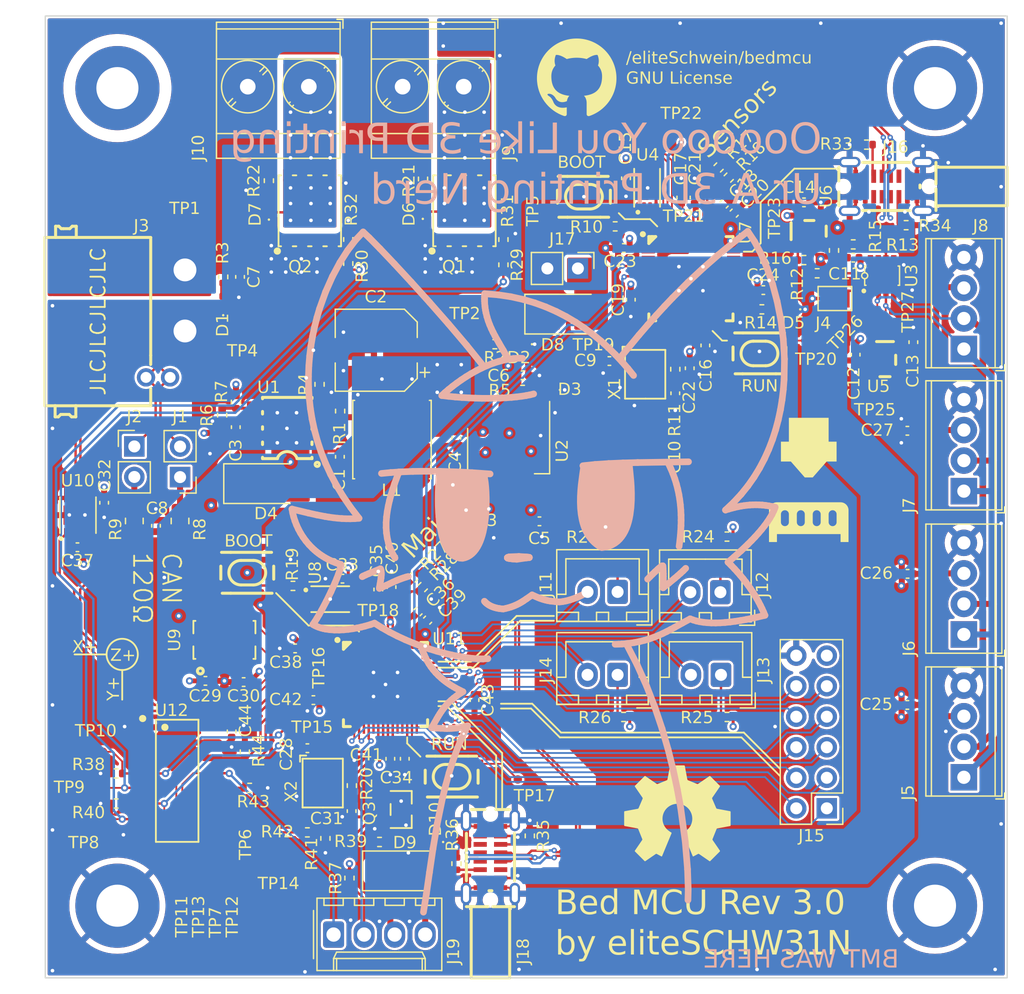
<source format=kicad_pcb>
(kicad_pcb (version 20240108) (generator "pcbnew") (generator_version "8.0")
  (layers (0 "F.Cu" signal) (1 "In1.Cu" signal) (2 "In2.Cu" signal) (31 "B.Cu" signal) (34 "B.Paste" user) (35 "F.Paste" user) (36 "B.SilkS" user "B.Silkscreen") (37 "F.SilkS" user "F.Silkscreen") (38 "B.Mask" user) (39 "F.Mask" user) (44 "Edge.Cuts" user))
  (net 0 "")
  (net 1 "Net-(U1-BOOT)")
  (net 2 "Net-(D4-K)")
  (net 3 "+5V")
  (net 4 "GND")
  (net 5 "+24V")
  (net 6 "+3V3")
  (net 7 "/Sensors/XIN")
  (net 8 "Net-(X1-OSC2)")
  (net 9 "/Sensors/2V5_REF")
  (net 10 "+1V1")
  (net 11 "/MCU/XIN")
  (net 12 "Net-(X2-OSC2)")
  (net 13 "Net-(D1-A)")
  (net 14 "Net-(D2-A)")
  (net 15 "Net-(D3-A)")
  (net 16 "/MCU/HB1_OUT")
  (net 17 "Net-(D5-A)")
  (net 18 "/MCU/HB2_OUT")
  (net 19 "Net-(D6-A)")
  (net 20 "Net-(D7-A)")
  (net 21 "Net-(D10-K)")
  (net 22 "Net-(D10-A)")
  (net 23 "Net-(J1-Pad1)")
  (net 24 "Net-(J2-Pad2)")
  (net 25 "Net-(U3-GS)")
  (net 26 "/Sensors/AIN1_P")
  (net 27 "/Sensors/AIN1_N")
  (net 28 "/USB/V_USB")
  (net 29 "/Fans/FAN1_PWM")
  (net 30 "/Fans/FAN1_TAC_MCU")
  (net 31 "Net-(Q1-G)")
  (net 32 "Net-(Q2-G)")
  (net 33 "Net-(Q3-G)")
  (net 34 "Net-(U1-VSENSE)")
  (net 35 "Net-(U1-ENA)")
  (net 36 "/Sensors/QSPI_SS")
  (net 37 "/Sensors/BOOT")
  (net 38 "/Sensors/XOUT")
  (net 39 "Net-(U6-IN-)")
  (net 40 "/Sensors/WGT_OUT")
  (net 41 "/Sensors/SRP_USB_P")
  (net 42 "/Sensors/SRP_USB_N")
  (net 43 "/MCU/QSPI_SS")
  (net 44 "/MCU/BOOT")
  (net 45 "/MCU/XOUT")
  (net 46 "/MCU/MRP_USB_P")
  (net 47 "/MCU/MRP_USB_N")
  (net 48 "/Fans/HB1_MCU_FET")
  (net 49 "/Fans/HB2_MCU_FET")
  (net 50 "/Fans/FAN1_FET")
  (net 51 "/Fans/FAN1_FET_MCU")
  (net 52 "/Fans/FAN1_PWM_MCU")
  (net 53 "Net-(U6-IN+)")
  (net 54 "/Sensors/WGT_PRE")
  (net 55 "/Sensors/RUN")
  (net 56 "/MCU/RUN")
  (net 59 "/Sensors/QSPI_SD1")
  (net 60 "/Sensors/QSPI_SD2")
  (net 61 "/Sensors/QSPI_SD3")
  (net 62 "/Sensors/QSPI_SCLK")
  (net 63 "/Sensors/QSPI_SD0")
  (net 93 "/MCU/QSPI_SD1")
  (net 94 "/MCU/QSPI_SD2")
  (net 95 "/MCU/QSPI_SD3")
  (net 96 "/MCU/QSPI_SCLK")
  (net 97 "/MCU/QSPI_SD0")
  (net 99 "/MCU/CS")
  (net 104 "/MCU/MISO")
  (net 105 "/MCU/MOSI")
  (net 106 "/MCU/SCLK")
  (net 107 "/MCU/HB4_TEMP")
  (net 108 "/MCU/HB3_TEMP")
  (net 109 "/MCU/HB2_TEMP")
  (net 110 "/MCU/HB1_TEMP")
  (net 111 "/MCU/CAN_TX")
  (net 112 "/MCU/CAN_RX")
  (net 113 "/MCU/GPIO_18")
  (net 114 "/MCU/GPIO_12")
  (net 115 "/MCU/GPIO_13")
  (net 116 "/MCU/GPIO_19")
  (net 117 "/MCU/MCU_EN_PIN")
  (net 118 "/MCU/MCU_TARE")
  (net 119 "/MCU/GPIO_20")
  (net 120 "/MCU/GPIO_21")
  (net 121 "/MCU/GPIO_22")
  (net 122 "/MCU/GPIO_23")
  (net 123 "/Fans/HB1_FET")
  (net 124 "/Fans/HB2_FET")
  (net 125 "/Sensors/S_LED")
  (net 126 "/USBC_S_DP")
  (net 127 "/USBC_S_DN")
  (net 128 "/USBC_M_DP")
  (net 129 "/USBC_M_DN")
  (net 130 "/CAN_P")
  (net 131 "/CAN_N")
  (net 132 "/MCU/GPIO_16")
  (net 133 "/MCU/GPIO_17")
  (net 134 "Net-(C8-Pad1)")
  (net 135 "Net-(D8-A)")
  (net 136 "Net-(J11-Pad1)")
  (net 137 "Net-(J12-Pad1)")
  (net 138 "Net-(J13-Pad1)")
  (net 139 "Net-(J14-Pad1)")
  (net 145 "Net-(J16-CC1)")
  (net 147 "Net-(J16-CC2)")
  (net 150 "Net-(J18-CC2)")
  (net 152 "Net-(J18-CC1)")
  (footprint "easyeda2kicad:USB-C-SMD_918-518K2023S50000" (layer "F.Cu") (at 169.95 64.180245)
    (property "Reference" "J16")
    (property "Value" "918-518K2023S50000")
  )
  (footprint "Connector_Molex:Molex_KK-254_AE-6410-04A_1x04_P2.54mm_Vertical" (layer "F.Cu") (at 123.98 126.4)
    (property "Reference" "J19")
    (property "Value" "47053-1000")
  )
  (footprint "easyeda2kicad:OSC-SMD_4P-L3.2-W2.5-BL" (layer "F.Cu") (at 149.92 79.8 -90)
    (property "Reference" "X1")
    (property "Value" "X322512MSB4SI")
  )
  (footprint "easyeda2kicad:ESOP-8_L4.9-W3.9-P1.27-LS6.0-TL-EP" (layer "F.Cu") (at 120.120783 84.264063 180)
    (property "Reference" "U1")
    (property "Value" "TPS5430DDAR")
  )
  (footprint "easyeda2kicad:SOT-23-3_L2.9-W1.6-P1.90-LS2.8-BR" (layer "F.Cu") (at 129.6 116 180)
    (property "Reference" "Q3")
    (property "Value" "PNMT30V6")
  )
  (footprint "Connector_JST:JST_XH_B2B-XH-A_1x02_P2.50mm_Vertical" (layer "F.Cu") (at 147.6 104.8 180)
    (property "Reference" "J14")
    (property "Value" "2.54-2P")
  )
  (footprint "Connector_JST:JST_XH_B2B-XH-A_1x02_P2.50mm_Vertical" (layer "F.Cu") (at 147.6 97.9 180)
    (property "Reference" "J11")
    (property "Value" "2.54-2P")
  )
  (footprint "Capacitor_SMD:C_0402_1005Metric" (layer "F.Cu") (at 172.2 77.13 -90)
    (property "Reference" "C13")
    (property "Value" "4.7u")
  )
  (footprint "Capacitor_SMD:C_0402_1005Metric" (layer "F.Cu") (at 167.2 70.1)
    (property "Reference" "C11")
    (property "Value" "100n")
  )
  (footprint "Resistor_SMD:R_0805_2012Metric" (layer "F.Cu") (at 111.20822 92.001354 -90)
    (property "Reference" "R8")
    (property "Value" "56")
  )
  (footprint "easyeda2kicad:SOP-16_L10.0-W3.9-P1.27-LS6.0-BL" (layer "F.Cu") (at 110.97 113.61 -90)
    (property "Reference" "U12")
    (property "Value" "74HCT365D,653")
  )
  (footprint "Capacitor_SMD:C_0402_1005Metric" (layer "F.Cu") (at 115.5 109.5 -90)
    (property "Reference" "C44")
    (property "Value" "100n")
  )
  (footprint "Resistor_SMD:R_0402_1005Metric" (layer "F.Cu") (at 105.9 115.5 180)
    (property "Reference" "R40")
    (property "Value" "10k")
  )
  (footprint "Resistor_SMD:R_0402_1005Metric" (layer "F.Cu") (at 125.5 114.01 -90)
    (property "Reference" "R20")
    (property "Value" "1k")
  )
  (footprint "Resistor_SMD:R_0402_1005Metric" (layer "F.Cu") (at 159.6 74.4 180)
    (property "Reference" "R14")
    (property "Value" "1k")
  )
  (footprint "Package_TO_SOT_SMD:SOT-223-3_TabPin2" (layer "F.Cu") (at 138.537967 86.162043 -90)
    (property "Reference" "U2")
    (property "Value" "AMS1117-3.3")
  )
  (footprint "Capacitor_SMD:C_0402_1005Metric" (layer "F.Cu") (at 154.9 77.4 -90)
    (property "Reference" "C16")
    (property "Value" "100n")
  )
  (footprint "Selfmade Stuff:TestPoint_Pad_D0.7mm_NoSilk" (layer "F.Cu") (at 104.8 117.6)
    (property "Reference" "TP8")
    (property "Value" "TestPoint")
  )
  (footprint "Capacitor_SMD:C_0402_1005Metric" (layer "F.Cu") (at 148.3 63.5 -90)
    (property "Reference" "C15")
    (property "Value" "100n")
  )
  (footprint "Capacitor_SMD:CP_Elec_6.3x5.8" (layer "F.Cu") (at 127.527158 77.8 180)
    (property "Reference" "C2")
    (property "Value" "220u")
  )
  (footprint "Selfmade Stuff:TestPoint_Pad_D0.7mm_NoSilk" (layer "F.Cu") (at 111.7 121.2)
    (property "Reference" "TP11")
    (property "Value" "TestPoint")
  )
  (footprint "Capacitor_SMD:C_0402_1005Metric" (layer "F.Cu") (at 148.7 73.6 -90)
    (property "Reference" "C19")
    (property "Value" "100n")
  )
  (footprint "Selfmade Stuff:TestPoint_Pad_D0.7mm_NoSilk" (layer "F.Cu") (at 170.3 75.4)
    (property "Reference" "TP27")
    (property "Value" "TestPoint")
  )
  (footprint "Connector_JST:JST_XH_B2B-XH-A_1x02_P2.50mm_Vertical" (layer "F.Cu") (at 156.15 97.925001 180)
    (property "Reference" "J12")
    (property "Value" "2.54-2P")
  )
  (footprint "Connector_PinHeader_2.54mm:PinHeader_1x02_P2.54mm_Vertical" (layer "F.Cu") (at 111.211779 88.351779 180)
    (property "Reference" "J1")
    (property "Value" "2.54-2P")
  )
  (footprint "Capacitor_SMD:C_0402_1005Metric" (layer "F.Cu") (at 125.48 116.13 -90)
    (property "Reference" "C31")
    (property "Value" "27p")
  )
  (footprint "Capacitor_SMD:C_0402_1005Metric" (layer "F.Cu") (at 131.8 100.25 45)
    (property "Reference" "C39")
    (property "Value" "1u")
  )
  (footprint "Selfmade Stuff:TestPoint_Pad_D0.7mm_NoSilk" (layer "F.Cu") (at 149.1 77)
    (property "Reference" "TP19")
    (property "Value" "TestPoint")
  )
  (footprint "easyeda2kicad:SOT-23-5_L2.9-W1.6-P0.95-LS2.8-BL" (layer "F.Cu") (at 169.84 78.6 -90)
    (property "Reference" "U5")
    (property "Value" "TPS76925DBVR")
  )
  (footprint "Selfmade Stuff:TestPoint_Pad_D0.7mm_NoSilk" (layer "F.Cu") (at 114.2 77.9)
    (property "Reference" "TP4")
    (property "Value" "TestPoint")
  )
  (footprint "Selfmade Stuff:TestPoint_Pad_D0.7mm_NoSilk" (layer "F.Cu") (at 139.3 113.5)
    (property "Reference" "TP17")
    (property "Value" "TestPoint")
  )
  (footprint "Selfmade Stuff:TestPoint_Pad_D0.7mm_NoSilk" (layer "F.Cu") (at 163.2 77)
    (property "Reference" "TP20")
    (property "Value" "TestPoint")
  )
  (footprint "easyeda2kicad:KEY-SMD_4P-L4.2-W3.4-P2.15-LS4.5-TL" (layer "F.Cu") (at 133.8 113.27)
    (property "Reference" "SW4" (hide yes))
    (property "Value" "TSA016A2518A")
  )
  (footprint "Selfmade Stuff:TestPoint_Pad_D0.7mm_NoSilk" (layer "F.Cu") (at 171.6 82.13)
    (property "Reference" "TP25")
    (property "Value" "TestPoint")
  )
  (footprint "Capacitor_SMD:C_0402_1005Metric" (layer "F.Cu") (at 146.92 78.7 180)
    (property "Reference" "C9")
    (property "Value" "27p")
  )
  (footprint "Resistor_SMD:R_0402_1005Metric" (layer "F.Cu") (at 130.6 96.7 -135)
    (property "Reference" "R27")
    (property "Value" "27")
  )
  (footprint "Resistor_SMD:R_0402_1005Metric" (layer "F.Cu") (at 131.419205 63.557829 90)
    (property "Reference" "R21")
    (property "Value" "4.7k")
  )
  (footprint "Capacitor_SMD:C_0402_1005Metric" (layer "F.Cu") (at 157.3 66.4 45)
    (property "Reference" "C20")
    (property "Value" "1u")
  )
  (footprint "Selfmade Stuff:TestPoint_Pad_D0.7mm_NoSilk" (layer "F.Cu") (at 111.6 67.5)
    (property "Reference" "TP1")
    (property "Value" "TestPoint")
  )
  (footprint "easyeda2kicad:KEY-SMD_4P-L4.2-W3.4-P2.15-LS4.5-TL" (layer "F.Cu") (at 116.8 96.3 180)
    (property "Reference" "SW3" (hide yes))
    (property "Value" "TSA016A2518A")
  )
  (footprint "Resistor_SMD:R_0402_1005Metric" (layer "F.Cu") (at 118.6 63.7 90)
    (property "Reference" "R22")
    (property "Value" "4.7k")
  )
  (footprint "Diode_SMD:D_SMA" (layer "F.Cu") (at 129.9 121.1)
    (property "Reference" "D9")
    (property "Value" "D_Schottky")
  )
  (footprint "easyeda2kicad:USON-8_L3.0-W2.0-P0.50-BL-EP" (layer "F.Cu") (at 123.7 98.5 -90)
    (property "Reference" "U8")
    (property "Value" "W25Q16JVUXIQ")
  )
  (footprint "Resistor_SMD:R_0402_1005Metric" (layer "F.Cu") (at 125.2 70.59 90)
    (property "Reference" "R30")
    (property "Value" "10")
  )
  (footprint "Resistor_SMD:R_0402_1005Metric" (layer "F.Cu") (at 116.6 111.2 90)
    (property "Reference" "R44")
    (property "Value" "10k")
  )
  (footprint "Resistor_SMD:R_0402_1005Metric" (layer "F.Cu") (at 138.10519 68.59519 90)
    (property "Reference" "R31")
    (property "Value" "100k")
  )
  (footprint "easyeda2kicad:HVSON-8_L3.0-W3.0-P0.65-BL-EP" (layer "F.Cu") (at 102.7175 91.5175)
    (property "Reference" "U10")
    (property "Value" "TJA1051TK/3/1J")
  )
  (footprint "TerminalBlock_Phoenix:TerminalBlock_Phoenix_MKDS-3-2-5.08_1x02_P5.08mm_Horizontal" (layer "F.Cu") (at 134.8 55.88 180)
    (property "Reference" "J9")
    (property "Value" "5.0-2P")
  )
  (footprint "Capacitor_SMD:C_0402_1005Metric" (layer "F.Cu") (at 116.5 105.4)
    (property "Reference" "C30")
    (property "Value" "100n")
  )
  (footprint "Capacitor_SMD:C_0402_1005Metric" (layer "F.Cu") (at 113.32 105.3)
    (property "Reference" "C29")
    (property "Value" "100n")
  )
  (footprint "LED_SMD:LED_0402_1005Metric" (layer "F.Cu") (at 132 118.7 180)
    (property "Reference" "D10")
    (property "Value" "LED")
  )
  (footprint "Capacitor_SMD:C_0402_1005Metric" (layer "F.Cu") (at 115.843862 84.197605 -90)
    (property "Reference" "C3")
    (property "Value" "100n")
  )
  (footprint "Resistor_SMD:R_0402_1005Metric" (layer "F.Cu") (at 156.844229 63.444227 -135)
    (property "Reference" "R18")
    (property "Value" "27")
  )
  (footprint "easyeda2kicad:KEY-SMD_4P-L4.2-W3.4-P2.15-LS4.5-TL" (layer "F.Cu") (at 159.4 78.07)
    (property "Reference" "SW2" (hide yes))
    (property "Value" "TSA016A2518A")
  )
  (footprint "Selfmade Stuff:TestPoint_Pad_D0.7mm_NoSilk" (layer "F.Cu") (at 113.9 121.2)
    (property "Reference" "TP7")
    (property "Value" "TestPoint")
  )
  (footprint "LED_SMD:LED_0402_1005Metric" (layer "F.Cu") (at 161.7 74.4 180)
    (property "Reference" "D5")
    (property "Value" "LED")
  )
  (footprint "Capacitor_SMD:C_0402_1005Metric" (layer "F.Cu") (at 156.460589 65.639411 45)
    (property "Reference" "C18")
    (property "Value" "1u")
  )
  (footprint "TerminalBlock_Phoenix:TerminalBlock_Phoenix_MPT-0,5-4-2.54_1x04_P2.54mm_Horizontal" (layer "F.Cu") (at 176.4 77.7 90)
    (property "Reference" "J8")
    (property "Value" "2.54-4P")
  )
  (footprint "Capacitor_SMD:C_0402_1005Metric" (layer "F.Cu") (at 171.72 96.4)
    (property "Reference" "C26")
    (property "Value" "100n")
  )
  (footprint "Connector_PinHeader_2.54mm:PinHeader_1x02_P2.54mm_Vertical" (layer "F.Cu") (at 144.3 71 -90)
    (property "Reference" "J17")
    (property "Value" "2.54-2P")
  )
  (footprint "Resistor_SMD:R_0402_1005Metric" (layer "F.Cu") (at 114.71358 83.199803 -90)
    (property "Reference" "R6")
    (property "Value" "3k")
  )
  (footprint "Selfmade Stuff:TestPoint_Pad_D0.7mm_NoSilk" (layer "F.Cu") (at 126.7 98.1)
    (property "Reference" "TP18")
    (property "Value" "TestPoint")
  )
  (footprint "MountingHole:MountingHole_3.5mm_Pad" (layer "F.Cu") (at 106 56)
    (property "Reference" "H4" (hide yes))
    (property "Value" "MountingHole_Pad")
  )
  (footprint "Capacitor_SMD:C_0402_1005Metric" (layer "F.Cu") (at 120.78 102.6 180)
    (property "Reference" "C38")
    (property "Value" "100n")
  )
  (footprint "Resistor_SMD:R_0402_1005Metric" (layer "F.Cu") (at 165.6 69.5 90)
    (property "Reference" "R15")
    (property "Value" "33k")
  )
  (footprint "Selfmade Stuff:TestPoint_Pad_D0.7mm_NoSilk" (layer "F.Cu") (at 138.6 92)
    (property "Reference" "TP3")
    (property "Value" "TestPoint")
  )
  (footprint "TerminalBlock_Phoenix:TerminalBlock_Phoenix_MKDS-3-2-5.08_1x02_P5.08mm_Horizontal" (layer "F.Cu") (at 121.92 55.88 180)
    (property "Reference" "J10")
    (property "Value" "5.0-2P")
  )
  (footprint "Capacitor_SMD:C_0402_1005Metric" (layer "F.Cu") (at 128.8 97.5 90)
    (property "Reference" "C40")
    (property "Value" "100n")
  )
  (footprint "Capacitor_SMD:C_0402_1005Metric" (layer "F.Cu") (at 135.7 106.9 -90)
    (property "Reference" "C43")
    (property "Value" "100n")
  )
  (footprint "Resistor_SMD:R_0402_1005Metric" (layer "F.Cu") (at 125.2 68.59 90)
    (property "Reference" "R32")
    (property "Value" "100k")
  )
  (footprint "Capacitor_SMD:C_0402_1005Metric" (layer "F.Cu") (at 104.8975 90.4875 -90)
    (property "Reference" "C32")
    (property "Value" "100n")
  )
  (footprint "LED_SMD:LED_0402_1005Metric" (layer "F.Cu") (at 118.6 65.847402 90)
    (property "Reference" "D7")
    (property "Value" "LED")
  )
  (footprint "easyeda2kicad:KEY-SMD_4P-L4.2-W3.4-P2.15-LS4.5-TL" (layer "F.Cu") (at 144.8 65.03 180)
    (property "Reference" "SW1" (hide yes))
    (property "Value" "TSA016A2518A")
  )
  (footprint "Jumper:SolderJumper-2_P1.3mm_Open_TrianglePad1.0x1.5mm" (layer "F.Cu") (at 165.675 73.5)
    (property "Reference" "J4")
    (property "Value" "PZ254V-11-02P")
  )
  (footprint "Resistor_SMD:R_0402_1005Metric" (layer "F.Cu") (at 131.4 97.5 -135)
    (property "Reference" "R28")
    (property "Value" "27")
  )
  (footprint "Resistor_SMD:R_0402_1005Metric" (layer "F.Cu") (at 115.859897 82.111218 90)
    (property "Reference" "R7")
    (property "Value" "10k")
  )
  (footprint "Connector_PinHeader_2.54mm:PinHeader_1x02_P2.54mm_Vertical" (layer "F.Cu") (at 107.40822 85.801354)
    (property "Reference" "J2")
    (property "Value" "2.54-2P")
  )
  (footprint "Resistor_SMD:R_0402_1005Metric" (layer "F.Cu") (at 137.39 77.3 180)
    (property "Reference" "R2")
    (property "Value" "1k")
  )
  (footprint "Selfmade Stuff:TestPoint_Pad_D0.7mm_NoSilk" (layer "F.Cu") (at 104 114.2)
    (property "Reference" "TP9")
    (property "Value" "TestPoint")
  )
  (footprint "Capacitor_SMD:C_0402_1005Metric" (layer "F.Cu") (at 102.6775 94.1875 180)
    (property "Reference" "C37")
    (property "Value" "100n")
  )
  (footprint "Resistor_SMD:R_0402_1005Metric" (layer "F.Cu") (at 163.1 70.3 180)
    (property "Reference" "R16")
    (property "Value" "33k")
  )
  (footprint "Resistor_SMD:R_0402_1005Metric" (layer "F.Cu") (at 117 114.2)
    (property "Reference" "R43")
    (property "Value" "10k")
  )
  (footprint "Resistor_SMD:R_0402_1005Metric" (layer "F.Cu") (at 139.7 81.1 180)
    (property "Reference" "R5")
    (property "Value" "1k")
  )
  (footprint "Resistor_SMD:R_0402_1005Metric" (layer "F.Cu") (at 114.8 71.7 90)
    (property "Reference" "R3")
    (property "Value" "4.7k")
  )
  (footprint "easyeda2kicad:SOT-23-8_L2.9-W1.6-P0.65-LS2.8-BL" (layer "F.Cu") (at 169.6 71.6)
    (property "Reference" "U3")
    (property "Value" "INA350ABSIDDFR")
  )
  (footprint "Resistor_SMD:R_0402_1005Metric" (layer "F.Cu") (at 122.813042 80.637186 90)
    (property "Reference" "R4")
    (property "Value" "3.24k")
  )
  (footprint "Resistor_SMD:R_0402_1005Metric" (layer "F.Cu") (at 127.8 118.7)
    (property "Reference" "R39")
    (property "Value" "4.7k")
  )
  (footprint "Capacitor_SMD:C_0402_1005Metric" (layer "F.Cu") (at 124.503371 86.66314 -90)
    (property "Reference" "C1")
    (property "Value" "100n")
  )
  (footprint "Capacitor_SMD:C_0402_1005Metric" (layer "F.Cu") (at 128.7 111.78 -90)
    (property "Reference" "C41")
    (property "Value" "100n")
  )
  (footprint "Resistor_SMD:R_0402_1005Metric" (layer "F.Cu") (at 156 62.6 -135)
    (property "Reference" "R17")
    (property "Value" "27")
  )
  (footprint "easyeda2kicad:DFN-8_L5.9-W5.2-P1.27-LS6.2-BL" (layer "F.Cu") (at 122.000813 66.17519)
    (property "Reference" "Q2")
    (property "Value" "HYG017N04LS1C2")
  )
  (footprint "Resistor_SMD:R_0402_1005Metric" (layer "F.Cu") (at 134.2 120.5 90)
    (property "Reference" "R36")
    (property "Value" "5.1k")
  )
  (footprint "TerminalBlock_Phoenix:TerminalBlock_Phoenix_MPT-0,5-4-2.54_1x04_P2.54mm_Horizontal" (layer "F.Cu") (at 176.4 101.44 90)
    (property "Reference" "J6")
    (property "Value" "2.54-4P")
  )
  (footprint "easyeda2kicad:LGA-14_L5.0-W3.0-P0.80-BL" (layer "F.Cu") (at 114.9 101.89)
    (property "Reference" "U9")
    (property "Value" "ADXL345BCCZ")
  )
  (footprint "LED_SMD:LED_0402_1005Metric" (layer "F.Cu") (at 114.8 73.8 90)
    (property "Reference" "D1")
    (property "Value" "LED")
  )
  (footprint "LED_SMD:LED_0402_1005Metric" (layer "F.Cu") (at 141.715 81.1 180)
    (property "Reference" "D3")
    (property "Value" "LED")
  )
  (footprint "Selfmade Stuff:TestPoint_Pad_D0.7mm_NoSilk" (layer "F.Cu") (at 116.7 116.7)
    (property "Reference" "TP6")
    (property "Value" "TestPoint")
  )
  (footprint "Capacitor_SMD:C_0402_1005Metric" (layer "F.Cu") (at 116.2 71.7 90)
    (property "Reference" "C7")
    (property "Value" "100n")
  )
  (footprint "Resistor_SMD:R_0402_1005Metric" (layer "F.Cu") (at 167.2 69)
    (property "Reference" "R13")
    (property "Value" "1k")
  )
  (footprint "Capacitor_SMD:C_0402_1005Metric" (layer "F.Cu") (at 159.72 72.8)
    (property "Reference" "C24")
    (property "Value" "100n")
  )
  (footprint "Resistor_SMD:R_0402_1005Metric" (layer "F.Cu") (at 121.8 117.9)
    (property "Reference" "R42")
    (property "Value" "10")
  )
  (footprint "Resistor_SMD:R_0805_2012Metric" (layer "F.Cu") (at 107.40822 92.001354 90)
    (property "Reference" "R9")
    (property "Value" "56")
  )
  (footprint "Capacitor_SMD:C_0402_1005Metric" (layer "F.Cu") (at 134.187158 85.08 90)
    (property "Reference" "C4")
    (property "Value" "100n")
  )
  (footprint "Capacitor_SMD:C_0402_1005Metric" (layer "F.Cu") (at 148.12 69.3 180)
    (property "Reference" "C23")
    (property "Value" "100n")
  )
  (footprint "Selfmade Stuff:TestPoint_Pad_D0.7mm_NoSilk" (layer "F.Cu") (at 122.8 101.7)
    (property "Reference" "TP16")
    (property "Value" "TestPoint")
  )
  (footprint "Selfmade Stuff:TestPoint_Pad_D0.7mm_NoSilk" (layer "F.Cu") (at 140.6 68.3)
    (property "Reference" "TP5")
    (property "Value" "TestPoint")
  )
  (footprint "Selfmade Stuff:TestPoint_Pad_D0.7mm_NoSilk" (layer "F.Cu") (at 161.3 69)
    (property "Reference" "TP23")
    (property "Value" "TestPoint")
  )
  (footprint "LED_SMD:LED_0402_1005Metric" (layer "F.Cu") (at 131.4 65.785 90)
    (property "Reference" "D6")
    (property "Value" "LED")
  )
  (footprint "Diode_SMD:D_SMA" (layer "F.Cu") (at 118.356272 88.895726)
    (property "Reference" "D4")
    (property "Value" "D_Schottky")
  )
  (footprint "Selfmade Stuff:TestPoint_Pad_D0.7mm_NoSilk" (layer "F.Cu") (at 112.8 122.1)
    (property "Reference" "TP13")
    (property "Value" "TestPoint")
  )
  (footprint "Resistor_SMD:R_0402_1005Metric" (layer "F.Cu") (at 168.3 60.7)
    (property "Reference" "R33")
    (property "Value" "5.1k")
  )
  (footprint "Capacitor_SMD:C_0402_1005Metric" (layer "F.Cu") (at 129.9 111.78 -90)
    (property "Reference" "C34")
    (property "Value" "100n")
  )
  (footprint "Capacitor_SMD:C_0402_1005Metric" (layer "F.Cu") (at 171.7 84.5)
    (property "Reference" "C27")
    (property "Value" "100n")
  )
  (footprint "Resistor_SMD:R_0402_1005Metric" (layer "F.Cu") (at 138.10519 70.69519 90)
    (property "Reference" "R29")
    (property "Value" "10")
  )
  (footprint "Capacitor_SMD:C_0402_1005Metric" (layer "F.Cu") (at 131 99.55 45)
    (property "Reference" "C36")
    (property "Value" "1u")
  )
  (footprint "Capacitor_SMD:C_0402_1005Metric" (layer "F.Cu") (at 167.4 78.17 90)
    (property "Reference" "C12")
    (property "Value" "100n")
  )
  (footprint "Resistor_SMD:R_0402_1005Metric" (layer "F.Cu") (at 152.4 79.38 -90)
    (property "Reference" "R11")
    (property "Value" "1k")
  )
  (footprint "Capacitor_SMD:C_0402_1005Metric" (layer "F.Cu") (at 124.72 96.8 180)
    (property "Reference" "C33")
    (property "Value" "100n")
  )
  (footprint "easyeda2kicad:LQFN-56_L7.0-W7.0-P0.4-EP" (layer "F.Cu") (at 128.3 105.6)
    (property "Reference" "U11")
    (property "Value" "RP2040")
  )
  (footprint "Resistor_SMD:R_0402_1005Metric" (layer "F.Cu") (at 148.1 108.3 180)
    (property "Reference" "R26")
    (property "Value" "10k")
  )
  (footprint "Connector_PinHeader_2.54mm:PinHeader_2x06_P2.54mm_Vertical" (layer "F.Cu") (at 165 115.9 180)
    (property "Reference" "J15")
    (property "Value" "2.54-2X6P")
  )
  (footprint "Capacitor_SMD:C_0402_1005Metric" (layer "F.Cu") (at 139.69898 79.885034 180)
    (property "Reference" "C6")
    (property "Value" "100n")
  )
  (footprint "Capacitor_SMD:C_0402_1005Metric" (layer "F.Cu") (at 122.3 106.9 180)
    (property "Reference" "C42")
    (property "Value" "100n")
  )
  (footprint "Selfmade Stuff:TestPoint_Pad_D0.7mm_NoSilk" (layer "F.Cu") (at 149.5 67.5)
    (property "Reference" "TP21")
    (property "Value" "TestPoint")
  )
  (footprint "Resistor_SMD:R_0402_1005Metric" (layer "F.Cu") (at 125.3 121.7 90)
    (property "Reference" "R37")
    (property "Value" "1.5k")
  )
  (footprint "MountingHole:MountingHole_3.5mm_Pad" (layer "F.Cu") (at 174 56)
    (property "Reference" "H3" (hide yes))
    (property "Value" "MountingHole_Pad")
  )
  (footprint "easyeda2kicad:SOT-23-5_L2.9-W1.6-P0.95-LS2.8-BL" (layer "F.Cu") (at 163.55 67.9)
    (property "Reference" "U6")
    (property "Value" "TLV333")
  )
  (footprint "easyeda2kicad:USB-C-SMD_918-518K2023S50000" (layer "F.Cu") (at 137.024999 119.95 -90)
    (property "Reference" "J18")
    (property "Value" "918-518K2023S50000")
  )
  (footprint "Selfmade Stuff:TestPoint_Pad_D0.7mm_NoSilk" (layer "F.Cu") (at 152.9 59.6)
    (property "Reference" "TP22")
    (property "Value" "TestPoint")
  )
  (footprint "Resistor_SMD:R_0402_1005Metric" (layer "F.Cu") (at 147.1 93.3)
    (property "Reference" "R23")
    (property "Value" "10k")
  )
  (footprint "Capacitor_SMD:C_0402_1005Metric" (layer "F.Cu") (at 154 65.1 90)
    (property "Reference" "C21")
    (property "Value" "100n")
  )
  (footprint "Capacitor_SMD:C_0402_1005Metric" (layer "F.Cu") (at 163.1 65.5 180)
    (property "Reference" "C14")
    (property "Value" "100n")
  )
  (footprint "Capacitor_SMD:C_0402_1005Metric" (layer "F.Cu") (at 171.7 107.3)
    (property "Reference" "C25")
    (property "Value" "100n")
  )
  (footprint "Resistor_SMD:R_0402_1005Metric" (layer "F.Cu") (at 123.3 118.4 -90)
    (property "Reference" "R41")
    (property "Value" "100k")
  )
  (footprint "Diode_SMD:D_SMA" (layer "F.Cu") (at 143.4 74.8)
    (property "Reference" "D8")
    (property "Value" "D_Schottky")
  )
  (footprint "Capacitor_SMD:C_0402_1005Metric" (layer "F.Cu") (at 121.8 110.9 180)
    (property "Reference" "C28")
    (property "Value" "27p")
  )
  (footprint "Resistor_SMD:R_0402_1005Metric" (layer "F.Cu") (at 171.6 67.4)
    (property "Reference" "R34")
    (property "Value" "5.1k")
  )
  (footprint "Capacitor_SMD:C_0402_1005Metric" (layer "F.Cu") (at 153.6 79.3 -90)
    (property "Reference" "C22")
    (property "Value" "100n")
  )
  (footprint "Inductor_SMD:L_Sunlord_SWPA6028S" (layer "F.Cu") (at 128.838417 85.231889 90)
    (property "Reference" "L1")
    (property "Value" "22u")
  )
  (footprint "Capacitor_SMD:C_0402_1005Metric" (layer "F.Cu") (at 152.9 65.1 90)
    (property "Reference" "C17")
    (property "Value" "100n")
  )
  (footprint "MountingHole:MountingHole_3.5mm_Pad" (layer "F.Cu") (at 106 124)
    (property "Reference" "H1" (hide yes))
    (property "Value" "MountingHole_Pad")
  )
  (footprint "TerminalBlock_Phoenix:TerminalBlock_Phoenix_MPT-0,5-4-2.54_1x04_P2.54mm_Horizontal" (layer "F.Cu") (at 176.4 113.32 90)
    (property "Reference" "J5")
    (property "Value" "2.54-4P")
  )
  (footprint "easyeda2kicad:USON-8_L3.0-W2.0-P0.50-BL-EP" (layer "F.Cu") (at 150.05 64.29)
    (property "Reference" "U4")
    (property "Value" "W25Q16JVUXIQ")
  )
  (footprint "easyeda2kicad:OSC-SMD_4P-L3.2-W2.5-BL" (layer "F.Cu") (at 123.1 113.8 -90)
    (property "Reference" "X2")
    (property "Value" "X322512MSB4SI")
  )
  (footprint "Selfmade Stuff:TestPoint_Pad_D0.7mm_NoSilk" (layer "F.Cu") (at 122.1 122.2)
    (property "Reference" "TP14")
    (property "Value" "TestPoint")
  )
  (footprint "Capacitor_SMD:C_0402_1005Metric" (layer "F.Cu") (at 152.4 81.38 -90)
    (property "Reference" "C10")
    (property "Value" "27p")
  )
  (footprint "Selfmade Stuff:TestPoint_Pad_D0.7mm_NoSilk" (layer "F.Cu") (at 115 122.1)
    (property "Reference" "TP12")
    (property "Value" "TestPoint")
  )
  (footprint "LED_SMD:LED_0402_1005Metric" (layer "F.Cu") (at 139.39 77.3 180)
    (property "Reference" "D2")
    (property "Value" "LED")
  )
  (footprint "MountingHole:MountingHole_3.5mm_Pad" (layer "F.Cu") (at 174 124)
    (property "Reference" "H2" (hide yes))
    (property "Value" "MountingHole_Pad")
  )
  (footprint "Capacitor_SMD:C_0402_1005Metric" (layer "F.Cu") (at 109.20822 92.401354 90)
    (property "Reference" "C8")
    (property "Value" "4.7n")
  )
  (footprint "Resistor_SMD:R_0402_1005Metric" (layer "F.Cu") (at 156.7 108.3 180)
    (property "Reference" "R25")
    (property "Value" "10k")
  )
  (footprint "Capacitor_SMD:C_0402_1005Metric" (layer "F.Cu") (at 127.7 97.7 90)
    (property "Reference" "C35")
    (property "Value" "100n")
  )
  (footprint "Resistor_SMD:R_0402_1005Metric" (layer "F.Cu") (at 140.3 118.190001 -90)
    (property "Reference" "R35")
    (property "Value" "5.1k")
  )
  (footprint "Selfmade Stuff:TestPoint_Pad_D0.7mm_NoSilk" (layer "F.Cu") (at 124 110.7)
    (property "Reference" "TP15")
    (property "Value" "TestPoint")
  )
  (footprint "Connector_JST:JST_XH_B2B-XH-A_1x02_P2.50mm_Vertical" (layer "F.Cu") (at 156.2 104.8 180)
    (property "Reference" "J13")
    (property "Value" "2.54-2P")
  )
  (footprint "Resistor_SMD:R_0402_1005Metric" (layer "F.Cu") (at 105.89 113 180)
    (property "Reference" "R38")
    (property "Value" "10k")
  )
  (footprint "Selfmade Stuff:TestPoint_Pad_D0.7mm_NoSilk" (layer "F.Cu") (at 137 74.8)
    (property "Reference" "TP2")
    (property "Value" "TestPoint")
  )
  (footprint "Capacitor_SMD:C_0402_1005Metric" (layer "F.Cu") (at 141.102852 92.029895)
    (property "Reference" "C5")
    (property "Value" "100n")
  )
  (footprint "Selfmade Stuff:TestPoint_Pad_D0.7mm_NoSilk" (layer "F.Cu") (at 167.7 67.8)
    (property "Reference" "TP24" (hide yes))
    (property "Value" "TestPoint")
  )
  (footprint "Resistor_SMD:R_0402_1005Metric" (layer "F.Cu") (at 120.6 97.4 180)
    (property "Reference" "R19")
    (property "Value" "1k")
  )
  (footprint "TerminalBlock_Phoenix:TerminalBlock_Phoenix_MPT-0,5-4-2.54_1x04_P2.54mm_Horizontal" (layer "F.Cu") (at 176.4 89.52 90)
    (property "Reference" "J7")
    (property "Value" "2.54-4P")
  )
  (footprint "easyeda2kicad:DFN-8_L5.9-W5.2-P1.27-LS6.2-BL" (layer "F.Cu") (at 134.8625 66.17)
    (property "Reference" "Q1")
    (property "Value" "HYG017N04LS1C2")
  )
  (footprint "easyeda2kicad:LQFN-56_L7.0-W7.0-P0.4-EP" (layer "F.Cu") (at 153.7 71.85)
    (property "Reference" "U7")
    (property "Value" "RP2040")
  )
  (footprint "Resistor_SMD:R_0402_1005Metric" (layer "F.Cu") (at 164.2 71.4)
    (property "Reference" "R12")
    (property "Value" "1k")
  )
  (footprint "Resistor_SMD:R_0402_1005Metric" (layer "F.Cu") (at 147.4 67.5 180)
    (property "Reference" "R10")
    (property "Value" "1k")
  )
  (footprint "Resistor_SMD:R_0402_1005Metric" (layer "F.Cu") (at 124.52487 82.861806 90)
    (property "Reference" "R1")
    (property "Value" "10k")
  )
  (footprint "Selfmade Stuff:TestPoint_Pad_D0.7mm_NoSilk" (layer "F.Cu") (at 104.8 111.2)
    (property "Reference" "TP10")
    (property "Value" "TestPoint")
  )
  (footprint "Selfmade Stuff:TestPoint_Pad_D0.7mm_NoSilk" (layer "F.Cu") (at 168.9 75.4)
    (property "Reference" "TP26")
    (property "Value" "TestPoint")
  )
  (footprint "Resistor_SMD:R_0402_1005Metric" (layer "F.Cu") (at 156.7 93.3 180)
    (property "Reference" "R24")
    (property "Value" "10k")
  )
  (footprint "easyeda2kicad:CONN-TH_4P-XT30PW-M" (layer "F.Cu") (at 110 75.59 -90)
    (property "Reference" "J3")
    (property "Value" "XT30PW(2+2)-M")
  )
  (gr_line (start 129.491717 96.844155) (end 129.652415 96.784755) (stroke (width 0.553)) (layer "B.SilkS"))
  (gr_line (start 157.578181 96.259405) (end 157.817753 96.535564) (stroke (width 0.553)) (layer "B.SilkS"))
  (gr_line (start 132.833242 87.873936) (end 134.116289 87.913055) (stroke (width 0.553)) (layer "B.SilkS"))
  (gr_line (start 128.350916 92.562288) (end 128.380626 92.999074) (stroke (width 0.553)) (layer "B.SilkS"))
  (gr_line (start 151.226269 95.789102) (end 151.293018 95.74861) (stroke (width 0.553)) (layer "B.SilkS"))
  (gr_line (start 137.673496 99.26986) (end 137.807807 99.290976) (stroke (width 0.553)) (layer "B.SilkS"))
  (gr_line (start 122.38823 84.44169) (end 122.637635 85.358189) (stroke (width 0.553)) (layer "B.SilkS"))
  (gr_line (start 158.993072 68.765624) (end 159.534624 69.794882) (stroke (width 0.553)) (layer "B.SilkS"))
  (gr_line (start 157.849378 100.276398) (end 157.393677 100.347097) (stroke (width 0.553)) (layer "B.SilkS"))
  (gr_line (start 128.864714 94.67317) (end 128.971212 94.873234) (stroke (width 0.553)) (layer "B.SilkS"))
  (gr_line (start 139.621992 81.629487) (end 139.221834 81.679373) (stroke (width 0.553)) (layer "B.SilkS"))
  (gr_line (start 143.541472 98.590896) (end 143.710775 98.540613) (stroke (width 0.553)) (layer "B.SilkS"))
  (gr_line (start 152.016263 101.027018) (end 151.684651 101.199438) (stroke (width 0.553)) (layer "B.SilkS"))
  (gr_line (start 138.454162 78.559446) (end 138.701634 78.520636) (stroke (width 0.553)) (layer "B.SilkS"))
  (gr_line (start 122.812796 74.346082) (end 122.593424 75.086201) (stroke (width 0.553)) (layer "B.SilkS"))
  (gr_line (start 122.544431 94.551238) (end 122.714096 94.684519) (stroke (width 0.553)) (layer "B.SilkS"))
  (gr_line (start 133.869742 80.805384) (end 134.222464 80.537806) (stroke (width 0.553)) (layer "B.SilkS"))
  (gr_line (start 128.080511 97.482777) (end 128.357512 97.353623) (stroke (width 0.553)) (layer "B.SilkS"))
  (gr_line (start 139.765758 98.65194) (end 140.010479 98.486845) (stroke (width 0.553)) (layer "B.SilkS"))
  (gr_line (start 129.409842 87.923221) (end 129.057794 88.879087) (stroke (width 0.553)) (layer "B.SilkS"))
  (gr_line (start 122.748489 100.840546) (end 122.923631 100.898079) (stroke (width 0.553)) (layer "B.SilkS"))
  (gr_line (start 150.719607 96.223297) (end 150.94387 96.017858) (stroke (width 0.553)) (layer "B.SilkS"))
  (gr_line (start 124.340334 95.539018) (end 124.57828 95.614306) (stroke (width 0.553)) (layer "B.SilkS"))
  (gr_line (start 136.736576 75.01771) (end 136.651396 74.667797) (stroke (width 0.553)) (layer "B.SilkS"))
  (gr_line (start 129.60464 87.916658) (end 130.5782 87.878766) (stroke (width 0.553)) (layer "B.SilkS"))
  (gr_line (start 136.313469 81.799473) (end 135.770464 81.786893) (stroke (width 0.553)) (layer "B.SilkS"))
  (gr_line (start 151.343953 101.365641) (end 150.991295 101.52366) (stroke (width 0.553)) (layer "B.SilkS"))
  (gr_line (start 152.98533 100.492129) (end 152.341663 100.850349) (stroke (width 0.553)) (layer "B.SilkS"))
  (gr_line (start 133.254229 105.32561) (end 133.410412 105.44071) (stroke (width 0.553)) (layer "B.SilkS"))
  (gr_line (start 144.90128 98.005273) (end 144.95943 97.956436) (stroke (width 0.553)) (layer "B.SilkS"))
  (gr_line (start 126.262469 100.831291) (end 126.563658 100.757591) (stroke (width 0.553)) (layer "B.SilkS"))
  (gr_line (start 151.048449 95.927372) (end 151.143664 95.849905) (stroke (width 0.553)) (layer "B.SilkS"))
  (gr_line (start 121.937434 93.973897) (end 122.22674 94.270737) (stroke (width 0.553)) (layer "B.SilkS"))
  (gr_line (start 135.045075 77.389888) (end 133.530886 75.603809) (stroke (width 0.553)) (layer "B.SilkS"))
  (gr_line (start 138.629097 94.983536) (end 138.629096 94.983536) (stroke (width 0.553)) (layer "B.SilkS"))
  (gr_line (start 140.258813 95.038239) (end 140.253998 95.041886) (stroke (width 0.553)) (layer "B.SilkS"))
  (gr_line (start 124.667165 91.799919) (end 124.315587 91.772297) (stroke (width 0.553)) (layer "B.SilkS"))
  (gr_line (start 132.596966 117.19707) (end 132.245053 119.273799) (stroke (width 0.553)) (layer "B.SilkS"))
  (gr_line (start 151.404274 96.843889) (end 151.399623 97.080458) (stroke (width 0.553)) (layer "B.SilkS"))
  (gr_line (start 127.878162 95.975482) (end 127.894493 96.015643) (stroke (width 0.553)) (layer "B.SilkS"))
  (gr_line (start 140.010479 98.486845) (end 140.49128 98.151507) (stroke (width 0.553)) (layer "B.SilkS"))
  (gr_line (start 138.445841 95.079265) (end 138.438024 95.072883) (stroke (width 0.553)) (layer "B.SilkS"))
  (gr_line (start 134.19375 106.557151) (end 133.958864 106.737418) (stroke (width 0.553)) (layer "B.SilkS"))
  (gr_line (start 135.997417 103.464808) (end 136.431768 103.473009) (stroke (width 0.553)) (layer "B.SilkS"))
  (gr_line (start 131.762764 103.630533) (end 131.908584 103.87704) (stroke (width 0.553)) (layer "B.SilkS"))
  (gr_line (start 137.313442 99.180251) (end 137.426492 99.214235) (stroke (width 0.553)) (layer "B.SilkS"))
  (gr_line (start 138.789406 95.149468) (end 138.688213 95.136704) (stroke (width 0.553)) (layer "B.SilkS"))
  (gr_line (start 138.434388 95.053737) (end 138.43938 95.047355) (stroke (width 0.553)) (layer "B.SilkS"))
  (gr_line (start 134.452504 106.379123) (end 134.320014 106.467845) (stroke (width 0.553)) (layer "B.SilkS"))
  (gr_line (start 150.94387 96.017858) (end 151.048449 95.927372) (stroke (width 0.553)) (layer "B.SilkS"))
  (gr_line (start 158.103821 90.727275) (end 158.356351 90.695192) (stroke (width 0.553)) (layer "B.SilkS"))
  (gr_line (start 124.539361 95.936093) (end 124.469287 96.17755) (stroke (width 0.553)) (layer "B.SilkS"))
  (gr_line (start 141.993438 98.656445) (end 142.127659 98.675581) (stroke (width 0.553)) (layer "B.SilkS"))
  (gr_line (start 138.72029 73.350738) (end 139.734467 73.574732) (stroke (width 0.553)) (layer "B.SilkS"))
  (gr_line (start 160.430613 90.79235) (end 160.703024 90.853637) (stroke (width 0.553)) (layer "B.SilkS"))
  (gr_line (start 132.245053 119.273799) (end 131.954244 121.233141) (stroke (width 0.553)) (layer "B.SilkS"))
  (gr_line (start 133.410412 105.44071) (end 133.574465 105.554479) (stroke (width 0.553)) (layer "B.SilkS"))
  (gr_line (start 122.382003 94.413198) (end 122.544431 94.551238) (stroke (width 0.553)) (layer "B.SilkS"))
  (gr_line (start 152.593272 96.564623) (end 152.826171 96.3586) (stroke (width 0.553)) (layer "B.SilkS"))
  (gr_line (start 131.634357 103.384714) (end 131.762764 103.630533) (stroke (width 0.553)) (layer "B.SilkS"))
  (gr_line (start 134.097881 81.68743) (end 133.535221 81.632726) (stroke (width 0.553)) (layer "B.SilkS"))
  (gr_line (start 131.42228 102.898341) (end 131.521488 103.140383) (stroke (width 0.553)) (layer "B.SilkS"))
  (gr_line (start 136.845544 98.95911) (end 136.926739 99.009293) (stroke (width 0.553)) (layer "B.SilkS"))
  (gr_line (start 122.714096 94.684519) (end 122.891068 94.812705) (stroke (width 0.553)) (layer "B.SilkS"))
  (gr_line (start 124.442482 101.072559) (end 124.830908 101.053204) (stroke (width 0.553)) (layer "B.SilkS"))
  (gr_line (start 148.208942 102.215474) (end 147.946315 102.235438) (stroke (width 0.553)) (layer "B.SilkS"))
  (gr_line (start 130.5782 87.878766) (end 131.654139 87.863516) (stroke (width 0.553)) (layer "B.SilkS"))
  (gr_line (start 123.306733 87.20029) (end 123.731606 88.122478) (stroke (width 0.553)) (layer "B.SilkS"))
  (gr_line (start 136.926739 99.009293) (end 137.013948 99.056761) (stroke (width 0.553)) (layer "B.SilkS"))
  (gr_line (start 124.830908 101.053204) (end 125.212353 101.015819) (stroke (width 0.553)) (layer "B.SilkS"))
  (gr_line (start 134.116192 105.886796) (end 134.314072 105.994238) (stroke (width 0.553)) (layer "B.SilkS"))
  (gr_line (start 138.949729 78.491894) (end 139.198182 78.473726) (stroke (width 0.553)) (layer "B.SilkS"))
  (gr_line (start 151.143664 95.849905) (end 151.226269 95.789102) (stroke (width 0.553)) (layer "B.SilkS"))
  (gr_line (start 157.326728 95.983247) (end 157.578181 96.259405) (stroke (width 0.553)) (layer "B.SilkS"))
  (gr_line (start 144.347669 98.303042) (end 144.486694 98.239951) (stroke (width 0.553)) (layer "B.SilkS"))
  (gr_line (start 128.442953 91.215696) (end 128.384454 91.670124) (stroke (width 0.553)) (layer "B.SilkS"))
  (gr_line (start 142.735667 98.733539) (end 142.884654 98.723121) (stroke (width 0.553)) (layer "B.SilkS"))
  (gr_line (start 133.226646 103.010196) (end 133.84309 103.155816) (stroke (width 0.553)) (layer "B.SilkS"))
  (gr_line (start 132.073693 104.123431) (end 132.259967 104.368906) (stroke (width 0.553)) (layer "B.SilkS"))
  (gr_line (start 128.352984 92.119146) (end 128.350916 92.562288) (stroke (width 0.553)) (layer "B.SilkS"))
  (gr_line (start 160.966548 83.589151) (end 160.74524 84.419598) (stroke (width 0.553)) (layer "B.SilkS"))
  (gr_line (start 128.903884 97.094086) (end 129.188745 96.967076) (stroke (width 0.553)) (layer "B.SilkS"))
  (gr_line (start 123.075416 94.935457) (end 123.26721 95.052441) (stroke (width 0.553)) (layer "B.SilkS"))
  (gr_line (start 134.937462 109.083331) (end 135.130081 109.028564) (stroke (width 0.553)) (layer "B.SilkS"))
  (gr_line (start 133.989002 109.240085) (end 134.176981 109.222438) (stroke (width 0.553)) (layer "B.SilkS"))
  (gr_line (start 122.258381 100.609573) (end 122.415209 100.69674) (stroke (width 0.553)) (layer "B.SilkS"))
  (gr_line (start 121.052838 92.67707) (end 121.234214 93.012305) (stroke (width 0.553)) (layer "B.SilkS"))
  (gr_line (start 127.892717 96.957026) (end 127.85473 97.176704) (stroke (width 0.553)) (layer "B.SilkS"))
  (gr_line (start 122.891068 94.812705) (end 123.075416 94.935457) (stroke (width 0.553)) (layer "B.SilkS"))
  (gr_line (start 152.572693 114.329143) (end 152.850496 115.877701) (stroke (width 0.553)) (layer "B.SilkS"))
  (gr_line (start 137.20712 99.142503) (end 137.313442 99.180251) (stroke (width 0.553)) (layer "B.SilkS"))
  (gr_line (start 138.207577 78.607821) (end 138.454162 78.559446) (stroke (width 0.553)) (layer "B.SilkS"))
  (gr_line (start 149.832809 101.928948) (end 149.403561 102.034565) (stroke (width 0.553)) (layer "B.SilkS"))
  (gr_line (start 151.503489 74.145102) (end 152.172376 73.439069) (stroke (width 0.553)) (layer "B.SilkS"))
  (gr_line (start 160.74524 84.419598) (end 160.480312 85.239245) (stroke (width 0.553)) (layer "B.SilkS"))
  (gr_line (start 150.623801 101.671529) (end 150.238597 101.807281) (stroke (width 0.553)) (layer "B.SilkS"))
  (gr_line (start 139.44673 78.466639) (end 139.695107 78.471136) (stroke (width 0.553)) (layer "B.SilkS"))
  (gr_line (start 120.518456 91.011923) (end 120.577535 91.334495) (stroke (width 0.553)) (layer "B.SilkS"))
  (gr_line (start 152.850496 115.877701) (end 153.22904 118.676496) (stroke (width 0.553)) (layer "B.SilkS"))
  (gr_line (start 122.595128 100.097287) (end 122.419304 100.37595) (stroke (width 0.553)) (layer "B.SilkS"))
  (gr_line (start 128.544871 93.851682) (end 128.609503 94.060119) (stroke (width 0.553)) (layer "B.SilkS"))
  (gr_line (start 132.259967 104.368906) (end 132.469282 104.612663) (stroke (width 0.553)) (layer "B.SilkS"))
  (gr_line (start 161.386684 81.059331) (end 161.285478 81.906386) (stroke (width 0.553)) (layer "B.SilkS"))
  (gr_line (start 150.991295 101.52366) (end 150.623801 101.671529) (stroke (width 0.553)) (layer "B.SilkS"))
  (gr_line (start 151.399623 97.080458) (end 151.386597 97.558557) (stroke (width 0.553)) (layer "B.SilkS"))
  (gr_line (start 153.638648 100.140512) (end 152.98533 100.492129) (stroke (width 0.553)) (layer "B.SilkS"))
  (gr_line (start 152.354987 88.481497) (end 152.197441 88.048271) (stroke (width 0.553)) (layer "B.SilkS"))
  (gr_line (start 133.243739 81.323905) (end 133.542795 81.068764) (stroke (width 0.553)) (layer "B.SilkS"))
  (gr_line (start 134.737195 106.203525) (end 134.591478 106.291008) (stroke (width 0.553)) (layer "B.SilkS"))
  (gr_line (start 140.701338 73.85744) (end 141.621771 74.193559) (stroke (width 0.553)) (layer "B.SilkS"))
  (gr_line (start 154.429767 100.379185) (end 154.146286 100.315103) (stroke (width 0.553)) (layer "B.SilkS"))
  (gr_line (start 152.717209 94.113391) (end 152.772442 93.680145) (stroke (width 0.553)) (layer "B.SilkS"))
  (gr_line (start 134.591478 106.291008) (end 134.452504 106.379123) (stroke (width 0.553)) (layer "B.SilkS"))
  (gr_line (start 156.575525 91.09176) (end 156.833928 91.012176) (stroke (width 0.553)) (layer "B.SilkS"))
  (gr_line (start 133.745778 106.91973) (end 133.552426 107.103895) (stroke (width 0.553)) (layer "B.SilkS"))
  (gr_line (start 133.035705 115.068568) (end 132.596966 117.19707) (stroke (width 0.553)) (layer "B.SilkS"))
  (gr_line (start 122.593424 75.086201) (end 122.398872 75.850406) (stroke (width 0.553)) (layer "B.SilkS"))
  (gr_line (start 151.386597 97.558557) (end 151.867887 97.168122) (stroke (width 0.553)) (layer "B.SilkS"))
  (gr_line (start 139.221834 81.679373) (end 138.792818 81.721212) (stroke (width 0.553)) (layer "B.SilkS"))
  (gr_line (start 147.674948 102.249422) (end 147.394482 102.257181) (stroke (width 0.553)) (layer "B.SilkS"))
  (gr_line (start 132.589604 102.837499) (end 133.226646 103.010196) (stroke (width 0.553)) (layer "B.SilkS"))
  (gr_line (start 159.614694 99.297152) (end 159.739974 99.57331) (stroke (width 0.553)) (layer "B.SilkS"))
  (gr_line (start 140.253998 95.041886) (end 140.229774 95.04918) (stroke (width 0.553)) (layer "B.SilkS"))
  (gr_line (start 138.539863 95.111176) (end 138.490786 95.098412) (stroke (width 0.553)) (layer "B.SilkS"))
  (gr_line (start 126.641194 96.492423) (end 126.885961 96.385753) (stroke (width 0.553)) (layer "B.SilkS"))
  (gr_line (start 121.441731 93.341986) (end 121.675951 93.663415) (stroke (width 0.553)) (layer "B.SilkS"))
  (gr_line (start 154.146286 100.315103) (end 153.88254 100.235576) (stroke (width 0.553)) (layer "B.SilkS"))
  (gr_line (start 135.770464 81.786893) (end 135.218319 81.764221) (stroke (width 0.553)) (layer "B.SilkS"))
  (gr_line (start 161.285478 81.906386) (end 161.14603 82.750537) (stroke (width 0.553)) (layer "B.SilkS"))
  (gr_line (start 141.095489 98.415797) (end 141.229157 98.465023) (stroke (width 0.553)) (layer "B.SilkS"))
  (gr_line (start 160.588442 91.15337) (end 160.439555 91.459481) (stroke (width 0.553)) (layer "B.SilkS"))
  (gr_line (start 132.809306 108.045776) (end 132.690937 108.237015) (stroke (width 0.553)) (layer "B.SilkS"))
  (gr_line (start 127.947586 96.529728) (end 127.938569 96.633867) (stroke (width 0.553)) (layer "B.SilkS"))
  (gr_line (start 138.337762 81.754711) (end 137.859482 81.779579) (stroke (width 0.553)) (layer "B.SilkS"))
  (gr_line (start 122.578797 100.773582) (end 122.748489 100.840546) (stroke (width 0.553)) (layer "B.SilkS"))
  (gr_line (start 138.629096 94.983536) (end 139.387642 94.954361) (stroke (width 0.553)) (layer "B.SilkS"))
  (gr_line (start 138.490786 95.098412) (end 138.45716 95.085647) (stroke (width 0.553)) (layer "B.SilkS"))
  (gr_line (start 141.229157 98.465023) (end 141.358683 98.508487) (stroke (width 0.553)) (layer "B.SilkS"))
  (gr_line (start 156.833928 91.012176) (end 157.090289 90.93969) (stroke (width 0.553)) (layer "B.SilkS"))
  (gr_line (start 137.949563 99.307278) (end 138.098943 99.318503) (stroke (width 0.553)) (layer "B.SilkS"))
  (gr_line (start 121.990032 78.270472) (end 121.920659 79.113954) (stroke (width 0.553)) (layer "B.SilkS"))
  (gr_line (start 159.029236 93.331701) (end 158.741918 93.633268) (stroke (width 0.553)) (layer "B.SilkS"))
  (gr_line (start 140.185085 95.056473) (end 140.029489 95.07106) (stroke (width 0.553)) (layer "B.SilkS"))
  (gr_line (start 128.357512 97.353623) (end 128.903884 97.094086) (stroke (width 0.553)) (layer "B.SilkS"))
  (gr_line (start 132.136662 109.196945) (end 132.504853 109.223791) (stroke (width 0.553)) (layer "B.SilkS"))
  (gr_line (start 144.11309 75.469377) (end 144.856421 75.966132) (stroke (width 0.553)) (layer "B.SilkS"))
  (gr_line (start 149.403561 102.034565) (end 148.947979 102.122163) (stroke (width 0.553)) (layer "B.SilkS"))
  (gr_line (start 158.948566 88.357187) (end 158.438659 89.083352) (stroke (width 0.553)) (layer "B.SilkS"))
  (gr_line (start 138.573702 94.996299) (end 138.629097 94.983536) (stroke (width 0.553)) (layer "B.SilkS"))
  (gr_line (start 145.735004 87.302065) (end 144.712872 87.408728) (stroke (width 0.553)) (layer "B.SilkS"))
  (gr_line (start 131.954244 121.233141) (end 131.698819 123.009481) (stroke (width 0.553)) (layer "B.SilkS"))
  (gr_line (start 133.105683 105.209278) (end 133.254229 105.32561) (stroke (width 0.553)) (layer "B.SilkS"))
  (gr_line (start 127.961527 88.04825) (end 128.732676 87.974162) (stroke (width 0.553)) (layer "B.SilkS"))
  (gr_line (start 138.43359 95.066501) (end 138.432418 95.060119) (stroke (width 0.553)) (layer "B.SilkS"))
  (gr_poly (pts (xy 148.699931 88.609453) (xy 148.734733 89.127691) (xy 148.754035 89.690521) (xy 148.749593 90.281784) (xy 148.713162 90.885323) (xy 148.636497 91.484978) (xy 148.580501 91.7783) (xy 148.511354 92.064591) (xy 148.428027 92.341833) (xy 148.329488 92.608005) (xy 148.214706 92.861088) (xy 148.082652 93.099061) (xy 147.932295 93.319905) (xy 147.762604 93.521601) (xy 147.572549 93.702128) (xy 147.361098 93.859466) (xy 147.127221 93.991596) (xy 146.869888 94.096499) (xy 146.588069 94.172153) (xy 146.280731 94.21654) (xy 146.057884 94.086463) (xy 145.853283 93.942442) (xy 145.666241 93.785339) (xy 145.496074 93.616014) (xy 145.342093 93.435328) (xy 145.203614 93.244143) (xy 145.079948 93.043319) (xy 144.970411 92.833717) (xy 144.874316 92.6162) (xy 144.790976 92.391626) (xy 144.719705 92.160859) (xy 144.659816 91.924758) (xy 144.571441 91.44) (xy 144.520361 90.944241) (xy 144.501083 90.44437) (xy 144.508118 89.947274) (xy 144.535974 89.459842) (xy 144.579161 88.988962) (xy 144.689561 88.124412) (xy 144.795392 87.408729) (xy 148.570633 87.305578)) (stroke (width 0.553)) (fill solid) (layer "B.SilkS"))
  (gr_line (start 129.820546 96.72701) (end 129.997076 96.671131) (stroke (width 0.553)) (layer "B.SilkS"))
  (gr_line (start 156.138993 100.471213) (end 155.758637 100.482946) (stroke (width 0.553)) (layer "B.SilkS"))
  (gr_line (start 137.546451 99.244193) (end 137.673496 99.26986) (stroke (width 0.553)) (layer "B.SilkS"))
  (gr_line (start 138.45716 95.085647) (end 138.445841 95.079265) (stroke (width 0.553)) (layer "B.SilkS"))
  (gr_line (start 138.432418 95.060119) (end 138.434388 95.053737) (stroke (width 0.553)) (layer "B.SilkS"))
  (gr_line (start 152.341663 100.850349) (end 152.016263 101.027018) (stroke (width 0.553)) (layer "B.SilkS"))
  (gr_line (start 123.887974 95.365403) (end 124.110256 95.455937) (stroke (width 0.553)) (layer "B.SilkS"))
  (gr_line (start 157.598588 90.817321) (end 157.851375 90.768094) (stroke (width 0.553)) (layer "B.SilkS"))
  (gr_line (start 160.439555 91.459481) (end 160.259995 91.770213) (stroke (width 0.553)) (layer "B.SilkS"))
  (gr_line (start 124.774953 89.960596) (end 125.398606 90.873111) (stroke (width 0.553)) (layer "B.SilkS"))
  (gr_line (start 146.862908 87.226198) (end 145.735004 87.302065) (stroke (width 0.553)) (layer "B.SilkS"))
  (gr_line (start 147.946315 102.235438) (end 147.674948 102.249422) (stroke (width 0.553)) (layer "B.SilkS"))
  (gr_line (start 121.891036 91.341686) (end 120.518456 91.011923) (stroke (width 0.553)) (layer "B.SilkS"))
  (gr_line (start 133.574465 105.554479) (end 133.746623 105.666816) (stroke (width 0.553)) (layer "B.SilkS"))
  (gr_line (start 136.700476 98.85165) (end 136.770182 98.906475) (stroke (width 0.553)) (layer "B.SilkS"))
  (gr_line (start 137.807807 99.290976) (end 137.949563 99.307278) (stroke (width 0.553)) (layer "B.SilkS"))
  (gr_line (start 129.280016 101.572567) (end 129.940939 101.878629) (stroke (width 0.553)) (layer "B.SilkS"))
  (gr_line (start 126.563658 100.757591) (end 127.061361 100.61339) (stroke (width 0.553)) (layer "B.SilkS"))
  (gr_line (start 150.238597 101.807281) (end 149.832809 101.928948) (stroke (width 0.553)) (layer "B.SilkS"))
  (gr_line (start 150.301547 96.629956) (end 150.496843 96.437054) (stroke (width 0.553)) (layer "B.SilkS"))
  (gr_line (start 143.204936 98.672955) (end 143.372184 98.635371) (stroke (width 0.553)) (layer "B.SilkS"))
  (gr_line (start 143.372184 98.635371) (end 143.541472 98.590896) (stroke (width 0.553)) (layer "B.SilkS"))
  (gr_line (start 133.552426 107.103895) (end 133.37674 107.28972) (stroke (width 0.553)) (layer "B.SilkS"))
  (gr_line (start 136.298609 79.278461) (end 136.761529 79.070602) (stroke (width 0.553)) (layer "B.SilkS"))
  (gr_line (start 138.45795 95.034591) (end 138.487168 95.021827) (stroke (width 0.553)) (layer "B.SilkS"))
  (gr_line (start 129.057794 88.879087) (end 128.89976 89.353422) (stroke (width 0.553)) (layer "B.SilkS"))
  (gr_line (start 137.962146 78.665254) (end 138.207577 78.607821) (stroke (width 0.553)) (layer "B.SilkS"))
  (gr_line (start 123.374478 98.680364) (end 122.976889 99.434468) (stroke (width 0.553)) (layer "B.SilkS"))
  (gr_line (start 158.26225 97.087881) (end 158.467671 97.36404) (stroke (width 0.553)) (layer "B.SilkS"))
  (gr_line (start 121.234214 93.012305) (end 121.441731 93.341986) (stroke (width 0.553)) (layer "B.SilkS"))
  (gr_line (start 139.198182 78.473726) (end 139.44673 78.466639) (stroke (width 0.553)) (layer "B.SilkS"))
  (gr_line (start 120.577535 91.334495) (end 120.659952 91.664992) (stroke (width 0.553)) (layer "B.SilkS"))
  (gr_line (start 129.997076 96.671131) (end 130.182976 96.617328) (stroke (width 0.553)) (layer "B.SilkS"))
  (gr_line (start 152.197441 88.048271) (end 152.015971 87.615039) (stroke (width 0.553)) (layer "B.SilkS"))
  (gr_line (start 133.216652 107.477013) (end 133.070096 107.665582) (stroke (width 0.553)) (layer "B.SilkS"))
  (gr_line (start 149.268147 87.142633) (end 148.054613 87.175072) (stroke (width 0.553)) (layer "B.SilkS"))
  (gr_line (start 159.375809 90.660776) (end 159.635134 90.677288) (stroke (width 0.553)) (layer "B.SilkS"))
  (gr_line (start 126.946111 68.443789) (end 126.438435 67.964708) (stroke (width 0.553)) (layer "B.SilkS"))
  (gr_line (start 125.398606 90.873111) (end 126.093698 91.778988) (stroke (width 0.553)) (layer "B.SilkS"))
  (gr_line (start 152.817783 93.246906) (end 152.852153 92.813674) (stroke (width 0.553)) (layer "B.SilkS"))
  (gr_line (start 143.041751 98.702566) (end 143.204936 98.672955) (stroke (width 0.553)) (layer "B.SilkS"))
  (gr_line (start 141.610941 98.580078) (end 141.736485 98.609181) (stroke (width 0.553)) (layer "B.SilkS"))
  (gr_line (start 128.89976 89.353422) (end 128.756885 89.824725) (stroke (width 0.553)) (layer "B.SilkS"))
  (gr_line (start 125.150481 69.497069) (end 124.505202 70.506768) (stroke (width 0.553)) (layer "B.SilkS"))
  (gr_line (start 124.576908 95.745877) (end 124.539361 95.936093) (stroke (width 0.553)) (layer "B.SilkS"))
  (gr_line (start 137.360795 81.795524) (end 136.844519 81.802253) (stroke (width 0.553)) (layer "B.SilkS"))
  (gr_line (start 150.707533 107.515346) (end 151.30095 109.279601) (stroke (width 0.553)) (layer "B.SilkS"))
  (gr_line (start 151.319432 95.73712) (end 151.340665 95.732074) (stroke (width 0.553)) (layer "B.SilkS"))
  (gr_line (start 128.756885 89.824725) (end 128.631543 90.292522) (stroke (width 0.553)) (layer "B.SilkS"))
  (gr_line (start 138.098943 99.318503) (end 138.31949 99.270632) (stroke (width 0.553)) (layer "B.SilkS"))
  (gr_line (start 139.061145 99.030467) (end 139.217674 98.960336) (stroke (width 0.553)) (layer "B.SilkS"))
  (gr_line (start 142.414625 98.707301) (end 142.735667 98.733539) (stroke (width 0.553)) (layer "B.SilkS"))
  (gr_line (start 138.894311 99.096978) (end 139.061145 99.030467) (stroke (width 0.553)) (layer "B.SilkS"))
  (gr_line (start 134.433662 103.274222) (end 134.99309 103.365279) (stroke (width 0.553)) (layer "B.SilkS"))
  (gr_line (start 148.462342 79.326123) (end 148.929062 79.899887) (stroke (width 0.553)) (layer "B.SilkS"))
  (gr_line (start 159.182971 98.468675) (end 159.336441 98.744834) (stroke (width 0.553)) (layer "B.SilkS"))
  (gr_line (start 147.417278 78.16919) (end 147.958703 78.747457) (stroke (width 0.553)) (layer "B.SilkS"))
  (gr_line (start 158.816271 100.091573) (end 158.323616 100.191192) (stroke (width 0.553)) (layer "B.SilkS"))
  (gr_line (start 138.715925 99.159454) (end 138.894311 99.096978) (stroke (width 0.553)) (layer "B.SilkS"))
  (gr_line (start 158.662206 97.640199) (end 158.846101 97.916358) (stroke (width 0.553)) (layer "B.SilkS"))
  (gr_line (start 140.956275 98.360321) (end 141.095489 98.415797) (stroke (width 0.553)) (layer "B.SilkS"))
  (gr_line (start 139.387642 94.954361) (end 139.85586 94.983536) (stroke (width 0.553)) (layer "B.SilkS"))
  (gr_line (start 124.57828 95.614306) (end 124.582344 95.672298) (stroke (width 0.553)) (layer "B.SilkS"))
  (gr_line (start 152.226513 112.702564) (end 152.572693 114.329143) (stroke (width 0.553)) (layer "B.SilkS"))
  (gr_line (start 128.384454 91.670124) (end 128.352984 92.119146) (stroke (width 0.553)) (layer "B.SilkS"))
  (gr_line (start 136.536124 73.313324) (end 136.546564 73.100094) (stroke (width 0.553)) (layer "B.SilkS"))
  (gr_line (start 150.11074 75.687827) (end 150.817081 74.893486) (stroke (width 0.553)) (layer "B.SilkS"))
  (gr_line (start 122.637635 85.358189) (end 122.942939 86.278291) (stroke (width 0.553)) (layer "B.SilkS"))
  (gr_line (start 158.60939 90.672173) (end 158.863362 90.658546) (stroke (width 0.553)) (layer "B.SilkS"))
  (gr_line (start 127.85473 97.176704) (end 127.818505 97.395376) (stroke (width 0.553)) (layer "B.SilkS"))
  (gr_line (start 152.60263 89.347937) (end 152.489691 88.914719) (stroke (width 0.553)) (layer "B.SilkS"))
  (gr_line (start 124.246152 96.784561) (end 124.100387 97.135302) (stroke (width 0.553)) (layer "B.SilkS"))
  (gr_line (start 138.438024 95.072883) (end 138.43359 95.066501) (stroke (width 0.553)) (layer "B.SilkS"))
  (gr_line (start 151.356311 95.73393) (end 151.365964 95.743142) (stroke (width 0.553)) (layer "B.SilkS"))
  (gr_line (start 132.964537 105.091816) (end 133.105683 105.209278) (stroke (width 0.553)) (layer "B.SilkS"))
  (gr_line (start 140.621149 81.434469) (end 140.324466 81.506743) (stroke (width 0.553)) (layer "B.SilkS"))
  (gr_line (start 157.393677 100.347097) (end 156.956633 100.403195) (stroke (width 0.553)) (layer "B.SilkS"))
  (gr_line (start 140.258965 95.034593) (end 140.258813 95.038239) (stroke (width 0.553)) (layer "B.SilkS"))
  (gr_line (start 124.052308 101.070305) (end 124.442482 101.072559) (stroke (width 0.553)) (layer "B.SilkS"))
  (gr_line (start 159.823387 92.398512) (end 159.573603 92.712567) (stroke (width 0.553)) (layer "B.SilkS"))
  (gr_line (start 134.276542 110.918701) (end 133.912875 111.922272) (stroke (width 0.553)) (layer "B.SilkS"))
  (gr_line (start 157.090289 90.93969) (end 157.345034 90.874629) (stroke (width 0.553)) (layer "B.SilkS"))
  (gr_line (start 138.701634 78.520636) (end 138.949729 78.491894) (stroke (width 0.553)) (layer "B.SilkS"))
  (gr_line (start 148.320523 102.20426) (end 149.224337 103.961611) (stroke (width 0.553)) (layer "B.SilkS"))
  (gr_line (start 150.017667 105.737328) (end 150.707533 107.515346) (stroke (width 0.553)) (layer "B.SilkS"))
  (gr_line (start 152.858333 91.080793) (end 152.821657 90.647579) (stroke (width 0.553)) (layer "B.SilkS"))
  (gr_line (start 155.397417 100.479704) (end 155.055452 100.461392) (stroke (width 0.553)) (layer "B.SilkS"))
  (gr_line (start 127.157908 96.270877) (end 127.878162 95.975482) (stroke (width 0.553)) (layer "B.SilkS"))
  (gr_line (start 141.736485 98.609181) (end 141.863515 98.634474) (stroke (width 0.553)) (layer "B.SilkS"))
  (gr_line (start 125.376029 91.818072) (end 125.020586 91.815567) (stroke (width 0.553)) (layer "B.SilkS"))
  (gr_line (start 127.930331 96.143644) (end 127.944293 96.234652) (stroke (width 0.553)) (layer "B.SilkS"))
  (gr_line (start 159.897093 90.704503) (end 160.162111 90.742748) (stroke (width 0.553)) (layer "B.SilkS"))
  (gr_line (start 157.063147 95.707088) (end 157.326728 95.983247) (stroke (width 0.553)) (layer "B.SilkS"))
  (gr_line (start 129.940939 101.878629) (end 130.607633 102.158288) (stroke (width 0.553)) (layer "B.SilkS"))
  (gr_line (start 157.299271 94.990826) (end 156.787189 95.430929) (stroke (width 0.553)) (layer "B.SilkS"))
  (gr_line (start 128.732676 87.974162) (end 129.60464 87.916658) (stroke (width 0.553)) (layer "B.SilkS"))
  (gr_line (start 130.607633 102.158288) (end 131.274824 102.411409) (stroke (width 0.553)) (layer "B.SilkS"))
  (gr_line (start 133.58699 112.953907) (end 133.295672 114.005407) (stroke (width 0.553)) (layer "B.SilkS"))
  (gr_line (start 149.224337 103.961611) (end 150.017667 105.737328) (stroke (width 0.553)) (layer "B.SilkS"))
  (gr_line (start 159.307675 93.024215) (end 159.029236 93.331701) (stroke (width 0.553)) (layer "B.SilkS"))
  (gr_line (start 137.859482 81.779579) (end 137.360795 81.795524) (stroke (width 0.553)) (layer "B.SilkS"))
  (gr_line (start 153.050532 96.150108) (end 153.263901 95.939123) (stroke (width 0.553)) (layer "B.SilkS"))
  (gr_line (start 122.942939 86.278291) (end 123.306733 87.20029) (stroke (width 0.553)) (layer "B.SilkS"))
  (gr_line (start 157.181807 68.882465) (end 158.427606 67.914261) (stroke (width 0.553)) (layer "B.SilkS"))
  (gr_line (start 127.061361 100.61339) (end 127.38461 100.49732) (stroke (width 0.553)) (layer "B.SilkS"))
  (gr_line (start 156.787189 95.430929) (end 157.063147 95.707088) (stroke (width 0.553)) (layer "B.SilkS"))
  (gr_line (start 125.020586 91.815567) (end 124.667165 91.799919) (stroke (width 0.553)) (layer "B.SilkS"))
  (gr_line (start 131.908584 103.87704) (end 132.073693 104.123431) (stroke (width 0.553)) (layer "B.SilkS"))
  (gr_line (start 152.826171 96.3586) (end 153.050532 96.150108) (stroke (width 0.553)) (layer "B.SilkS"))
  (gr_line (start 134.176981 109.222438) (end 134.365745 109.198511) (stroke (width 0.553)) (layer "B.SilkS"))
  (gr_line (start 159.118694 90.654637) (end 159.375809 90.660776) (stroke (width 0.553)) (layer "B.SilkS"))
  (gr_line (start 159.739974 99.57331) (end 159.856354 99.849469) (stroke (width 0.553)) (layer "B.SilkS"))
  (gr_line (start 120.897043 92.338975) (end 121.052838 92.67707) (stroke (width 0.553)) (layer "B.SilkS"))
  (gr_line (start 133.746623 105.666816) (end 133.927121 105.777622) (stroke (width 0.553)) (layer "B.SilkS"))
  (gr_line (start 138.451564 78.444678) (end 138.100035 77.82059) (stroke (width 0.553)) (layer "B.SilkS"))
  (gr_line (start 140.324466 81.506743) (end 139.990475 81.571846) (stroke (width 0.553)) (layer "B.SilkS"))
  (gr_line (start 158.449353 93.927159) (end 157.863012 94.484885) (stroke (width 0.553)) (layer "B.SilkS"))
  (gr_line (start 133.958864 106.737418) (end 133.745778 106.91973) (stroke (width 0.553)) (layer "B.SilkS"))
  (gr_line (start 152.172376 73.439069) (end 153.46722 72.139622) (stroke (width 0.553)) (layer "B.SilkS"))
  (gr_line (start 144.856421 75.966132) (end 145.55764 76.489792) (stroke (width 0.553)) (layer "B.SilkS"))
  (gr_line (start 155.95266 69.890184) (end 157.181807 68.882465) (stroke (width 0.553)) (layer "B.SilkS"))
  (gr_line (start 127.925869 96.74011) (end 127.892717 96.957026) (stroke (width 0.553)) (layer "B.SilkS"))
  (gr_line (start 144.822908 98.059126) (end 144.90128 98.005273) (stroke (width 0.553)) (layer "B.SilkS"))
  (gr_line (start 136.564398 74.114469) (end 136.547377 73.92146) (stroke (width 0.553)) (layer "B.SilkS"))
  (gr_line (start 140.037159 94.998124) (end 140.170383 95.012712) (stroke (width 0.553)) (layer "B.SilkS"))
  (gr_line (start 141.358683 98.508487) (end 141.485476 98.546675) (stroke (width 0.553)) (layer "B.SilkS"))
  (gr_line (start 152.852153 92.813674) (end 152.874472 92.380448) (stroke (width 0.553)) (layer "B.SilkS"))
  (gr_line (start 133.927121 105.777622) (end 134.116192 105.886796) (stroke (width 0.553)) (layer "B.SilkS"))
  (gr_line (start 128.380626 92.999074) (end 128.444486 93.429031) (stroke (width 0.553)) (layer "B.SilkS"))
  (gr_line (start 121.889055 79.972987) (end 121.89781 80.845866) (stroke (width 0.553)) (layer "B.SilkS"))
  (gr_line (start 131.334858 102.659391) (end 131.42228 102.898341) (stroke (width 0.553)) (layer "B.SilkS"))
  (gr_line (start 152.767534 90.214366) (end 152.694885 89.781152) (stroke (width 0.553)) (layer "B.SilkS"))
  (gr_line (start 141.863515 98.634474) (end 141.993438 98.656445) (stroke (width 0.553)) (layer "B.SilkS"))
  (gr_line (start 121.675951 93.663415) (end 121.937434 93.973897) (stroke (width 0.553)) (layer "B.SilkS"))
  (gr_line (start 122.398872 75.850406) (end 122.231729 76.636991) (stroke (width 0.553)) (layer "B.SilkS"))
  (gr_line (start 123.31564 72.94493) (end 122.812796 74.346082) (stroke (width 0.553)) (layer "B.SilkS"))
  (gr_line (start 151.867887 97.168122) (end 152.354289 96.768201) (stroke (width 0.553)) (layer "B.SilkS"))
  (gr_line (start 138.100035 77.82059) (end 137.745505 77.215165) (stroke (width 0.553)) (layer "B.SilkS"))
  (gr_line (start 127.952096 96.428165) (end 127.947586 96.529728) (stroke (width 0.553)) (layer "B.SilkS"))
  (gr_line (start 125.212353 101.015819) (end 125.581584 100.963985) (stroke (width 0.553)) (layer "B.SilkS"))
  (gr_line (start 132.935003 107.855234) (end 132.809306 108.045776) (stroke (width 0.553)) (layer "B.SilkS"))
  (gr_line (start 158.741918 93.633268) (end 158.449353 93.927159) (stroke (width 0.553)) (layer "B.SilkS"))
  (gr_line (start 132.703514 104.8539) (end 132.964537 105.091816) (stroke (width 0.553)) (layer "B.SilkS"))
  (gr_line (start 158.467671 97.36404) (end 158.662206 97.640199) (stroke (width 0.553)) (layer "B.SilkS"))
  (gr_line (start 122.231729 76.636991) (end 122.094586 77.444249) (stroke (width 0.553)) (layer "B.SilkS"))
  (gr_line (start 128.609503 94.060119) (end 128.684156 94.266553) (stroke (width 0.553)) (layer "B.SilkS"))
  (gr_line (start 133.243507 109.259306) (end 133.42906 109.261062) (stroke (width 0.553)) (layer "B.SilkS"))
  (gr_line (start 124.100387 97.135302) (end 123.758706 97.894226) (stroke (width 0.553)) (layer "B.SilkS"))
  (gr_line (start 131.274824 102.411409) (end 131.937239 102.637858) (stroke (width 0.553)) (layer "B.SilkS"))
  (gr_line (start 150.097235 96.836517) (end 150.301547 96.629956) (stroke (width 0.553)) (layer "B.SilkS"))
  (gr_line (start 153.88254 100.235576) (end 153.638648 100.140512) (stroke (width 0.553)) (layer "B.SilkS"))
  (gr_line (start 137.098245 75.997847) (end 136.962213 75.680783) (stroke (width 0.553)) (layer "B.SilkS"))
  (gr_line (start 157.874377 89.782923) (end 157.25393 90.45327) (stroke (width 0.553)) (layer "B.SilkS"))
  (gr_line (start 131.965861 73.821689) (end 130.437437 72.129077) (stroke (width 0.553)) (layer "B.SilkS"))
  (gr_line (start 152.489691 88.914719) (end 152.354987 88.481497) (stroke (width 0.553)) (layer "B.SilkS"))
  (gr_line (start 138.605352 95.12394) (end 138.539863 95.111176) (stroke (width 0.553)) (layer "B.SilkS"))
  (gr_line (start 133.801737 109.252023) (end 133.989002 109.240085) (stroke (width 0.553)) (layer "B.SilkS"))
  (gr_line (start 135.504065 87.983903) (end 136.997351 88.089509) (stroke (width 0.553)) (layer "B.SilkS"))
  (gr_line (start 127.938569 96.633867) (end 127.925869 96.74011) (stroke (width 0.553)) (layer "B.SilkS"))
  (gr_line (start 137.235409 78.886847) (end 137.71813 78.731239) (stroke (width 0.553)) (layer "B.SilkS"))
  (gr_line (start 158.427606 67.914261) (end 158.993072 68.765624) (stroke (width 0.553)) (layer "B.SilkS"))
  (gr_line (start 138.31949 99.270632) (end 138.524734 99.217477) (stroke (width 0.553)) (layer "B.SilkS"))
  (gr_line (start 138.792818 81.721212) (end 138.337762 81.754711) (stroke (width 0.553)) (layer "B.SilkS"))
  (gr_line (start 141.485476 98.546675) (end 141.610941 98.580078) (stroke (width 0.553)) (layer "B.SilkS"))
  (gr_line (start 125.801799 68.645163) (end 125.150481 69.497069) (stroke (width 0.553)) (layer "B.SilkS"))
  (gr_line (start 139.504823 98.81088) (end 139.637942 98.732388) (stroke (width 0.553)) (layer "B.SilkS"))
  (gr_line (start 133.42906 109.261062) (end 133.615113 109.258825) (stroke (width 0.553)) (layer "B.SilkS"))
  (gr_line (start 152.015971 87.615039) (end 151.8095 87.181801) (stroke (width 0.553)) (layer "B.SilkS"))
  (gr_line (start 160.259995 91.770213) (end 160.053395 92.083809) (stroke (width 0.553)) (layer "B.SilkS"))
  (gr_line (start 122.579043 91.495412) (end 121.891036 91.341686) (stroke (width 0.553)) (layer "B.SilkS"))
  (gr_line (start 152.874472 92.380448) (end 152.883661 91.947226) (stroke (width 0.553)) (layer "B.SilkS"))
  (gr_line (start 132.57783 108.428761) (end 132.136662 109.196945) (stroke (width 0.553)) (layer "B.SilkS"))
  (gr_line (start 153.418285 120.970434) (end 153.474372 122.630999) (stroke (width 0.553)) (layer "B.SilkS"))
  (gr_line (start 151.804938 111.014029) (end 152.226513 112.702564) (stroke (width 0.553)) (layer "B.SilkS"))
  (gr_line (start 121.920659 79.113954) (end 121.889055 79.972987) (stroke (width 0.553)) (layer "B.SilkS"))
  (gr_line (start 126.438435 67.964708) (end 125.801799 68.645163) (stroke (width 0.553)) (layer "B.SilkS"))
  (gr_line (start 136.616683 74.487393) (end 136.587592 74.303032) (stroke (width 0.553)) (layer "B.SilkS"))
  (gr_line (start 159.405893 87.607062) (end 158.948566 88.357187) (stroke (width 0.553)) (layer "B.SilkS"))
  (gr_line (start 136.651396 74.667797) (end 136.616683 74.487393) (stroke (width 0.553)) (layer "B.SilkS"))
  (gr_line (start 136.5235 98.676657) (end 136.577314 98.736478) (stroke (width 0.553)) (layer "B.SilkS"))
  (gr_line (start 139.637942 98.732388) (end 139.765758 98.65194) (stroke (width 0.553)) (layer "B.SilkS"))
  (gr_line (start 161.381825 76.872625) (end 161.478777 78.527066) (stroke (width 0.553)) (layer "B.SilkS"))
  (gr_line (start 126.885961 96.385753) (end 127.157908 96.270877) (stroke (width 0.553)) (layer "B.SilkS"))
  (gr_line (start 126.36107 96.631915) (end 126.394935 96.610119) (stroke (width 0.553)) (layer "B.SilkS"))
  (gr_line (start 127.951273 96.329649) (end 127.952096 96.428165) (stroke (width 0.553)) (layer "B.SilkS"))
  (gr_line (start 125.581584 100.963985) (end 125.933367 100.901282) (stroke (width 0.553)) (layer "B.SilkS"))
  (gr_line (start 156.956633 100.403195) (end 156.538365 100.444598) (stroke (width 0.553)) (layer "B.SilkS"))
  (gr_line (start 155.758637 100.482946) (end 155.397417 100.479704) (stroke (width 0.553)) (layer "B.SilkS"))
  (gr_line (start 160.480312 85.239245) (end 160.169974 86.045459) (stroke (width 0.553)) (layer "B.SilkS"))
  (gr_line (start 133.84309 103.155816) (end 134.433662 103.274222) (stroke (width 0.553)) (layer "B.SilkS"))
  (gr_line (start 123.758706 97.894226) (end 123.374478 98.680364) (stroke (width 0.553)) (layer "B.SilkS"))
  (gr_line (start 136.420993 79.094375) (end 135.045075 77.389888) (stroke (width 0.553)) (layer "B.SilkS"))
  (gr_line (start 123.103569 100.94663) (end 123.287649 100.986646) (stroke (width 0.553)) (layer "B.SilkS"))
  (gr_line (start 137.107348 99.101252) (end 137.20712 99.142503) (stroke (width 0.553)) (layer "B.SilkS"))
  (gr_line (start 153.22904 118.676496) (end 153.418285 120.970434) (stroke (width 0.553)) (layer "B.SilkS"))
  (gr_line (start 143.710775 98.540613) (end 143.87807 98.485603) (stroke (width 0.553)) (layer "B.SilkS"))
  (gr_line (start 150.496843 96.437054) (end 150.719607 96.223297) (stroke (width 0.553)) (layer "B.SilkS"))
  (gr_line (start 161.478777 78.527066) (end 161.451441 80.212005) (stroke (width 0.553)) (layer "B.SilkS"))
  (gr_line (start 152.878641 91.514008) (end 152.858333 91.080793) (stroke (width 0.553)) (layer "B.SilkS"))
  (gr_line (start 122.192136 83.530501) (end 122.38823 84.44169) (stroke (width 0.553)) (layer "B.SilkS"))
  (gr_line (start 149.382059 76.531736) (end 150.11074 75.687827) (stroke (width 0.553)) (layer "B.SilkS"))
  (gr_line (start 123.731606 88.122478) (end 124.22015 89.043149) (stroke (width 0.553)) (layer "B.SilkS"))
  (gr_line (start 152.354289 96.768201) (end 152.593272 96.564623) (stroke (width 0.553)) (layer "B.SilkS"))
  (gr_line (start 126.394935 96.610119) (end 126.455575 96.57858) (stroke (width 0.553)) (layer "B.SilkS"))
  (gr_line (start 140.655576 98.228664) (end 140.810106 98.298106) (stroke (width 0.553)) (layer "B.SilkS"))
  (gr_line (start 157.851375 90.768094) (end 158.103821 90.727275) (stroke (width 0.553)) (layer "B.SilkS"))
  (gr_line (start 143.326782 75.00483) (end 144.11309 75.469377) (stroke (width 0.553)) (layer "B.SilkS"))
  (gr_line (start 151.385415 95.947573) (end 151.397898 96.161294) (stroke (width 0.553)) (layer "B.SilkS"))
  (gr_line (start 128.684156 94.266553) (end 128.769127 94.470923) (stroke (width 0.553)) (layer "B.SilkS"))
  (gr_line (start 140.170383 95.012712) (end 140.215951 95.020005) (stroke (width 0.553)) (layer "B.SilkS"))
  (gr_line (start 127.38461 100.49732) (end 127.996578 100.881778) (stroke (width 0.553)) (layer "B.SilkS"))
  (gr_line (start 131.937239 102.637858) (end 132.589604 102.837499) (stroke (width 0.553)) (layer "B.SilkS"))
  (gr_line (start 127.803114 97.503156) (end 127.790638 97.609271) (stroke (width 0.553)) (layer "B.SilkS"))
  (gr_line (start 136.547377 73.92146) (end 136.536807 73.723763) (stroke (width 0.553)) (layer "B.SilkS"))
  (gr_line (start 120.766268 92.000717) (end 120.897043 92.338975) (stroke (width 0.553)) (layer "B.SilkS"))
  (gr_line (start 148.463189 102.189776) (end 148.208942 102.215474) (stroke (width 0.553)) (layer "B.SilkS"))
  (gr_line (start 139.734467 73.574732) (end 140.701338 73.85744) (stroke (width 0.553)) (layer "B.SilkS"))
  (gr_line (start 123.66562 101.042861) (end 124.052308 101.070305) (stroke (width 0.553)) (layer "B.SilkS"))
  (gr_line (start 123.466521 95.163317) (end 123.673419 95.26775) (stroke (width 0.553)) (layer "B.SilkS"))
  (gr_line (start 160.650248 91.002597) (end 160.588442 91.15337) (stroke (width 0.553)) (layer "B.SilkS"))
  (gr_line (start 160.037925 70.98098) (end 160.488635 72.302859) (stroke (width 0.553)) (layer "B.SilkS"))
  (gr_line (start 161.174924 75.269739) (end 161.381825 76.872625) (stroke (width 0.553)) (layer "B.SilkS"))
  (gr_line (start 136.962213 75.680783) (end 136.840919 75.354721) (stroke (width 0.553)) (layer "B.SilkS"))
  (gr_line (start 159.635134 90.677288) (end 159.897093 90.704503) (stroke (width 0.553)) (layer "B.SilkS"))
  (gr_line (start 142.884654 98.723121) (end 143.041751 98.702566) (stroke (width 0.553)) (layer "B.SilkS"))
  (gr_line (start 141.621771 74.193559) (end 142.496631 74.57779) (stroke (width 0.553)) (layer "B.SilkS"))
  (gr_line (start 132.504853 109.223791) (end 132.873611 109.246103) (stroke (width 0.553)) (layer "B.SilkS"))
  (gr_line (start 134.555366 109.167732) (end 134.745914 109.129529) (stroke (width 0.553)) (layer "B.SilkS"))
  (gr_line (start 122.419304 100.37595) (end 122.258381 100.609573) (stroke (width 0.553)) (layer "B.SilkS"))
  (gr_poly (pts (xy 136.540328 88.361903) (xy 136.519698 88.403164) (xy 136.555886 88.544842) (xy 136.594558 88.797828) (xy 136.630906 89.146196) (xy 136.66012 89.574019) (xy 136.677395 90.065369) (xy 136.677921 90.604319) (xy 136.656891 91.174942) (xy 136.609496 91.761311) (xy 136.53093 92.347498) (xy 136.416383 92.917576) (xy 136.344115 93.191596) (xy 136.261049 93.455617) (xy 136.166584 93.707647) (xy 136.060119 93.945695) (xy 135.941053 94.167771) (xy 135.808785 94.371883) (xy 135.662714 94.55604) (xy 135.502239 94.718252) (xy 135.32676 94.856528) (xy 135.135674 94.968876) (xy 134.928382 95.053306) (xy 134.704282 95.107828) (xy 134.474633 95.089693) (xy 134.262573 95.037562) (xy 134.067428 94.953579) (xy 133.888527 94.839888) (xy 133.725197 94.698634) (xy 133.576767 94.531959) (xy 133.442562 94.342009) (xy 133.321912 94.130926) (xy 133.214144 93.900857) (xy 133.118585 93.653943) (xy 133.034564 93.392331) (xy 132.961407 93.118162) (xy 132.844998 92.540736) (xy 132.76398 91.938816) (xy 132.712974 91.329556) (xy 132.686602 90.730108) (xy 132.679484 90.157625) (xy 132.686242 89.629258) (xy 132.744457 88.300014)) (stroke (width 0.553)) (fill solid) (layer "B.SilkS"))
  (gr_line (start 123.617238 91.685796) (end 123.270109 91.629252) (stroke (width 0.553)) (layer "B.SilkS"))
  (gr_line (start 125.933367 100.901282) (end 126.262469 100.831291) (stroke (width 0.553)) (layer "B.SilkS"))
  (gr_line (start 138.487168 95.021827) (end 138.526072 95.009063) (stroke (width 0.553)) (layer "B.SilkS"))
  (gr_line (start 131.654139 87.863516) (end 132.833242 87.873936) (stroke (width 0.553)) (layer "B.SilkS"))
  (gr_line (start 157.817753 96.535564) (end 158.045693 96.811723) (stroke (width 0.553)) (layer "B.SilkS"))
  (gr_line (start 134.520995 106.099847) (end 134.737195 106.203525) (stroke (width 0.553)) (layer "B.SilkS"))
  (gr_line (start 147.958703 78.747457) (end 148.462342 79.326123) (stroke (width 0.553)) (layer "B.SilkS"))
  (gr_line (start 151.293018 95.74861) (end 151.319432 95.73712) (stroke (width 0.553)) (layer "B.SilkS"))
  (gr_line (start 129.188745 96.967076) (end 129.337483 96.904999) (stroke (width 0.553)) (layer "B.SilkS"))
  (gr_line (start 152.772442 93.680145) (end 152.817783 93.246906) (stroke (width 0.553)) (layer "B.SilkS"))
  (gr_line (start 160.053395 92.083809) (end 159.823387 92.398512) (stroke (width 0.553)) (layer "B.SilkS"))
  (gr_line (start 142.127659 98.675581) (end 142.414625 98.707301) (stroke (width 0.553)) (layer "B.SilkS"))
  (gr_line (start 131.257346 102.424335) (end 131.334858 102.659391) (stroke (width 0.553)) (layer "B.SilkS"))
  (gr_line (start 128.971212 94.873234) (end 129.088918 95.071057) (stroke (width 0.553)) (layer "B.SilkS"))
  (gr_line (start 137.013948 99.056761) (end 137.107348 99.101252) (stroke (width 0.553)) (layer "B.SilkS"))
  (gr_line (start 140.215951 95.020005) (end 140.24588 95.027299) (stroke (width 0.553)) (layer "B.SilkS"))
  (gr_line (start 143.87807 98.485603) (end 144.041334 98.42695) (stroke (width 0.553)) (layer "B.SilkS"))
  (gr_line (start 125.733673 91.806269) (end 125.376029 91.818072) (stroke (width 0.553)) (layer "B.SilkS"))
  (gr_line (start 156.538365 100.444598) (end 156.138993 100.471213) (stroke (width 0.553)) (layer "B.SilkS"))
  (gr_line (start 127.790638 97.609271) (end 128.080511 97.482777) (stroke (width 0.553)) (layer "B.SilkS"))
  (gr_line (start 129.652415 96.784755) (end 129.820546 96.72701) (stroke (width 0.553)) (layer "B.SilkS"))
  (gr_line (start 122.046761 82.62633) (end 122.192136 83.530501) (stroke (width 0.553)) (layer "B.SilkS"))
  (gr_line (start 161.451441 80.212005) (end 161.386684 81.059331) (stroke (width 0.553)) (layer "B.SilkS"))
  (gr_line (start 122.094586 77.444249) (end 121.990032 78.270472) (stroke (width 0.553)) (layer "B.SilkS"))
  (gr_line (start 134.745914 109.129529) (end 134.937462 109.083331) (stroke (width 0.553)) (layer "B.SilkS"))
  (gr_line (start 146.217612 77.035056) (end 146.837203 77.596622) (stroke (width 0.553)) (layer "B.SilkS"))
  (gr_line (start 153.474372 122.630999) (end 153.453442 123.529675) (stroke (width 0.553)) (layer "B.SilkS"))
  (gr_line (start 148.947979 102.122163) (end 148.463189 102.189776) (stroke (width 0.553)) (layer "B.SilkS"))
  (gr_line (start 151.340665 95.732074) (end 151.356311 95.73393) (stroke (width 0.553)) (layer "B.SilkS"))
  (gr_line (start 122.415209 100.69674) (end 122.578797 100.773582) (stroke (width 0.553)) (layer "B.SilkS"))
  (gr_line (start 134.659853 81.731164) (end 134.097881 81.68743) (stroke (width 0.553)) (layer "B.SilkS"))
  (gr_line (start 136.546564 73.100094) (end 137.657945 73.190758) (stroke (width 0.553)) (layer "B.SilkS"))
  (gr_line (start 144.486694 98.239951) (end 144.613591 98.177547) (stroke (width 0.553)) (layer "B.SilkS"))
  (gr_line (start 159.480266 99.020993) (end 159.614694 99.297152) (stroke (width 0.553)) (layer "B.SilkS"))
  (gr_line (start 152.694885 89.781152) (end 152.60263 89.347937) (stroke (width 0.553)) (layer "B.SilkS"))
  (gr_line (start 136.844519 81.802253) (end 136.313469 81.799473) (stroke (width 0.553)) (layer "B.SilkS"))
  (gr_line (start 136.761529 79.070602) (end 137.235409 78.886847) (stroke (width 0.553)) (layer "B.SilkS"))
  (gr_line (start 128.631543 90.292522) (end 128.526108 90.756337) (stroke (width 0.553)) (layer "B.SilkS"))
  (gr_line (start 124.582344 95.672298) (end 124.576908 95.745877) (stroke (width 0.553)) (layer "B.SilkS"))
  (gr_line (start 137.246803 76.307865) (end 137.098245 75.997847) (stroke (width 0.553)) (layer "B.SilkS"))
  (gr_line (start 121.89781 80.845866) (end 121.949516 81.730882) (stroke (width 0.553)) (layer "B.SilkS"))
  (gr_line (start 124.505202 70.506768) (end 123.886682 71.660607) (stroke (width 0.553)) (layer "B.SilkS"))
  (gr_line (start 121.949516 81.730882) (end 122.046761 82.62633) (stroke (width 0.553)) (layer "B.SilkS"))
  (gr_line (start 122.976889 99.434468) (end 122.782206 99.780991) (stroke (width 0.553)) (layer "B.SilkS"))
  (gr_line (start 160.162111 90.742748) (end 160.430613 90.79235) (stroke (width 0.553)) (layer "B.SilkS"))
  (gr_line (start 136.770182 98.906475) (end 136.845544 98.95911) (stroke (width 0.553)) (layer "B.SilkS"))
  (gr_line (start 133.070096 107.665582) (end 132.935003 107.855234) (stroke (width 0.553)) (layer "B.SilkS"))
  (gr_line (start 140.810106 98.298106) (end 140.956275 98.360321) (stroke (width 0.553)) (layer "B.SilkS"))
  (gr_line (start 127.840127 69.354578) (end 126.946111 68.443789) (stroke (width 0.553)) (layer "B.SilkS"))
  (gr_line (start 138.688213 95.136704) (end 138.605352 95.12394) (stroke (width 0.553)) (layer "B.SilkS"))
  (gr_line (start 159.856354 99.849469) (end 158.816271 100.091573) (stroke (width 0.553)) (layer "B.SilkS"))
  (gr_line (start 147.848035 78.382683) (end 149.382059 76.531736) (stroke (width 0.553)) (layer "B.SilkS"))
  (gr_line (start 124.370334 96.462842) (end 124.246152 96.784561) (stroke (width 0.553)) (layer "B.SilkS"))
  (gr_line (start 144.198541 98.365735) (end 144.347669 98.303042) (stroke (width 0.553)) (layer "B.SilkS"))
  (gr_line (start 123.270109 91.629252) (end 122.579043 91.495412) (stroke (width 0.553)) (layer "B.SilkS"))
  (gr_line (start 136.536807 73.723763) (end 136.532963 73.521132) (stroke (width 0.553)) (layer "B.SilkS"))
  (gr_line (start 123.886682 71.660607) (end 123.31564 72.94493) (stroke (width 0.553)) (layer "B.SilkS"))
  (gr_line (start 137.405674 76.61279) (end 137.246803 76.307865) (stroke (width 0.553)) (layer "B.SilkS"))
  (gr_line (start 140.029489 95.07106) (end 139.212593 95.187759) (stroke (width 0.553)) (layer "B.SilkS"))
  (gr_line (start 122.923631 100.898079) (end 123.103569 100.94663) (stroke (width 0.553)) (layer "B.SilkS"))
  (gr_line (start 139.212593 95.187759) (end 138.909894 95.162232) (stroke (width 0.553)) (layer "B.SilkS"))
  (gr_line (start 127.894493 96.015643) (end 127.908562 96.057097) (stroke (width 0.553)) (layer "B.SilkS"))
  (gr_line (start 133.295672 114.005407) (end 133.035705 115.068568) (stroke (width 0.553)) (layer "B.SilkS"))
  (gr_line (start 136.636247 98.794896) (end 136.700476 98.85165) (stroke (width 0.553)) (layer "B.SilkS"))
  (gr_line (start 136.840919 75.354721) (end 136.736576 75.01771) (stroke (width 0.553)) (layer "B.SilkS"))
  (gr_line (start 126.093698 91.778988) (end 125.733673 91.806269) (stroke (width 0.553)) (layer "B.SilkS"))
  (gr_line (start 124.469287 96.17755) (end 124.370334 96.462842) (stroke (width 0.553)) (layer "B.SilkS"))
  (gr_line (start 134.99309 103.365279) (end 135.5161 103.428853) (stroke (width 0.553)) (layer "B.SilkS"))
  (gr_line (start 158.438659 89.083352) (end 157.874377 89.782923) (stroke (width 0.553)) (layer "B.SilkS"))
  (gr_line (start 160.872415 73.739465) (end 161.174924 75.269739) (stroke (width 0.553)) (layer "B.SilkS"))
  (gr_line (start 130.437437 72.129077) (end 129.033047 70.611524) (stroke (width 0.553)) (layer "B.SilkS"))
  (gr_line (start 138.526072 95.009063) (end 138.573702 94.996299) (stroke (width 0.553)) (layer "B.SilkS"))
  (gr_line (start 135.5161 103.428853) (end 135.997417 103.464808) (stroke (width 0.553)) (layer "B.SilkS"))
  (gr_line (start 157.345034 90.874629) (end 157.598588 90.817321) (stroke (width 0.553)) (layer "B.SilkS"))
  (gr_line (start 133.535221 81.632726) (end 132.97469 81.566762) (stroke (width 0.553)) (layer "B.SilkS"))
  (gr_line (start 161.14603 82.750537) (end 160.966548 83.589151) (stroke (width 0.553)) (layer "B.SilkS"))
  (gr_line (start 135.848763 79.50638) (end 136.298609 79.278461) (stroke (width 0.553)) (layer "B.SilkS"))
  (gr_line (start 138.43938 95.047355) (end 138.45795 95.034591) (stroke (width 0.553)) (layer "B.SilkS"))
  (gr_line (start 145.55764 76.489792) (end 146.217612 77.035056) (stroke (width 0.553)) (layer "B.SilkS"))
  (gr_line (start 132.690937 108.237015) (end 132.57783 108.428761) (stroke (width 0.553)) (layer "B.SilkS"))
  (gr_line (start 138.524734 99.217477) (end 138.715925 99.159454) (stroke (width 0.553)) (layer "B.SilkS"))
  (gr_line (start 132.97469 81.566762) (end 133.243739 81.323905) (stroke (width 0.553)) (layer "B.SilkS"))
  (gr_line (start 157.863012 94.484885) (end 157.299271 94.990826) (stroke (width 0.553)) (layer "B.SilkS"))
  (gr_line (start 158.356351 90.695192) (end 158.60939 90.672173) (stroke (width 0.553)) (layer "B.SilkS"))
  (gr_line (start 139.36515 98.887002) (end 139.504823 98.81088) (stroke (width 0.553)) (layer "B.SilkS"))
  (gr_line (start 159.336441 98.744834) (end 159.480266 99.020993) (stroke (width 0.553)) (layer "B.SilkS"))
  (gr_line (start 136.587592 74.303032) (end 136.564398 74.114469) (stroke (width 0.553)) (layer "B.SilkS"))
  (gr_line (start 137.745505 77.215165) (end 137.405674 76.61279) (stroke (width 0.553)) (layer "B.SilkS"))
  (gr_line (start 134.314072 105.994238) (end 134.520995 106.099847) (stroke (width 0.553)) (layer "B.SilkS"))
  (gr_line (start 157.25393 90.45327) (end 156.575525 91.09176) (stroke (width 0.553)) (layer "B.SilkS"))
  (gr_line (start 160.703024 90.853637) (end 160.650248 91.002597) (stroke (width 0.553)) (layer "B.SilkS"))
  (gr_line (start 135.414109 79.750317) (end 135.848763 79.50638) (stroke (width 0.553)) (layer "B.SilkS"))
  (gr_line (start 154.72089 70.966281) (end 155.95266 69.890184) (stroke (width 0.553)) (layer "B.SilkS"))
  (gr_line (start 134.598843 80.270073) (end 134.996764 80.006229) (stroke (width 0.553)) (layer "B.SilkS"))
  (gr_line (start 127.944293 96.234652) (end 127.951273 96.329649) (stroke (width 0.553)) (layer "B.SilkS"))
  (gr_line (start 124.22015 89.043149) (end 124.774953 89.960596) (stroke (width 0.553)) (layer "B.SilkS"))
  (gr_line (start 128.444486 93.429031) (end 128.544871 93.851682) (stroke (width 0.553)) (layer "B.SilkS"))
  (gr_line (start 154.732862 100.427917) (end 154.429767 100.379185) (stroke (width 0.553)) (layer "B.SilkS"))
  (gr_line (start 136.431768 103.473009) (end 136.813879 103.45332) (stroke (width 0.553)) (layer "B.SilkS"))
  (gr_line (start 144.613591 98.177547) (end 144.726337 98.116911) (stroke (width 0.553)) (layer "B.SilkS"))
  (gr_line (start 140.24588 95.027299) (end 140.258965 95.034593) (stroke (width 0.553)) (layer "B.SilkS"))
  (gr_line (start 159.534624 69.794882) (end 160.037925 70.98098) (stroke (width 0.553)) (layer "B.SilkS"))
  (gr_line (start 139.990475 81.571846) (end 139.621992 81.629487) (stroke (width 0.553)) (layer "B.SilkS"))
  (gr_line (start 137.657945 73.190758) (end 138.72029 73.350738) (stroke (width 0.553)) (layer "B.SilkS"))
  (gr_line (start 134.996764 80.006229) (end 135.414109 79.750317) (stroke (width 0.553)) (layer "B.SilkS"))
  (gr_line (start 138.909894 95.162232) (end 138.789406 95.149468) (stroke (width 0.553)) (layer "B.SilkS"))
  (gr_line (start 131.698819 123.009481) (end 131.453057 124.537207) (stroke (width 0.553)) (layer "B.SilkS"))
  (gr_line (start 140.49128 98.151507) (end 140.655576 98.228664) (stroke (width 0.553)) (layer "B.SilkS"))
  (gr_line (start 132.469282 104.612663) (end 132.703514 104.8539) (stroke (width 0.553)) (layer "B.SilkS"))
  (gr_line (start 126.455575 96.57858) (end 126.641194 96.492423) (stroke (width 0.553)) (layer "B.SilkS"))
  (gr_line (start 128.769127 94.470923) (end 128.864714 94.67317) (stroke (width 0.553)) (layer "B.SilkS"))
  (gr_line (start 135.218319 81.764221) (end 134.659853 81.731164) (stroke (width 0.553)) (layer "B.SilkS"))
  (gr_line (start 137.71813 78.731239) (end 137.962146 78.665254) (stroke (width 0.553)) (layer "B.SilkS"))
  (gr_line (start 152.883661 91.947226) (end 152.878641 91.514008) (stroke (width 0.553)) (layer "B.SilkS"))
  (gr_line (start 159.812432 86.835609) (end 159.405893 87.607062) (stroke (width 0.553)) (layer "B.SilkS"))
  (gr_line (start 151.406253 96.610885) (end 151.404274 96.843889) (stroke (width 0.553)) (layer "B.SilkS"))
  (gr_line (start 120.659952 91.664992) (end 120.766268 92.000717) (stroke (width 0.553)) (layer "B.SilkS"))
  (gr_line (start 134.320014 106.467845) (end 134.19375 106.557151) (stroke (width 0.553)) (layer "B.SilkS"))
  (gr_line (start 144.041334 98.42695) (end 144.198541 98.365735) (stroke (width 0.553)) (layer "B.SilkS"))
  (gr_line (start 124.315587 91.772297) (end 123.965671 91.733866) (stroke (width 0.553)) (layer "B.SilkS"))
  (gr_line (start 152.821657 90.647579) (end 152.767534 90.214366) (stroke (width 0.553)) (layer "B.SilkS"))
  (gr_line (start 140.229774 95.04918) (end 140.185085 95.056473) (stroke (width 0.553)) (layer "B.SilkS"))
  (gr_line (start 129.337483 96.904999) (end 129.491717 96.844155) (stroke (width 0.553)) (layer "B.SilkS"))
  (gr_line (start 158.323616 100.191192) (end 157.849378 100.276398) (stroke (width 0.553)) (layer "B.SilkS"))
  (gr_line (start 134.365745 109.198511) (end 134.555366 109.167732) (stroke (width 0.553)) (layer "B.SilkS"))
  (gr_line (start 153.46722 72.139622) (end 154.72089 70.966281) (stroke (width 0.553)) (layer "B.SilkS"))
  (gr_line (start 153.501141 87.078651) (end 149.268147 87.142633) (stroke (width 0.553)) (layer "B.SilkS"))
  (gr_line (start 123.965671 91.733866) (end 123.617238 91.685796) (stroke (width 0.553)) (layer "B.SilkS"))
  (gr_line (start 127.908562 96.057097) (end 127.920474 96.099783) (stroke (width 0.553)) (layer "B.SilkS"))
  (gr_line (start 128.526108 90.756337) (end 128.442953 91.215696) (stroke (width 0.553)) (layer "B.SilkS"))
  (gr_line (start 159.573603 92.712567) (end 159.307675 93.024215) (stroke (width 0.553)) (layer "B.SilkS"))
  (gr_line (start 151.30095 109.279601) (end 151.804938 111.014029) (stroke (width 0.553)) (layer "B.SilkS"))
  (gr_line (start 124.110256 95.455937) (end 124.340334 95.539018) (stroke (width 0.553)) (layer "B.SilkS"))
  (gr_line (start 133.37674 107.28972) (end 133.216652 107.477013) (stroke (width 0.553)) (layer "B.SilkS"))
  (gr_line (start 127.996578 100.881778) (end 128.630137 101.240239) (stroke (width 0.553)) (layer "B.SilkS"))
  (gr_line (start 129.033047 70.611524) (end 127.840127 69.354578) (stroke (width 0.553)) (layer "B.SilkS"))
  (gr_line (start 136.577314 98.736478) (end 136.636247 98.794896) (stroke (width 0.553)) (layer "B.SilkS"))
  (gr_line (start 127.920474 96.099783) (end 127.930331 96.143644) (stroke (width 0.553)) (layer "B.SilkS"))
  (gr_line (start 144.726337 98.116911) (end 144.822908 98.059126) (stroke (width 0.553)) (layer "B.SilkS"))
  (gr_line (start 134.116289 87.913055) (end 135.504065 87.983903) (stroke (width 0.553)) (layer "B.SilkS"))
  (gr_line (start 155.055452 100.461392) (end 154.732862 100.427917) (stroke (width 0.553)) (layer "B.SilkS"))
  (gr_line (start 131.521488 103.140383) (end 131.634357 103.384714) (stroke (width 0.553)) (layer "B.SilkS"))
  (gr_line (start 160.169974 86.045459) (end 159.812432 86.835609) (stroke (width 0.553)) (layer "B.SilkS"))
  (gr_line (start 142.496631 74.57779) (end 143.326782 75.00483) (stroke (width 0.553)) (layer "B.SilkS"))
  (gr_line (start 122.22674 94.270737) (end 122.382003 94.413198) (stroke (width 0.553)) (layer "B.SilkS"))
  (gr_line (start 151.404486 96.382876) (end 151.406253 96.610885) (stroke (width 0.553)) (layer "B.SilkS"))
  (gr_line (start 132.873611 109.246103) (end 133.243507 109.259306) (stroke (width 0.553)) (layer "B.SilkS"))
  (gr_line (start 159.019607 98.192517) (end 159.182971 98.468675) (stroke (width 0.553)) (layer "B.SilkS"))
  (gr_line (start 148.054613 87.175072) (end 146.862908 87.226198) (stroke (width 0.553)) (layer "B.SilkS"))
  (gr_line (start 139.85586 94.983536) (end 140.037159 94.998124) (stroke (width 0.553)) (layer "B.SilkS"))
  (gr_line (start 123.26721 95.052441) (end 123.466521 95.163317) (stroke (width 0.553)) (layer "B.SilkS"))
  (gr_line (start 133.615113 109.258825) (end 133.801737 109.252023) (stroke (width 0.553)) (layer "B.SilkS"))
  (gr_line (start 128.630137 101.240239) (end 129.280016 101.572567) (stroke (width 0.553)) (layer "B.SilkS"))
  (gr_line (start 151.684651 101.199438) (end 151.343953 101.365641) (stroke (width 0.553)) (layer "B.SilkS"))
  (gr_line (start 158.045693 96.811723) (end 158.26225 97.087881) (stroke (width 0.553)) (layer "B.SilkS"))
  (gr_line (start 133.542795 81.068764) (end 133.869742 80.805384) (stroke (width 0.553)) (layer "B.SilkS"))
  (gr_line (start 134.681205 109.951398) (end 134.276542 110.918701) (stroke (width 0.553)) (layer "B.SilkS"))
  (gr_line (start 151.397898 96.161294) (end 151.404486 96.382876) (stroke (width 0.553)) (layer "B.SilkS"))
  (gr_line (start 127.818505 97.395376) (end 127.803114 97.503156) (stroke (width 0.553)) (layer "B.SilkS"))
  (gr_line (start 133.912875 111.922272) (end 133.58699 112.953907) (stroke (width 0.553)) (layer "B.SilkS"))
  (gr_line (start 158.863362 90.658546) (end 159.118694 90.654637) (stroke (width 0.553)) (layer "B.SilkS"))
  (gr_line (start 136.532963 73.521132) (end 136.536124 73.313324) (stroke (width 0.553)) (layer "B.SilkS"))
  (gr_line (start 146.837203 77.596622) (end 147.417278 78.16919) (stroke (width 0.553)) (layer "B.SilkS"))
  (gr_line (start 158.846101 97.916358) (end 159.019607 98.192517) (stroke (width 0.553)) (layer "B.SilkS"))
  (gr_line (start 123.287649 100.986646) (end 123.66562 101.042861) (stroke (width 0.553)) (layer "B.SilkS"))
  (gr_line (start 160.488635 72.302859) (end 160.872415 73.739465) (stroke (width 0.553)) (layer "B.SilkS"))
  (gr_line (start 151.365964 95.743142) (end 151.385415 95.947573) (stroke (width 0.553)) (layer "B.SilkS"))
  (gr_line (start 137.426492 99.214235) (end 137.546451 99.244193) (stroke (width 0.553)) (layer "B.SilkS"))
  (gr_line (start 135.130081 109.028564) (end 134.681205 109.951398) (stroke (width 0.553)) (layer "B.SilkS"))
  (gr_line (start 133.530886 75.603809) (end 131.965861 73.821689) (stroke (width 0.553)) (layer "B.SilkS"))
  (gr_line (start 134.222464 80.537806) (end 134.598843 80.270073) (stroke (width 0.553)) (layer "B.SilkS"))
  (gr_line (start 123.673419 95.26775) (end 123.887974 95.365403) (stroke (width 0.553)) (layer "B.SilkS"))
  (gr_line (start 122.782206 99.780991) (end 122.595128 100.097287) (stroke (width 0.553)) (layer "B.SilkS"))
  (gr_line (start 139.217674 98.960336) (end 139.36515 98.887002) (stroke (width 0.553)) (layer "B.SilkS"))
  (gr_line (start 150.817081 74.893486) (end 151.503489 74.145102) (stroke (width 0.553)) (layer "B.SilkS"))
  (gr_line (start 142.8 110) (end 157.9 110) (stroke (width 0.15)) (layer "F.SilkS"))
  (gr_line (start 135.6 104.2) (end 139.5 100.3) (stroke (width 0.15)) (layer "F.SilkS"))
  (gr_line (start 133.4 107.4) (end 137.5 111.5) (stroke (width 0.15)) (layer "F.SilkS"))
  (gr_line (start 121.9 100.7) (end 119.2 98) (stroke (width 0.15)) (layer "F.SilkS"))
  (gr_line (start 156.3 77) (end 156.7 77) (stroke (width 0.15)) (layer "F.SilkS"))
  (gr_line (start 132.7 104.2) (end 135.6 104.2) (stroke (width 0.15)) (layer "F.SilkS"))
  (gr_poly (pts (xy 153.136669 112.328268) (xy 153.139188 112.328455) (xy 153.141693 112.328763) (xy 153.144183 112.329189) (xy 153.146652 112.32973) (xy 153.149098 112.330382) (xy 153.151516 112.331143) (xy 153.153904 112.332009) (xy 153.156256 112.332978) (xy 153.15857 112.334046) (xy 153.160841 112.335211) (xy 153.163066 112.336468) (xy 153.165242 112.337816) (xy 153.167364 112.339251) (xy 153.169429 112.340769) (xy 153.171432 112.342368) (xy 153.173371 112.344045) (xy 153.175242 112.345797) (xy 153.17704 112.34762) (xy 153.178763 112.349512) (xy 153.180406 112.351469) (xy 153.181965 112.353488) (xy 153.183437 112.355566) (xy 153.184819 112.357701) (xy 153.186106 112.359888) (xy 153.187294 112.362126) (xy 153.188381 112.36441) (xy 153.189362 112.366738) (xy 153.190233 112.369107) (xy 153.190991 112.371513) (xy 153.191632 112.373953) (xy 153.192153 112.376425) (xy 153.401505 113.501103) (xy 153.402034 113.503595) (xy 153.402676 113.506096) (xy 153.404285 113.511105) (xy 153.406305 113.516099) (xy 153.408707 113.521045) (xy 153.411463 113.525909) (xy 153.414544 113.53066) (xy 153.417923 113.535265) (xy 153.421571 113.539691) (xy 153.425461 113.543905) (xy 153.429563 113.547875) (xy 153.43385 113.551567) (xy 153.438293 113.554951) (xy 153.442865 113.557992) (xy 153.447536 113.560658) (xy 153.449901 113.56184) (xy 153.45228 113.562917) (xy 153.45467 113.563883) (xy 153.457067 113.564735) (xy 154.210865 113.873305) (xy 154.215548 113.875367) (xy 154.220514 113.877089) (xy 154.22572 113.878474) (xy 154.231123 113.879526) (xy 154.236677 113.880247) (xy 154.24234 113.880641) (xy 154.248068 113.88071) (xy 154.253818 113.880458) (xy 154.259545 113.879886) (xy 154.265205 113.879) (xy 154.270756 113.8778) (xy 154.276153 113.876291) (xy 154.281353 113.874476) (xy 154.286312 113.872357) (xy 154.290987 113.869937) (xy 154.295333 113.86722) (xy 155.234934 113.22243) (xy 155.237051 113.221052) (xy 155.23923 113.21978) (xy 155.241467 113.218616) (xy 155.243757 113.217558) (xy 155.246095 113.216606) (xy 155.248477 113.215759) (xy 155.250898 113.215018) (xy 155.253353 113.214381) (xy 155.255837 113.213849) (xy 155.258345 113.21342) (xy 155.263415 113.212873) (xy 155.268526 113.212735) (xy 155.273638 113.213005) (xy 155.278714 113.213677) (xy 155.283715 113.214749) (xy 155.288603 113.216217) (xy 155.290993 113.217098) (xy 155.29334 113.218077) (xy 155.29564 113.219154) (xy 155.297888 113.220327) (xy 155.300078 113.221597) (xy 155.302207 113.222962) (xy 155.30427 113.224423) (xy 155.306261 113.22598) (xy 155.308176 113.227631) (xy 155.31001 113.229376) (xy 156.101313 114.020678) (xy 156.103058 114.022513) (xy 156.104707 114.024428) (xy 156.106262 114.02642) (xy 156.107721 114.028484) (xy 156.109084 114.030614) (xy 156.11035 114.032807) (xy 156.112593 114.037358) (xy 156.114445 114.0421) (xy 156.115905 114.046994) (xy 156.116969 114.052001) (xy 156.117634 114.057083) (xy 156.117898 114.062202) (xy 156.117757 114.067318) (xy 156.117209 114.072394) (xy 156.116251 114.077391) (xy 156.11488 114.082271) (xy 156.114038 114.084654) (xy 156.113092 114.086994) (xy 156.112042 114.089286) (xy 156.110886 114.091524) (xy 156.109625 114.093703) (xy 156.108257 114.09582) (xy 155.474712 115.019216) (xy 155.471988 115.02358) (xy 155.469569 115.028262) (xy 155.46746 115.033219) (xy 155.465663 115.038407) (xy 155.46418 115.043785) (xy 155.463015 115.04931) (xy 155.462171 115.05494) (xy 155.461648 115.060631) (xy 155.461452 115.066342) (xy 155.461584 115.07203) (xy 155.462047 115.077652) (xy 155.462843 115.083165) (xy 155.463976 115.088528) (xy 155.465448 115.093698) (xy 155.467262 115.098632) (xy 155.469421 115.103287) (xy 155.80273 115.880897) (xy 155.804634 115.885672) (xy 155.806974 115.890403) (xy 155.809718 115.895063) (xy 155.812833 115.899622) (xy 155.816285 115.904053) (xy 155.820042 115.908327) (xy 155.82407 115.912417) (xy 155.828337 115.916294) (xy 155.832809 115.91993) (xy 155.837454 115.923296) (xy 155.842238 115.926365) (xy 155.847128 115.929109) (xy 155.852091 115.931498) (xy 155.857095 115.933506) (xy 155.862106 115.935103) (xy 155.86709 115.936262) (xy 156.954461 116.138469) (xy 156.956927 116.139002) (xy 156.959362 116.139654) (xy 156.961763 116.140421) (xy 156.964126 116.141301) (xy 156.96645 116.14229) (xy 156.968729 116.143383) (xy 156.970963 116.144578) (xy 156.973146 116.14587) (xy 156.977352 116.148733) (xy 156.981321 116.151942) (xy 156.985029 116.155467) (xy 156.988452 116.15928) (xy 156.991563 116.163352) (xy 156.994339 116.167652) (xy 156.996754 116.172151) (xy 156.997819 116.174466) (xy 156.998784 116.17682) (xy 156.999646 116.17921) (xy 157.000403 116.18163) (xy 157.001051 116.184079) (xy 157.001587 116.186552) (xy 157.002008 116.189045) (xy 157.002311 116.191555) (xy 157.002492 116.194078) (xy 157.002549 116.196611) (xy 157.002417 117.315732) (xy 157.002354 117.31826) (xy 157.002166 117.320779) (xy 157.001857 117.323286) (xy 157.00143 117.325778) (xy 157.000888 117.328251) (xy 157.000234 117.3307) (xy 156.999471 117.333122) (xy 156.998603 117.335513) (xy 156.997632 117.33787) (xy 156.996562 117.340188) (xy 156.995396 117.342464) (xy 156.994136 117.344695) (xy 156.992786 117.346875) (xy 156.99135 117.349002) (xy 156.989829 117.351072) (xy 156.988229 117.35308) (xy 156.98655 117.355024) (xy 156.984797 117.356898) (xy 156.982973 117.358701) (xy 156.981081 117.360427) (xy 156.979124 117.362073) (xy 156.977105 117.363635) (xy 156.975027 117.365109) (xy 156.972893 117.366492) (xy 156.970707 117.36778) (xy 156.968472 117.368968) (xy 156.96619 117.370054) (xy 156.963865 117.371033) (xy 156.9615 117.371902) (xy 156.959099 117.372657) (xy 156.956663 117.373293) (xy 156.954197 117.373808) (xy 155.893548 117.571187) (xy 155.891051 117.571699) (xy 155.888549 117.572327) (xy 155.886045 117.573066) (xy 155.883544 117.573915) (xy 155.878566 117.575922) (xy 155.873645 117.578319) (xy 155.868814 117.581078) (xy 155.864104 117.584168) (xy 155.859547 117.587562) (xy 155.855175 117.59123) (xy 155.851019 117.595143) (xy 155.84711 117.599271) (xy 155.843482 117.603587) (xy 155.840165 117.60806) (xy 155.83719 117.612662) (xy 155.834591 117.617363) (xy 155.832398 117.622135) (xy 155.831464 117.624539) (xy 155.830643 117.626949) (xy 155.499518 118.454102) (xy 155.497469 118.458807) (xy 155.495761 118.46379) (xy 155.494391 118.469007) (xy 155.493354 118.474416) (xy 155.492649 118.479973) (xy 155.49227 118.485636) (xy 155.492215 118.491361) (xy 155.492481 118.497105) (xy 155.493064 118.502825) (xy 155.49396 118.508478) (xy 155.495167 118.51402) (xy 155.49668 118.51941) (xy 155.498497 118.524602) (xy 155.500614 118.529555) (xy 155.503028 118.534226) (xy 155.505735 118.53857) (xy 156.108256 119.416524) (xy 156.109635 119.418641) (xy 156.110907 119.420821) (xy 156.112071 119.42306) (xy 156.113129 119.425353) (xy 156.114081 119.427694) (xy 156.114928 119.43008) (xy 156.115669 119.432504) (xy 156.116306 119.434963) (xy 156.116838 119.437452) (xy 156.117267 119.439965) (xy 156.117814 119.445047) (xy 156.117951 119.450169) (xy 156.117682 119.455294) (xy 156.11701 119.460382) (xy 156.115938 119.465395) (xy 156.11447 119.470294) (xy 156.113589 119.472689) (xy 156.11261 119.475041) (xy 156.111534 119.477346) (xy 156.11036 119.479597) (xy 156.109091 119.481792) (xy 156.107725 119.483924) (xy 156.106264 119.485988) (xy 156.104708 119.487981) (xy 156.103057 119.489897) (xy 156.101312 119.491732) (xy 155.309877 120.283034) (xy 155.308054 120.284767) (xy 155.306149 120.286407) (xy 155.304167 120.287953) (xy 155.302112 120.289405) (xy 155.299989 120.290761) (xy 155.297803 120.292023) (xy 155.293263 120.294259) (xy 155.288528 120.296108) (xy 155.28364 120.297568) (xy 155.278635 120.298636) (xy 155.273554 120.299306) (xy 155.268435 120.299577) (xy 155.263317 120.299444) (xy 155.258238 120.298905) (xy 155.253238 120.297954) (xy 155.248356 120.29659) (xy 155.245971 120.295752) (xy 155.24363 120.294809) (xy 155.241337 120.293761) (xy 155.239098 120.292607) (xy 155.236918 120.291346) (xy 155.234801 120.28998) (xy 154.372326 119.698041) (xy 154.36799 119.695342) (xy 154.363347 119.692976) (xy 154.358437 119.690942) (xy 154.353304 119.689243) (xy 154.34799 119.687879) (xy 154.342537 119.686851) (xy 154.336986 119.686159) (xy 154.331381 119.685804) (xy 154.325764 119.685787) (xy 154.320176 119.686109) (xy 154.314661 119.68677) (xy 154.30926 119.687772) (xy 154.304015 119.689115) (xy 154.298969 119.690799) (xy 154.294165 119.692826) (xy 154.289643 119.695197) (xy 153.909305 119.898264) (xy 153.907031 119.899346) (xy 153.904737 119.900296) (xy 153.902429 119.901118) (xy 153.90011 119.901811) (xy 153.897784 119.902379) (xy 153.895455 119.902821) (xy 153.893127 119.90314) (xy 153.890804 119.903337) (xy 153.888489 119.903413) (xy 153.886187 119.903371) (xy 153.883902 119.90321) (xy 153.881638 119.902934) (xy 153.879398 119.902543) (xy 153.877187 119.902038) (xy 153.875009 119.901422) (xy 153.872867 119.900695) (xy 153.870765 119.89986) (xy 153.868708 119.898917) (xy 153.8667 119.897868) (xy 153.864744 119.896714) (xy 153.862844 119.895458) (xy 153.861004 119.894099) (xy 153.859229 119.892641) (xy 153.857522 119.891084) (xy 153.855887 119.889429) (xy 153.854328 119.887679) (xy 153.85285 119.885834) (xy 153.851455 119.883896) (xy 153.850149 119.881867) (xy 153.848934 119.879748) (xy 153.847816 119.877541) (xy 153.846797 119.875246) (xy 153.062638 117.9803) (xy 153.061731 117.977943) (xy 153.060945 117.97555) (xy 153.060277 117.973125) (xy 153.059726 117.970674) (xy 153.05929 117.968201) (xy 153.058969 117.96571) (xy 153.058761 117.963205) (xy 153.058663 117.960692) (xy 153.058675 117.958174) (xy 153.058795 117.955657) (xy 153.059021 117.953145) (xy 153.059352 117.950641) (xy 153.059787 117.948152) (xy 153.060323 117.945681) (xy 153.06096 117.943232) (xy 153.061695 117.940811) (xy 153.062528 117.938421) (xy 153.063457 117.936068) (xy 153.06448 117.933756) (xy 153.065595 117.931489) (xy 153.066802 117.929272) (xy 153.068098 117.927109) (xy 153.069483 117.925005) (xy 153.070954 117.922964) (xy 153.07251 117.920991) (xy 153.07415 117.91909) (xy 153.075871 117.917266) (xy 153.077673 117.915524) (xy 153.079555 117.913867) (xy 153.081513 117.912301) (xy 153.083548 117.91083) (xy 153.085657 117.909458) (xy 153.180841 117.851183) (xy 153.187692 117.84682) (xy 153.195006 117.84184) (xy 153.202646 117.836352) (xy 153.210474 117.830463) (xy 153.218351 117.824283) (xy 153.22614 117.81792) (xy 153.233703 117.811483) (xy 153.240901 117.80508) (xy 153.303911 117.761951) (xy 153.364045 117.715123) (xy 153.42114 117.66476) (xy 153.47503 117.611024) (xy 153.525553 117.55408) (xy 153.572544 117.494089) (xy 153.615838 117.431216) (xy 153.655272 117.365623) (xy 153.690681 117.297474) (xy 153.721902 117.226932) (xy 153.748769 117.154159) (xy 153.77112 117.07932) (xy 153.78879 117.002576) (xy 153.801614 116.924092) (xy 153.809429 116.844031) (xy 153.81207 116.762555) (xy 153.81046 116.698865) (xy 153.805681 116.63601) (xy 153.79781 116.57407) (xy 153.786926 116.513121) (xy 153.773107 116.453242) (xy 153.75643 116.39451) (xy 153.736972 116.337003) (xy 153.714812 116.280799) (xy 153.690028 116.225975) (xy 153.662697 116.17261) (xy 153.632897 116.120781) (xy 153.600705 116.070565) (xy 153.566201 116.022041) (xy 153.52946 115.975287) (xy 153.490562 115.930379) (xy 153.449583 115.887396) (xy 153.406602 115.846416) (xy 153.361696 115.807517) (xy 153.314944 115.770775) (xy 153.266422 115.736269) (xy 153.216209 115.704077) (xy 153.164383 115.674276) (xy 153.111021 115.646945) (xy 153.0562 115.62216) (xy 153 115.6) (xy 152.942497 115.580542) (xy 152.883769 115.563865) (xy 152.823895 115.550045) (xy 152.762951 115.539161) (xy 152.701016 115.531291) (xy 152.638167 115.526511) (xy 152.574482 115.524901) (xy 152.510797 115.526511) (xy 152.447948 115.531291) (xy 152.386012 115.539161) (xy 152.325067 115.550045) (xy 152.265191 115.563865) (xy 152.206461 115.580542) (xy 152.148956 115.6) (xy 152.092753 115.62216) (xy 152.037931 115.646945) (xy 151.984566 115.674276) (xy 151.932737 115.704077) (xy 151.882521 115.736269) (xy 151.833996 115.770775) (xy 151.787241 115.807517) (xy 151.742332 115.846416) (xy 151.699348 115.887396) (xy 151.658366 115.930379) (xy 151.619465 115.975287) (xy 151.582721 116.022041) (xy 151.548213 116.070565) (xy 151.516019 116.120781) (xy 151.486216 116.17261) (xy 151.458883 116.225975) (xy 151.434096 116.280799) (xy 151.411934 116.337003) (xy 151.392474 116.39451) (xy 151.375795 116.453242) (xy 151.361974 116.513121) (xy 151.351089 116.57407) (xy 151.343218 116.63601) (xy 151.338438 116.698865) (xy 151.336827 116.762555) (xy 151.337491 116.80346) (xy 151.33947 116.844031) (xy 151.342742 116.884249) (xy 151.347287 116.924092) (xy 151.353084 116.963542) (xy 151.360114 117.002576) (xy 151.368355 117.041176) (xy 151.377787 117.07932) (xy 151.38839 117.116988) (xy 151.400142 117.154159) (xy 151.413023 117.190814) (xy 151.427014 117.226932) (xy 151.442092 117.262492) (xy 151.458238 117.297474) (xy 151.493651 117.365624) (xy 151.533087 117.431216) (xy 151.576383 117.49409) (xy 151.623374 117.55408) (xy 151.673895 117.611025) (xy 151.727783 117.66476) (xy 151.784872 117.715123) (xy 151.844998 117.761951) (xy 151.907997 117.80508) (xy 151.915236 117.811483) (xy 151.922825 117.81792) (xy 151.930629 117.824283) (xy 151.938515 117.830463) (xy 151.946348 117.836352) (xy 151.953994 117.84184) (xy 151.96132 117.84682) (xy 151.96819 117.851183) (xy 152.063374 117.909458) (xy 152.065494 117.91083) (xy 152.06754 117.912301) (xy 152.069508 117.913867) (xy 152.071398 117.915524) (xy 152.073207 117.917266) (xy 152.074936 117.91909) (xy 152.078142 117.922964) (xy 152.081004 117.927109) (xy 152.083511 117.931489) (xy 152.08565 117.936068) (xy 152.087409 117.940811) (xy 152.088777 117.945681) (xy 152.089742 117.950641) (xy 152.090292 117.955657) (xy 152.090414 117.960692) (xy 152.090097 117.96571) (xy 152.08977 117.968201) (xy 152.089329 117.970674) (xy 152.088772 117.973125) (xy 152.088098 117.97555) (xy 152.087305 117.977943) (xy 152.086393 117.9803) (xy 151.302168 119.87518) (xy 151.301149 119.877475) (xy 151.30003 119.879683) (xy 151.298815 119.881803) (xy 151.297507 119.883834) (xy 151.296111 119.885773) (xy 151.294631 119.887619) (xy 151.29307 119.889371) (xy 151.291434 119.891027) (xy 151.289725 119.892586) (xy 151.287947 119.894047) (xy 151.286106 119.895407) (xy 151.284204 119.896666) (xy 151.282246 119.897822) (xy 151.280235 119.898873) (xy 151.278176 119.899817) (xy 151.276073 119.900655) (xy 151.27393 119.901383) (xy 151.27175 119.902) (xy 151.269538 119.902506) (xy 151.267298 119.902897) (xy 151.265033 119.903174) (xy 151.262748 119.903334) (xy 151.260447 119.903377) (xy 151.258133 119.903299) (xy 151.255811 119.903101) (xy 151.253485 119.90278) (xy 151.251158 119.902335) (xy 151.248835 119.901765) (xy 151.24652 119.901068) (xy 151.244216 119.900242) (xy 151.241928 119.899286) (xy 151.23966 119.898199) (xy 150.859321 119.695131) (xy 150.854811 119.692761) (xy 150.850014 119.690736) (xy 150.844974 119.689055) (xy 150.839733 119.687716) (xy 150.834333 119.686718) (xy 150.828818 119.686061) (xy 150.823228 119.685743) (xy 150.817608 119.685763) (xy 150.812 119.686121) (xy 150.806446 119.686814) (xy 150.800988 119.687843) (xy 150.79567 119.689206) (xy 150.790533 119.690902) (xy 150.785621 119.692929) (xy 150.780975 119.695287) (xy 150.776639 119.697976) (xy 149.91423 120.289914) (xy 149.912107 120.291281) (xy 149.909922 120.292541) (xy 149.907679 120.293695) (xy 149.905382 120.294743) (xy 149.903038 120.295687) (xy 149.90065 120.296525) (xy 149.898224 120.297259) (xy 149.895764 120.297889) (xy 149.893275 120.298415) (xy 149.890761 120.298839) (xy 149.885681 120.299379) (xy 149.880563 120.299511) (xy 149.875443 120.299241) (xy 149.870362 120.29857) (xy 149.865357 120.297503) (xy 149.860467 120.296043) (xy 149.858078 120.295166) (xy 149.855731 120.294193) (xy 149.853432 120.293123) (xy 149.851186 120.291957) (xy 149.848998 120.290696) (xy 149.846872 120.289339) (xy 149.844813 120.287888) (xy 149.842826 120.286342) (xy 149.840916 120.284702) (xy 149.839088 120.282969) (xy 149.047653 119.491666) (xy 149.045914 119.489832) (xy 149.044269 119.487916) (xy 149.042718 119.485923) (xy 149.041261 119.483858) (xy 149.0399 119.481726) (xy 149.038635 119.479532) (xy 149.036392 119.474976) (xy 149.034537 119.470229) (xy 149.033073 119.46533) (xy 149.032003 119.460316) (xy 149.031332 119.455228) (xy 149.031062 119.450104) (xy 149.031197 119.444981) (xy 149.03174 119.4399) (xy 149.032696 119.434898) (xy 149.034067 119.430014) (xy 149.03491 119.427628) (xy 149.035857 119.425287) (xy 149.03691 119.422994) (xy 149.03807 119.420756) (xy 149.039335 119.418575) (xy 149.040708 119.416458) (xy 149.643164 118.538504) (xy 149.645894 118.53416) (xy 149.648326 118.52949) (xy 149.650457 118.524537) (xy 149.652285 118.519344) (xy 149.653806 118.513955) (xy 149.655018 118.508412) (xy 149.655917 118.502759) (xy 149.656501 118.497039) (xy 149.656766 118.491295) (xy 149.656709 118.485571) (xy 149.656328 118.479908) (xy 149.655619 118.47435) (xy 149.65458 118.468942) (xy 149.653207 118.463724) (xy 149.651497 118.458741) (xy 149.649448 118.454037) (xy 149.318322 117.626883) (xy 149.317506 117.624473) (xy 149.316576 117.622069) (xy 149.314387 117.617297) (xy 149.311787 117.612596) (xy 149.308808 117.607994) (xy 149.305484 117.603521) (xy 149.301845 117.599206) (xy 149.297925 117.595077) (xy 149.293757 117.591164) (xy 149.289372 117.587496) (xy 149.284804 117.584103) (xy 149.280084 117.581012) (xy 149.275245 117.578253) (xy 149.27032 117.575856) (xy 149.265341 117.573849) (xy 149.260341 117.572261) (xy 149.257842 117.571634) (xy 149.255351 117.571122) (xy 148.194703 117.373743) (xy 148.192231 117.373228) (xy 148.18979 117.372591) (xy 148.187384 117.371837) (xy 148.185015 117.370968) (xy 148.182687 117.369989) (xy 148.180403 117.368903) (xy 148.178166 117.367714) (xy 148.175978 117.366426) (xy 148.173844 117.365043) (xy 148.171765 117.363569) (xy 148.167789 117.360361) (xy 148.164074 117.356833) (xy 148.160646 117.353014) (xy 148.157528 117.348936) (xy 148.154746 117.344629) (xy 148.152324 117.340122) (xy 148.150287 117.335447) (xy 148.14942 117.333056) (xy 148.148659 117.330634) (xy 148.148007 117.328185) (xy 148.147466 117.325712) (xy 148.147041 117.323221) (xy 148.146732 117.320713) (xy 148.146545 117.318194) (xy 148.146482 117.315667) (xy 148.146416 116.196545) (xy 148.146479 116.194019) (xy 148.146666 116.191501) (xy 148.146973 116.188996) (xy 148.147398 116.186508) (xy 148.147937 116.184039) (xy 148.148588 116.181595) (xy 148.149347 116.179178) (xy 148.150211 116.176793) (xy 148.151178 116.174442) (xy 148.152244 116.17213) (xy 148.153407 116.16986) (xy 148.154662 116.167636) (xy 148.156008 116.165461) (xy 148.157441 116.16334) (xy 148.158957 116.161276) (xy 148.160555 116.159272) (xy 148.16223 116.157333) (xy 148.163981 116.155462) (xy 148.165803 116.153662) (xy 148.167694 116.151938) (xy 148.169651 116.150293) (xy 148.17167 116.148731) (xy 148.173749 116.147255) (xy 148.175884 116.145869) (xy 148.178073 116.144577) (xy 148.180312 116.143383) (xy 148.182599 116.14229) (xy 148.18493 116.141301) (xy 148.187302 116.140421) (xy 148.189713 116.139654) (xy 148.192159 116.139002) (xy 148.194637 116.138469) (xy 149.281942 115.936262) (xy 149.284441 115.935739) (xy 149.286949 115.935103) (xy 149.291978 115.933506) (xy 149.296996 115.931498) (xy 149.301969 115.929109) (xy 149.306866 115.926365) (xy 149.311654 115.923296) (xy 149.316299 115.91993) (xy 149.320769 115.916294) (xy 149.325032 115.912417) (xy 149.329054 115.908327) (xy 149.332803 115.904053) (xy 149.336245 115.899622) (xy 149.339349 115.895063) (xy 149.342082 115.890403) (xy 149.34441 115.885672) (xy 149.345412 115.883289) (xy 149.346301 115.880897) (xy 149.679677 115.103287) (xy 149.681823 115.098632) (xy 149.683627 115.093698) (xy 149.685091 115.088528) (xy 149.686218 115.083165) (xy 149.68701 115.077652) (xy 149.68747 115.07203) (xy 149.687602 115.066342) (xy 149.687407 115.060631) (xy 149.68689 115.05494) (xy 149.686052 115.04931) (xy 149.684896 115.043785) (xy 149.683425 115.038407) (xy 149.681643 115.033219) (xy 149.679551 115.028262) (xy 149.677153 115.02358) (xy 149.674451 115.019216) (xy 149.04084 114.09582) (xy 149.039462 114.093703) (xy 149.038191 114.091524) (xy 149.037027 114.089286) (xy 149.03597 114.086994) (xy 149.03502 114.084654) (xy 149.034175 114.082271) (xy 149.033435 114.079848) (xy 149.0328 114.077391) (xy 149.03227 114.074905) (xy 149.031843 114.072394) (xy 149.0313 114.067318) (xy 149.031167 114.062202) (xy 149.031439 114.057083) (xy 149.032114 114.052001) (xy 149.033188 114.046994) (xy 149.034656 114.0421) (xy 149.035537 114.039708) (xy 149.036515 114.037358) (xy 149.03759 114.035056) (xy 149.038761 114.032807) (xy 149.040028 114.030614) (xy 149.041391 114.028484) (xy 149.042848 114.02642) (xy 149.0444 114.024428) (xy 149.046046 114.022513) (xy 149.047785 114.020678) (xy 149.839155 113.229376) (xy 149.840983 113.227631) (xy 149.842893 113.22598) (xy 149.84488 113.224424) (xy 149.846939 113.222962) (xy 149.849065 113.221597) (xy 149.851253 113.220327) (xy 149.855798 113.218077) (xy 149.860534 113.216217) (xy 149.865424 113.214749) (xy 149.870429 113.213677) (xy 149.87551 113.213005) (xy 149.880629 113.212736) (xy 149.885748 113.212873) (xy 149.890828 113.213421) (xy 149.89583 113.214381) (xy 149.900717 113.21576) (xy 149.903105 113.216606) (xy 149.905449 113.217558) (xy 149.907745 113.218616) (xy 149.909988 113.219781) (xy 149.912174 113.221052) (xy 149.914297 113.222431) (xy 150.853832 113.86722) (xy 150.858166 113.869937) (xy 150.86283 113.872357) (xy 150.867781 113.874476) (xy 150.872974 113.876291) (xy 150.878365 113.8778) (xy 150.883912 113.879) (xy 150.889571 113.879886) (xy 150.895297 113.880458) (xy 150.901047 113.88071) (xy 150.906777 113.880641) (xy 150.912444 113.880248) (xy 150.918004 113.879526) (xy 150.923414 113.878475) (xy 150.928628 113.877089) (xy 150.933605 113.875367) (xy 150.9383 113.873306) (xy 151.692164 113.564735) (xy 151.696962 113.562917) (xy 151.701714 113.560658) (xy 151.706391 113.557992) (xy 151.710966 113.554951) (xy 151.71541 113.551567) (xy 151.719697 113.547875) (xy 151.723797 113.543905) (xy 151.727684 113.539691) (xy 151.731329 113.535265) (xy 151.734704 113.53066) (xy 151.737781 113.525909) (xy 151.740533 113.521045) (xy 151.742931 113.516099) (xy 151.744948 113.511105) (xy 151.746556 113.506096) (xy 151.747726 113.501103) (xy 151.957012 112.376425) (xy 151.957532 112.373953) (xy 151.958173 112.371513) (xy 151.958931 112.369107) (xy 151.959803 112.366738) (xy 151.960783 112.36441) (xy 151.96187 112.362126) (xy 151.963058 112.359888) (xy 151.964344 112.357701) (xy 151.965726 112.355566) (xy 151.967197 112.353488) (xy 151.970398 112.349512) (xy 151.973917 112.345797) (xy 151.977724 112.342368) (xy 151.981788 112.339251) (xy 151.986082 112.336468) (xy 151.990573 112.334046) (xy 151.992884 112.332978) (xy 151.995233 112.332009) (xy 151.997616 112.331143) (xy 152.000031 112.330382) (xy 152.002472 112.32973) (xy 152.004937 112.329189) (xy 152.007421 112.328763) (xy 152.009922 112.328455) (xy 152.012434 112.328268) (xy 152.014955 112.328205) (xy 153.134143 112.328205)) (fill solid) (layer "F.SilkS"))
  (gr_line (start 158.1 69.6) (end 158.8 69.6) (stroke (width 0.15)) (layer "F.SilkS"))
  (gr_line (start 130.1 110) (end 130.1 110.5) (stroke (width 0.15)) (layer "F.SilkS"))
  (gr_line (start 159.5 65.5) (end 162.3 62.7) (stroke (width 0.15)) (layer "F.SilkS"))
  (gr_line (start 139.5 100.3) (end 142.3 100.3) (stroke (width 0.15)) (layer "F.SilkS"))
  (gr_line (start 132.7 107) (end 133.7 107) (stroke (width 0.15)) (layer "F.SilkS"))
  (gr_poly (pts (xy 166.178633 90.447167) (xy 166.21121 90.44959) (xy 166.24351 90.453603) (xy 166.27548 90.459181) (xy 166.307064 90.466303) (xy 166.338208 90.474945) (xy 166.368859 90.485087) (xy 166.398962 90.496704) (xy 166.428463 90.509775) (xy 166.457307 90.524278) (xy 166.485441 90.540189) (xy 166.51281 90.557487) (xy 166.53936 90.576148) (xy 166.565037 90.596151) (xy 166.589787 90.617472) (xy 166.613554 90.64009) (xy 166.636172 90.663858) (xy 166.657494 90.688608) (xy 166.677497 90.714285) (xy 166.696158 90.740835) (xy 166.713456 90.768204) (xy 166.729367 90.796338) (xy 166.743869 90.825182) (xy 166.756941 90.854683) (xy 166.768558 90.884786) (xy 166.7787 90.915437) (xy 166.787342 90.946581) (xy 166.794464 90.978165) (xy 166.800042 91.010135) (xy 166.804055 91.042435) (xy 166.806479 91.075012) (xy 166.807292 91.107812) (xy 166.807292 93.753646) (xy 166.145833 93.753646) (xy 166.145833 93.092187) (xy 160.854167 93.092187) (xy 160.854167 93.753646) (xy 160.192708 93.753646) (xy 160.192708 92.099999) (xy 161.184896 92.099999) (xy 161.185302 92.116399) (xy 161.186514 92.132688) (xy 161.18852 92.148838) (xy 161.191309 92.164823) (xy 161.19487 92.180615) (xy 161.199192 92.196187) (xy 161.204262 92.211513) (xy 161.210071 92.226564) (xy 161.216607 92.241315) (xy 161.223858 92.255737) (xy 161.231813 92.269804) (xy 161.240462 92.283489) (xy 161.249793 92.296764) (xy 161.259794 92.309602) (xy 161.270455 92.321977) (xy 161.281764 92.33386) (xy 161.293648 92.34517) (xy 161.306023 92.35583) (xy 161.318861 92.365832) (xy 161.332136 92.375163) (xy 161.345821 92.383811) (xy 161.359888 92.391767) (xy 161.37431 92.399018) (xy 161.38906 92.405554) (xy 161.404112 92.411362) (xy 161.419437 92.416433) (xy 161.435009 92.420754) (xy 161.450802 92.424315) (xy 161.466786 92.427104) (xy 161.482936 92.42911) (xy 161.499225 92.430322) (xy 161.515625 92.430729) (xy 161.532025 92.430322) (xy 161.548313 92.42911) (xy 161.564464 92.427104) (xy 161.580448 92.424315) (xy 161.59624 92.420754) (xy 161.611813 92.416433) (xy 161.627138 92.411362) (xy 161.642189 92.405554) (xy 161.65694 92.399018) (xy 161.671362 92.391767) (xy 161.685429 92.383811) (xy 161.699114 92.375163) (xy 161.712389 92.365832) (xy 161.725227 92.35583) (xy 161.737602 92.34517) (xy 161.749486 92.33386) (xy 161.760795 92.321977) (xy 161.771456 92.309602) (xy 161.781457 92.296764) (xy 161.790788 92.283489) (xy 161.799436 92.269804) (xy 161.807392 92.255737) (xy 161.814643 92.241315) (xy 161.821179 92.226564) (xy 161.826988 92.211513) (xy 161.832058 92.196187) (xy 161.83638 92.180615) (xy 161.83994 92.164823) (xy 161.84273 92.148838) (xy 161.844736 92.132688) (xy 161.845948 92.116399) (xy 161.846354 92.099999) (xy 162.507812 92.099999) (xy 162.508219 92.116399) (xy 162.509431 92.132688) (xy 162.511437 92.148838) (xy 162.514226 92.164823) (xy 162.517787 92.180615) (xy 162.522108 92.196187) (xy 162.527179 92.211513) (xy 162.532988 92.226564) (xy 162.539523 92.241315) (xy 162.546774 92.255737) (xy 162.55473 92.269804) (xy 162.563379 92.283489) (xy 162.572709 92.296764) (xy 162.582711 92.309602) (xy 162.593372 92.321977) (xy 162.604681 92.33386) (xy 162.616565 92.34517) (xy 162.628939 92.35583) (xy 162.641778 92.365832) (xy 162.655053 92.375163) (xy 162.668737 92.383811) (xy 162.682804 92.391767) (xy 162.697226 92.399018) (xy 162.711977 92.405554) (xy 162.727028 92.411362) (xy 162.742354 92.416433) (xy 162.757926 92.420754) (xy 162.773718 92.424315) (xy 162.789703 92.427104) (xy 162.805853 92.42911) (xy 162.822142 92.430322) (xy 162.838542 92.430729) (xy 162.854941 92.430322) (xy 162.87123 92.42911) (xy 162.88738 92.427104) (xy 162.903365 92.424315) (xy 162.919157 92.420754) (xy 162.934729 92.416433) (xy 162.950055 92.411362) (xy 162.965106 92.405554) (xy 162.979856 92.399018) (xy 162.994279 92.391767) (xy 163.008346 92.383811) (xy 163.02203 92.375163) (xy 163.035305 92.365832) (xy 163.048144 92.35583) (xy 163.060518 92.34517) (xy 163.072402 92.33386) (xy 163.083711 92.321977) (xy 163.094372 92.309602) (xy 163.104373 92.296764) (xy 163.113704 92.283489) (xy 163.122353 92.269804) (xy 163.130309 92.255737) (xy 163.13756 92.241315) (xy 163.144095 92.226564) (xy 163.149904 92.211513) (xy 163.154975 92.196187) (xy 163.159296 92.180615) (xy 163.162857 92.164823) (xy 163.165646 92.148838) (xy 163.167652 92.132688) (xy 163.168864 92.116399) (xy 163.169271 92.099999) (xy 163.830729 92.099999) (xy 163.831135 92.116399) (xy 163.832347 92.132688) (xy 163.834353 92.148838) (xy 163.837142 92.164823) (xy 163.840703 92.180615) (xy 163.845025 92.196187) (xy 163.850095 92.211513) (xy 163.855904 92.226564) (xy 163.86244 92.241315) (xy 163.869691 92.255737) (xy 163.877647 92.269804) (xy 163.886295 92.283489) (xy 163.895626 92.296764) (xy 163.905627 92.309602) (xy 163.916288 92.321977) (xy 163.927597 92.33386) (xy 163.939481 92.34517) (xy 163.951856 92.35583) (xy 163.964694 92.365832) (xy 163.977969 92.375163) (xy 163.991654 92.383811) (xy 164.005721 92.391767) (xy 164.020143 92.399018) (xy 164.034894 92.405554) (xy 164.049945 92.411362) (xy 164.06527 92.416433) (xy 164.080843 92.420754) (xy 164.096635 92.424315) (xy 164.112619 92.427104) (xy 164.12877 92.42911) (xy 164.145058 92.430322) (xy 164.161458 92.430729) (xy 164.177858 92.430322) (xy 164.194147 92.42911) (xy 164.210297 92.427104) (xy 164.226282 92.424315) (xy 164.242074 92.420754) (xy 164.257646 92.416433) (xy 164.272971 92.411362) (xy 164.288023 92.405554) (xy 164.302773 92.399018) (xy 164.317195 92.391767) (xy 164.331262 92.383811) (xy 164.344947 92.375163) (xy 164.358222 92.365832) (xy 164.37106 92.35583) (xy 164.383435 92.34517) (xy 164.395319 92.33386) (xy 164.406628 92.321977) (xy 164.417289 92.309602) (xy 164.42729 92.296764) (xy 164.436621 92.283489) (xy 164.44527 92.269804) (xy 164.453225 92.255737) (xy 164.460476 92.241315) (xy 164.467012 92.226564) (xy 164.472821 92.211513) (xy 164.477891 92.196187) (xy 164.482213 92.180615) (xy 164.485774 92.164823) (xy 164.488563 92.148838) (xy 164.490569 92.132688) (xy 164.491781 92.116399) (xy 164.492187 92.099999) (xy 165.153645 92.099999) (xy 165.154052 92.116399) (xy 165.155264 92.132688) (xy 165.15727 92.148838) (xy 165.160059 92.164823) (xy 165.16362 92.180615) (xy 165.167941 92.196187) (xy 165.173012 92.211513) (xy 165.178821 92.226564) (xy 165.185356 92.241315) (xy 165.192607 92.255737) (xy 165.200563 92.269804) (xy 165.209212 92.283489) (xy 165.218542 92.296764) (xy 165.228544 92.309602) (xy 165.239205 92.321977) (xy 165.250514 92.33386) (xy 165.262398 92.34517) (xy 165.274772 92.35583) (xy 165.287611 92.365832) (xy 165.300886 92.375163) (xy 165.31457 92.383811) (xy 165.328637 92.391767) (xy 165.34306 92.399018) (xy 165.35781 92.405554) (xy 165.372862 92.411362) (xy 165.388187 92.416433) (xy 165.403759 92.420754) (xy 165.419551 92.424315) (xy 165.435536 92.427104) (xy 165.451686 92.42911) (xy 165.467975 92.430322) (xy 165.484375 92.430729) (xy 165.500775 92.430322) (xy 165.517063 92.42911) (xy 165.533213 92.427104) (xy 165.549198 92.424315) (xy 165.56499 92.420754) (xy 165.580562 92.416433) (xy 165.595888 92.411362) (xy 165.610939 92.405554) (xy 165.62569 92.399018) (xy 165.640112 92.391767) (xy 165.654179 92.383811) (xy 165.667864 92.375163) (xy 165.681139 92.365832) (xy 165.693977 92.35583) (xy 165.706352 92.34517) (xy 165.718236 92.33386) (xy 165.729545 92.321977) (xy 165.740206 92.309602) (xy 165.750207 92.296764) (xy 165.759538 92.283489) (xy 165.768186 92.269804) (xy 165.776142 92.255737) (xy 165.783393 92.241315) (xy 165.789929 92.226564) (xy 165.795737 92.211513) (xy 165.800808 92.196187) (xy 165.805129 92.180615) (xy 165.80869 92.164823) (xy 165.811479 92.148838) (xy 165.813485 92.132688) (xy 165.814697 92.116399) (xy 165.815104 92.099999) (xy 165.815104 91.438541) (xy 165.814697 91.422141) (xy 165.813485 91.405853) (xy 165.811479 91.389703) (xy 165.80869 91.373718) (xy 165.805129 91.357926) (xy 165.800808 91.342354) (xy 165.795737 91.327028) (xy 165.789929 91.311977) (xy 165.783393 91.297226) (xy 165.776142 91.282804) (xy 165.768186 91.268737) (xy 165.759538 91.255053) (xy 165.750207 91.241778) (xy 165.740206 91.228939) (xy 165.729545 91.216564) (xy 165.718236 91.204681) (xy 165.706352 91.193372) (xy 165.693977 91.182711) (xy 165.681139 91.172709) (xy 165.667864 91.163379) (xy 165.654179 91.15473) (xy 165.640112 91.146774) (xy 165.62569 91.139523) (xy 165.610939 91.132987) (xy 165.595888 91.127179) (xy 165.580562 91.122108) (xy 165.56499 91.117787) (xy 165.549198 91.114226) (xy 165.533213 91.111437) (xy 165.517063 91.10943) (xy 165.500775 91.108218) (xy 165.484375 91.107812) (xy 165.467975 91.108218) (xy 165.451686 91.10943) (xy 165.435536 91.111437) (xy 165.419551 91.114226) (xy 165.403759 91.117787) (xy 165.388187 91.122108) (xy 165.372862 91.127179) (xy 165.35781 91.132987) (xy 165.34306 91.139523) (xy 165.328637 91.146774) (xy 165.31457 91.15473) (xy 165.300886 91.163379) (xy 165.287611 91.172709) (xy 165.274772 91.182711) (xy 165.262398 91.193372) (xy 165.250514 91.204681) (xy 165.239205 91.216564) (xy 165.228544 91.228939) (xy 165.218542 91.241778) (xy 165.209212 91.255053) (xy 165.200563 91.268737) (xy 165.192607 91.282804) (xy 165.185356 91.297226) (xy 165.178821 91.311977) (xy 165.173012 91.327028) (xy 165.167941 91.342354) (xy 165.16362 91.357926) (xy 165.160059 91.373718) (xy 165.15727 91.389703) (xy 165.155264 91.405853) (xy 165.154052 91.422141) (xy 165.153645 91.438541) (xy 165.153645 92.099999) (xy 164.492187 92.099999) (xy 164.492187 91.438541) (xy 164.491781 91.422141) (xy 164.490569 91.405853) (xy 164.488563 91.389703) (xy 164.485774 91.373718) (xy 164.482213 91.357926) (xy 164.477891 91.342354) (xy 164.472821 91.327028) (xy 164.467012 91.311977) (xy 164.460476 91.297226) (xy 164.453225 91.282804) (xy 164.44527 91.268737) (xy 164.436621 91.255053) (xy 164.42729 91.241778) (xy 164.417289 91.228939) (xy 164.406628 91.216564) (xy 164.395319 91.204681) (xy 164.383435 91.193372) (xy 164.37106 91.182711) (xy 164.358222 91.172709) (xy 164.344947 91.163379) (xy 164.331262 91.15473) (xy 164.317195 91.146774) (xy 164.302773 91.139523) (xy 164.288023 91.132987) (xy 164.272971 91.127179) (xy 164.257646 91.122108) (xy 164.242074 91.117787) (xy 164.226282 91.114226) (xy 164.210297 91.111437) (xy 164.194147 91.10943) (xy 164.177858 91.108218) (xy 164.161458 91.107812) (xy 164.145058 91.108218) (xy 164.12877 91.10943) (xy 164.112619 91.111437) (xy 164.096635 91.114226) (xy 164.080843 91.117787) (xy 164.06527 91.122108) (xy 164.049945 91.127179) (xy 164.034894 91.132987) (xy 164.020143 91.139523) (xy 164.005721 91.146774) (xy 163.991654 91.15473) (xy 163.977969 91.163379) (xy 163.964694 91.172709) (xy 163.951856 91.182711) (xy 163.939481 91.193372) (xy 163.927597 91.204681) (xy 163.916288 91.216564) (xy 163.905627 91.228939) (xy 163.895626 91.241778) (xy 163.886295 91.255053) (xy 163.877647 91.268737) (xy 163.869691 91.282804) (xy 163.86244 91.297226) (xy 163.855904 91.311977) (xy 163.850095 91.327028) (xy 163.845025 91.342354) (xy 163.840703 91.357926) (xy 163.837142 91.373718) (xy 163.834353 91.389703) (xy 163.832347 91.405853) (xy 163.831135 91.422141) (xy 163.830729 91.438541) (xy 163.830729 92.099999) (xy 163.169271 92.099999) (xy 163.169271 91.438541) (xy 163.168864 91.422141) (xy 163.167652 91.405853) (xy 163.165646 91.389703) (xy 163.162857 91.373718) (xy 163.159296 91.357926) (xy 163.154975 91.342354) (xy 163.149904 91.327028) (xy 163.144095 91.311977) (xy 163.13756 91.297226) (xy 163.130309 91.282804) (xy 163.122353 91.268737) (xy 163.113704 91.255053) (xy 163.104373 91.241778) (xy 163.094372 91.228939) (xy 163.083711 91.216564) (xy 163.072402 91.204681) (xy 163.060518 91.193372) (xy 163.048144 91.182711) (xy 163.035305 91.172709) (xy 163.02203 91.163379) (xy 163.008346 91.15473) (xy 162.994279 91.146774) (xy 162.979856 91.139523) (xy 162.965106 91.132987) (xy 162.950055 91.127179) (xy 162.934729 91.122108) (xy 162.919157 91.117787) (xy 162.903365 91.114226) (xy 162.88738 91.111437) (xy 162.87123 91.10943) (xy 162.854941 91.108218) (xy 162.838542 91.107812) (xy 162.822142 91.108218) (xy 162.805853 91.10943) (xy 162.789703 91.111437) (xy 162.773718 91.114226) (xy 162.757926 91.117787) (xy 162.742354 91.122108) (xy 162.727028 91.127179) (xy 162.711977 91.132987) (xy 162.697226 91.139523) (xy 162.682804 91.146774) (xy 162.668737 91.15473) (xy 162.655053 91.163379) (xy 162.641778 91.172709) (xy 162.628939 91.182711) (xy 162.616565 91.193372) (xy 162.604681 91.204681) (xy 162.593372 91.216564) (xy 162.582711 91.228939) (xy 162.572709 91.241778) (xy 162.563379 91.255053) (xy 162.55473 91.268737) (xy 162.546774 91.282804) (xy 162.539523 91.297226) (xy 162.532988 91.311977) (xy 162.527179 91.327028) (xy 162.522108 91.342354) (xy 162.517787 91.357926) (xy 162.514226 91.373718) (xy 162.511437 91.389703) (xy 162.509431 91.405853) (xy 162.508219 91.422141) (xy 162.507812 91.438541) (xy 162.507812 92.099999) (xy 161.846354 92.099999) (xy 161.846354 91.438541) (xy 161.845948 91.422141) (xy 161.844736 91.405853) (xy 161.84273 91.389703) (xy 161.83994 91.373718) (xy 161.83638 91.357926) (xy 161.832058 91.342354) (xy 161.826988 91.327028) (xy 161.821179 91.311977) (xy 161.814643 91.297226) (xy 161.807392 91.282804) (xy 161.799436 91.268737) (xy 161.790788 91.255053) (xy 161.781457 91.241778) (xy 161.771456 91.228939) (xy 161.760795 91.216564) (xy 161.749486 91.204681) (xy 161.737602 91.193372) (xy 161.725227 91.182711) (xy 161.712389 91.172709) (xy 161.699114 91.163379) (xy 161.685429 91.15473) (xy 161.671362 91.146774) (xy 161.65694 91.139523) (xy 161.642189 91.132987) (xy 161.627138 91.127179) (xy 161.611813 91.122108) (xy 161.59624 91.117787) (xy 161.580448 91.114226) (xy 161.564464 91.111437) (xy 161.548313 91.10943) (xy 161.532025 91.108218) (xy 161.515625 91.107812) (xy 161.499225 91.108218) (xy 161.482936 91.10943) (xy 161.466786 91.111437) (xy 161.450802 91.114226) (xy 161.435009 91.117787) (xy 161.419437 91.122108) (xy 161.404112 91.127179) (xy 161.38906 91.132987) (xy 161.37431 91.139523) (xy 161.359888 91.146774) (xy 161.345821 91.15473) (xy 161.332136 91.163379) (xy 161.318861 91.172709) (xy 161.306023 91.182711) (xy 161.293648 91.193372) (xy 161.281764 91.204681) (xy 161.270455 91.216564) (xy 161.259794 91.228939) (xy 161.249793 91.241778) (xy 161.240462 91.255053) (xy 161.231813 91.268737) (xy 161.223858 91.282804) (xy 161.216607 91.297226) (xy 161.210071 91.311977) (xy 161.204262 91.327028) (xy 161.199192 91.342354) (xy 161.19487 91.357926) (xy 161.191309 91.373718) (xy 161.18852 91.389703) (xy 161.186514 91.405853) (xy 161.185302 91.422141) (xy 161.184896 91.438541) (xy 161.184896 92.099999) (xy 160.192708 92.099999) (xy 160.192708 91.107812) (xy 160.193521 91.075012) (xy 160.195945 91.042435) (xy 160.199957 91.010135) (xy 160.205535 90.978165) (xy 160.212657 90.946581) (xy 160.2213 90.915437) (xy 160.231441 90.884786) (xy 160.243059 90.854683) (xy 160.25613 90.825182) (xy 160.270632 90.796338) (xy 160.286544 90.768204) (xy 160.303841 90.740835) (xy 160.322502 90.714285) (xy 160.342505 90.688608) (xy 160.363827 90.663858) (xy 160.386445 90.64009) (xy 160.410213 90.617472) (xy 160.434962 90.596151) (xy 160.460639 90.576148) (xy 160.487189 90.557487) (xy 160.514558 90.540189) (xy 160.542692 90.524278) (xy 160.571537 90.509775) (xy 160.601037 90.496704) (xy 160.63114 90.485087) (xy 160.661791 90.474945) (xy 160.692936 90.466303) (xy 160.72452 90.459181) (xy 160.756489 90.453603) (xy 160.78879 90.44959) (xy 160.821367 90.447167) (xy 160.854167 90.446354) (xy 166.145833 90.446354)) (fill solid) (layer "F.SilkS"))
  (gr_line (start 139.2 99.9) (end 142.3 99.9) (stroke (width 0.15)) (layer "F.SilkS"))
  (gr_line (start 140.4 107.6) (end 142.8 110) (stroke (width 0.15)) (layer "F.SilkS"))
  (gr_line (start 155.5 76.2) (end 156.3 77) (stroke (width 0.15)) (layer "F.SilkS"))
  (gr_line (start 158.1 109.6) (end 161.1 112.6) (stroke (width 0.15)) (layer "F.SilkS"))
  (gr_line (start 158.8 69.6) (end 159.5 68.9) (stroke (width 0.15)) (layer "F.SilkS"))
  (gr_line (start 133.7 107) (end 138 111.3) (stroke (width 0.15)) (layer "F.SilkS"))
  (gr_line (start 157.9 110) (end 161.1 113.2) (stroke (width 0.15)) (layer "F.SilkS"))
  (gr_line (start 106.4 104.4) (end 106.4 106.859825) (stroke (width 0.15)) (layer "F.SilkS"))
  (gr_circle (center 106.4 103.1) (end 107.7 103.1) (stroke (width 0.15)) (fill none) (layer "F.SilkS"))
  (gr_line (start 105.1 103.1) (end 102.440175 103.1) (stroke (width 0.15)) (layer "F.SilkS"))
  (gr_line (start 159.5 68.9) (end 159.5 65.5) (stroke (width 0.15)) (layer "F.SilkS"))
  (gr_line (start 150.3 66.9) (end 148.2 66.9) (stroke (width 0.15)) (layer "F.SilkS"))
  (gr_line (start 148.2 66.9) (end 147.7 66.4) (stroke (width 0.15)) (layer "F.SilkS"))
  (gr_line (start 140.5 107.2) (end 142.9 109.6) (stroke (width 0.15)) (layer "F.SilkS"))
  (gr_line (start 138 111.3) (end 138 115.9) (stroke (width 0.15)) (layer "F.SilkS"))
  (gr_line (start 137.9 107.2) (end 140.5 107.2) (stroke (width 0.15)) (layer "F.SilkS"))
  (gr_line (start 137.9 107.6) (end 140.4 107.6) (stroke (width 0.15)) (layer "F.SilkS"))
  (gr_poly (pts (xy 144.363999 51.876904) (xy 144.526885 51.889023) (xy 144.688387 51.909084) (xy 144.848233 51.936975) (xy 145.006154 51.972584) (xy 145.161877 52.015797) (xy 145.315131 52.066504) (xy 145.465646 52.124592) (xy 145.61315 52.189948) (xy 145.757372 52.26246) (xy 145.898041 52.342016) (xy 146.034887 52.428503) (xy 146.167637 52.52181) (xy 146.296022 52.621823) (xy 146.419769 52.728432) (xy 146.538608 52.841523) (xy 146.651699 52.960362) (xy 146.758307 53.084109) (xy 146.858321 53.212493) (xy 146.951628 53.345244) (xy 147.038115 53.482089) (xy 147.117671 53.622759) (xy 147.190183 53.766981) (xy 147.255539 53.914485) (xy 147.313626 54.065) (xy 147.364333 54.218254) (xy 147.407547 54.373977) (xy 147.443156 54.531897) (xy 147.471047 54.691744) (xy 147.491108 54.853245) (xy 147.503227 55.016131) (xy 147.507292 55.180131) (xy 147.504538 55.3165) (xy 147.496348 55.451448) (xy 147.482828 55.58487) (xy 147.464084 55.716661) (xy 147.440221 55.846718) (xy 147.411345 55.974937) (xy 147.377564 56.101213) (xy 147.338981 56.225442) (xy 147.295705 56.347519) (xy 147.247839 56.467342) (xy 147.195492 56.584805) (xy 147.138767 56.699805) (xy 147.077773 56.812237) (xy 147.012613 56.921998) (xy 146.943395 57.028982) (xy 146.870224 57.133086) (xy 146.793207 57.234206) (xy 146.712449 57.332238) (xy 146.628056 57.427076) (xy 146.540135 57.518618) (xy 146.44879 57.606759) (xy 146.354129 57.691395) (xy 146.256258 57.772422) (xy 146.155281 57.849735) (xy 146.051305 57.923231) (xy 145.944437 57.992805) (xy 145.834782 58.058352) (xy 145.722446 58.11977) (xy 145.607535 58.176954) (xy 145.490154 58.229799) (xy 145.370411 58.278202) (xy 145.248411 58.322058) (xy 145.232936 58.324456) (xy 145.218127 58.326087) (xy 145.203973 58.326979) (xy 145.190463 58.327161) (xy 145.177585 58.326659) (xy 145.165328 58.325502) (xy 145.15368 58.323718) (xy 145.14263 58.321334) (xy 145.132166 58.318379) (xy 145.122276 58.31488) (xy 145.11295 58.310864) (xy 145.104176 58.306361) (xy 145.095942 58.301397) (xy 145.088236 58.296002) (xy 145.081048 58.290201) (xy 145.074365 58.284024) (xy 145.068176 58.277498) (xy 145.062471 58.270651) (xy 145.057236 58.263511) (xy 145.052461 58.256106) (xy 145.048134 58.248463) (xy 145.044243 58.240611) (xy 145.040778 58.232577) (xy 145.037726 58.224389) (xy 145.035077 58.216076) (xy 145.032818 58.207664) (xy 145.029426 58.190657) (xy 145.027458 58.173593) (xy 145.026823 58.156693) (xy 145.026823 57.250496) (xy 145.026506 57.22197) (xy 145.025568 57.194063) (xy 145.024027 57.166774) (xy 145.021901 57.140102) (xy 145.019208 57.114044) (xy 145.015966 57.088601) (xy 145.007909 57.039552) (xy 144.997876 56.992945) (xy 144.986011 56.94877) (xy 144.972461 56.907017) (xy 144.95737 56.867676) (xy 144.940883 56.830739) (xy 144.923147 56.796195) (xy 144.904306 56.764034) (xy 144.884506 56.734248) (xy 144.863892 56.706825) (xy 144.842609 56.681757) (xy 144.820804 56.659034) (xy 144.79862 56.638646) (xy 144.937134 56.620664) (xy 145.075315 56.59695) (xy 145.211974 56.566347) (xy 145.345925 56.527697) (xy 145.475981 56.479842) (xy 145.600954 56.421624) (xy 145.661165 56.388268) (xy 145.719659 56.351886) (xy 145.77629 56.312335) (xy 145.830908 56.26947) (xy 145.883365 56.223145) (xy 145.933514 56.173217) (xy 145.981205 56.11954) (xy 146.02629 56.061969) (xy 146.068621 56.000361) (xy 146.108049 55.93457) (xy 146.144427 55.864452) (xy 146.177605 55.789861) (xy 146.207436 55.710653) (xy 146.23377 55.626684) (xy 146.25646 55.537808) (xy 146.275357 55.443881) (xy 146.290314 55.344758) (xy 146.30118 55.240294) (xy 146.307809 55.130345) (xy 146.310052 55.014766) (xy 146.308588 54.946783) (xy 146.304232 54.880485) (xy 146.297037 54.815854) (xy 146.287056 54.75287) (xy 146.274343 54.691514) (xy 146.25895 54.631766) (xy 146.240932 54.573608) (xy 146.220342 54.517019) (xy 146.197232 54.46198) (xy 146.171656 54.408473) (xy 146.143668 54.356476) (xy 146.11332 54.305972) (xy 146.080666 54.256941) (xy 146.045759 54.209363) (xy 146.008653 54.163219) (xy 145.969401 54.11849) (xy 145.984936 54.075547) (xy 146.003766 54.00997) (xy 146.013023 53.969275) (xy 146.021433 53.923618) (xy 146.028437 53.873234) (xy 146.033479 53.818354) (xy 146.036003 53.75921) (xy 146.03545 53.696035) (xy 146.031263 53.629063) (xy 146.022886 53.558524) (xy 146.009761 53.484653) (xy 145.991331 53.407681) (xy 145.967039 53.327841) (xy 145.936328 53.245365) (xy 145.923157 53.242362) (xy 145.883049 53.238079) (xy 145.852616 53.237674) (xy 145.815114 53.23961) (xy 145.770433 53.244772) (xy 145.71846 53.254047) (xy 145.659084 53.268322) (xy 145.592195 53.288483) (xy 145.51768 53.315417) (xy 145.435428 53.35001) (xy 145.345328 53.393149) (xy 145.247268 53.445721) (xy 145.141137 53.508612) (xy 145.026823 53.582709) (xy 144.927811 53.557129) (xy 144.826938 53.53496) (xy 144.724516 53.516201) (xy 144.620853 53.500854) (xy 144.51626 53.488916) (xy 144.411046 53.48039) (xy 144.305523 53.475274) (xy 144.2 53.473568) (xy 144.094476 53.475274) (xy 143.988953 53.48039) (xy 143.88374 53.488916) (xy 143.779147 53.500854) (xy 143.675484 53.516201) (xy 143.573061 53.53496) (xy 143.472189 53.557129) (xy 143.373177 53.582709) (xy 143.31499 53.544205) (xy 143.258863 53.508612) (xy 143.204781 53.475821) (xy 143.152732 53.445721) (xy 143.1027 53.418201) (xy 143.054672 53.393149) (xy 143.008634 53.370456) (xy 142.964571 53.35001) (xy 142.922471 53.331701) (xy 142.88232 53.315417) (xy 142.844102 53.301048) (xy 142.807805 53.288483) (xy 142.773414 53.277611) (xy 142.740915 53.268322) (xy 142.710295 53.260504) (xy 142.68154 53.254047) (xy 142.654635 53.24884) (xy 142.629567 53.244772) (xy 142.606322 53.241732) (xy 142.584885 53.23961) (xy 142.565244 53.238294) (xy 142.547384 53.237674) (xy 142.51695 53.238079) (xy 142.493474 53.239937) (xy 142.476843 53.242362) (xy 142.463672 53.245365) (xy 142.447479 53.286918) (xy 142.432961 53.327841) (xy 142.420047 53.368105) (xy 142.408669 53.407681) (xy 142.398756 53.44654) (xy 142.390239 53.484653) (xy 142.383048 53.521991) (xy 142.377114 53.558524) (xy 142.372366 53.594225) (xy 142.368736 53.629063) (xy 142.366154 53.663009) (xy 142.36455 53.696035) (xy 142.363997 53.75921) (xy 142.36652 53.818354) (xy 142.371563 53.873234) (xy 142.378567 53.923618) (xy 142.386977 53.969275) (xy 142.396234 54.00997) (xy 142.405782 54.045471) (xy 142.415064 54.075547) (xy 142.430599 54.11849) (xy 142.391347 54.163219) (xy 142.35424 54.209363) (xy 142.319334 54.256941) (xy 142.28668 54.305972) (xy 142.256332 54.356476) (xy 142.228344 54.408473) (xy 142.202768 54.46198) (xy 142.179658 54.517019) (xy 142.159067 54.573608) (xy 142.141049 54.631766) (xy 142.125657 54.691514) (xy 142.112944 54.75287) (xy 142.102963 54.815854) (xy 142.095768 54.880485) (xy 142.091412 54.946783) (xy 142.089948 55.014766) (xy 142.092181 55.130064) (xy 142.098781 55.239786) (xy 142.109601 55.344076) (xy 142.124494 55.443073) (xy 142.14331 55.536921) (xy 142.165902 55.625761) (xy 142.192124 55.709734) (xy 142.221826 55.788983) (xy 142.254861 55.863648) (xy 142.291082 55.933872) (xy 142.330341 55.999796) (xy 142.372489 56.061563) (xy 142.417379 56.119313) (xy 142.464864 56.173189) (xy 142.514795 56.223332) (xy 142.567025 56.269883) (xy 142.621406 56.312986) (xy 142.67779 56.35278) (xy 142.73603 56.389409) (xy 142.795977 56.423014) (xy 142.857485 56.453735) (xy 142.920404 56.481716) (xy 143.049889 56.530022) (xy 143.18325 56.569066) (xy 143.319304 56.599979) (xy 143.45687 56.623898) (xy 143.594765 56.641954) (xy 143.577492 56.658195) (xy 143.560446 56.675918) (xy 143.5437 56.695134) (xy 143.527328 56.715851) (xy 143.511401 56.73808) (xy 143.495992 56.76183) (xy 143.481175 56.787111) (xy 143.467021 56.813933) (xy 143.453604 56.842305) (xy 143.440996 56.872237) (xy 143.429269 56.903739) (xy 143.418497 56.93682) (xy 143.408752 56.97149) (xy 143.400107 57.007758) (xy 143.392634 57.045636) (xy 143.386406 57.085131) (xy 143.347692 57.100652) (xy 143.302729 57.116744) (xy 143.252243 57.132352) (xy 143.19696 57.146419) (xy 143.137608 57.15789) (xy 143.074914 57.165707) (xy 143.009603 57.168816) (xy 142.976193 57.168274) (xy 142.942402 57.166159) (xy 142.908321 57.162339) (xy 142.874039 57.156682) (xy 142.839649 57.149055) (xy 142.80524 57.139326) (xy 142.770904 57.127365) (xy 142.736732 57.113038) (xy 142.702814 57.096213) (xy 142.669241 57.076759) (xy 142.636104 57.054544) (xy 142.603494 57.029435) (xy 142.571501 57.001301) (xy 142.540218 56.970009) (xy 142.509733 56.935427) (xy 142.480139 56.897424) (xy 142.451526 56.855868) (xy 142.423984 56.810626) (xy 142.415807 56.796938) (xy 142.391428 56.760655) (xy 142.373236 56.73628) (xy 142.351082 56.708946) (xy 142.324993 56.679548) (xy 142.295 56.648982) (xy 142.261131 56.618145) (xy 142.223415 56.587933) (xy 142.181882 56.559242) (xy 142.159693 56.545747) (xy 142.13656 56.532968) (xy 142.112487 56.521018) (xy 142.087479 56.510008) (xy 142.061537 56.500051) (xy 142.034667 56.491259) (xy 142.006871 56.483743) (xy 141.978154 56.477615) (xy 141.948518 56.472989) (xy 141.917969 56.469975) (xy 141.90463 56.470091) (xy 141.872028 56.472145) (xy 141.85198 56.474698) (xy 141.831288 56.478695) (xy 141.811342 56.484455) (xy 141.802083 56.488097) (xy 141.793532 56.492299) (xy 141.785863 56.497102) (xy 141.779249 56.502545) (xy 141.773865 56.508669) (xy 141.769883 56.515514) (xy 141.767479 56.52312) (xy 141.766826 56.531526) (xy 141.768097 56.540773) (xy 141.771466 56.5509) (xy 141.777108 56.561947) (xy 141.785195 56.573956) (xy 141.795902 56.586964) (xy 141.809403 56.601013) (xy 141.825871 56.616142) (xy 141.84548 56.632392) (xy 141.868405 56.649802) (xy 141.894818 56.668412) (xy 141.904352 56.673567) (xy 141.930784 56.690426) (xy 141.94932 56.703899) (xy 141.97086 56.721083) (xy 141.994996 56.74224) (xy 142.021322 56.767631) (xy 142.04943 56.797517) (xy 142.078915 56.832162) (xy 142.109368 56.871825) (xy 142.140384 56.916769) (xy 142.171555 56.967255) (xy 142.202473 57.023545) (xy 142.232733 57.085901) (xy 142.261927 57.154583) (xy 142.272101 57.181765) (xy 142.285973 57.212487) (xy 142.30673 57.251735) (xy 142.335142 57.29734) (xy 142.371978 57.34713) (xy 142.41801 57.398935) (xy 142.474007 57.450586) (xy 142.505983 57.475675) (xy 142.54074 57.499911) (xy 142.578373 57.523024) (xy 142.618979 57.544741) (xy 142.662654 57.564791) (xy 142.709494 57.582904) (xy 142.759596 57.598807) (xy 142.813056 57.61223) (xy 142.86997 57.622901) (xy 142.930435 57.630549) (xy 142.994547 57.634903) (xy 143.062401 57.635691) (xy 143.134095 57.632642) (xy 143.209725 57.625485) (xy 143.289387 57.613948) (xy 143.373177 57.597761) (xy 143.373177 58.156693) (xy 143.372542 58.173557) (xy 143.37058 58.190522) (xy 143.367203 58.207381) (xy 143.362325 58.223924) (xy 143.359295 58.232013) (xy 143.355857 58.239945) (xy 143.352 58.247694) (xy 143.347713 58.255234) (xy 143.342986 58.262539) (xy 143.337806 58.269583) (xy 143.332164 58.27634) (xy 143.326048 58.282784) (xy 143.319448 58.288889) (xy 143.312352 58.294628) (xy 143.30475 58.299977) (xy 143.296631 58.304908) (xy 143.287984 58.309396) (xy 143.278798 58.313414) (xy 143.269062 58.316937) (xy 143.258765 58.319939) (xy 143.247897 58.322393) (xy 143.236446 58.324274) (xy 143.224402 58.325556) (xy 143.211753 58.326211) (xy 143.198489 58.326215) (xy 143.184598 58.325542) (xy 143.170071 58.324165) (xy 143.154896 58.322058) (xy 142.913115 58.230344) (xy 142.680719 58.12072) (xy 142.458565 57.994033) (xy 142.247509 57.85113) (xy 142.04841 57.692861) (xy 141.862126 57.520072) (xy 141.689513 57.333611) (xy 141.531429 57.134327) (xy 141.388732 56.923066) (xy 141.262279 56.700678) (xy 141.152927 56.468009) (xy 141.061535 56.225907) (xy 140.98896 55.975221) (xy 140.936058 55.716797) (xy 140.903689 55.451485) (xy 140.895471 55.31651) (xy 140.892708 55.180131) (xy 140.896773 55.016132) (xy 140.908892 54.853246) (xy 140.928953 54.691744) (xy 140.956844 54.531898) (xy 140.992453 54.373977) (xy 141.035666 54.218254) (xy 141.086373 54.065) (xy 141.144461 53.914485) (xy 141.209817 53.766981) (xy 141.282329 53.622759) (xy 141.361885 53.482089) (xy 141.448372 53.345244) (xy 141.541679 53.212493) (xy 141.641692 53.084109) (xy 141.748301 52.960362) (xy 141.861392 52.841523) (xy 141.980231 52.728432) (xy 142.103978 52.621823) (xy 142.232362 52.52181) (xy 142.365113 52.428503) (xy 142.501958 52.342016) (xy 142.642628 52.26246) (xy 142.78685 52.189948) (xy 142.934354 52.124592) (xy 143.084869 52.066504) (xy 143.238123 52.015798) (xy 143.393846 51.972584) (xy 143.551766 51.936975) (xy 143.711613 51.909084) (xy 143.873114 51.889023) (xy 144.036 51.876904) (xy 144.2 51.872839)) (fill solid) (layer "F.SilkS"))
  (gr_line (start 150.9 67.5) (end 150.3 66.9) (stroke (width 0.15)) (layer "F.SilkS"))
  (gr_poly (pts (xy 165.153645 85.403907) (xy 165.815104 85.403907) (xy 165.815104 87.057553) (xy 164.988281 87.057553) (xy 163.830729 88.380469) (xy 163.169271 88.380469) (xy 162.011719 87.057553) (xy 161.184896 87.057553) (xy 161.184896 85.403907) (xy 161.846354 85.403907) (xy 161.846354 83.419532) (xy 165.153645 83.419532)) (fill solid) (layer "F.SilkS"))
  (gr_line (start 135.4 103.7) (end 139.2 99.9) (stroke (width 0.15)) (layer "F.SilkS"))
  (gr_line (start 162.3 62.7) (end 166 62.7) (stroke (width 0.15)) (layer "F.SilkS"))
  (gr_line (start 132.7 107.4) (end 133.4 107.4) (stroke (width 0.15)) (layer "F.SilkS"))
  (gr_line (start 125.6 100.7) (end 121.9 100.7) (stroke (width 0.15)) (layer "F.SilkS"))
  (gr_line (start 137.5 111.5) (end 137.5 116) (stroke (width 0.15)) (layer "F.SilkS"))
  (gr_line (start 142.9 109.6) (end 158.1 109.6) (stroke (width 0.15)) (layer "F.SilkS"))
  (gr_line (start 130.1 110.5) (end 131.2 111.6) (stroke (width 0.15)) (layer "F.SilkS"))
  (gr_line (start 135.4 103.7) (end 132.7 103.7) (stroke (width 0.15)) (layer "F.SilkS"))
  (gr_line (start 126.1 101.2) (end 125.6 100.7) (stroke (width 0.15)) (layer "F.SilkS"))
  (gr_rect (start 100 50) (end 180 130) (stroke (width 0.1)) (fill none) (layer "Edge.Cuts"))
  (gr_text "BMT WAS HERE" (at 171 129.4 0) (layer "B.SilkS") (effects (font (size 1.5 1.5)) (justify left bottom mirror)))
  (gr_text "Oooooo You Like 3D Printing\nUr A 3D Printing Nerd" (at 164.6 66.04 0) (layer "B.SilkS") (effects (font (size 2.5 2.5)) (justify left bottom mirror)))
  (gr_text "JLCJLCJLCJLC" (at 104.4 75.4 90) (layer "F.SilkS") (effects (font (size 1.2 1.2))))
  (gr_text "BOOT" (at 114.9 94.3 0) (layer "F.SilkS") (effects (font (size 1 1)) (justify left bottom)))
  (gr_text "Z+" (at 105.4 103.8 0) (layer "F.SilkS") (effects (font (size 1 1)) (justify left bottom)))
  (gr_text "Bed MCU Rev 3.0\nby eliteSCHW31N" (at 142.4 128.4 0) (layer "F.SilkS") (effects (font (size 2 2)) (justify left bottom)))
  (gr_text "/eliteSchwein/bedmcu\nGNU License" (at 148.3 55.8 0) (layer "F.SilkS") (effects (font (size 1 1)) (justify left bottom)))
  (gr_text "BOOT" (at 142.6 62.8 0) (layer "F.SilkS") (effects (font (size 1 1)) (justify left bottom)))
  (gr_text "RUN" (at 157.9 81.4 0) (layer "F.SilkS") (effects (font (size 1 1)) (justify left bottom)))
  (gr_text "RUN" (at 132.085 111.2 0) (layer "F.SilkS") (effects (font (size 1 1)) (justify left bottom)))
  (gr_text "Main" (at 130.7 95.4 45) (layer "F.SilkS") (effects (font (size 1.5 1.5)) (justify left bottom)))
  (gr_text "CAN\n120Ω" (at 107.2 94.5 270) (layer "F.SilkS") (effects (font (size 1.5 1.5)) (justify left bottom)))
  (gr_text "X+" (at 102.240175 103.1 0) (layer "F.SilkS") (effects (font (size 1 1)) (justify left bottom)))
  (gr_text "Sensors" (at 155.3 62.1 45) (layer "F.SilkS") (effects (font (size 1.5 1.5)) (justify left bottom)))
  (gr_text "Y+" (at 106.3 106.959825 90) (layer "F.SilkS") (effects (font (size 1 1)) (justify left bottom)))
  (segment (start 124.503371 86.18314) (end 122.82986 86.18314) (width 0.25) (layer "F.Cu") (net 1))
  (segment (start 122.82986 86.18314) (end 122.820783 86.174063) (width 0.25) (layer "F.Cu") (net 1))
  (segment (start 128.4485 83.371806) (end 128.838417 82.981889) (width 0.5) (layer "F.Cu") (net 3))
  (segment (start 113.84 109.16) (end 115.36 109.16) (width 0.2) (layer "F.Cu") (net 3))
  (segment (start 116.48 109.02) (end 116.5 109) (width 0.25) (layer "F.Cu") (net 3))
  (segment (start 115.5 109.02) (end 116.48 109.02) (width 0.25) (layer "F.Cu") (net 3))
  (segment (start 103.0475 94.0775) (end 103.1575 94.1875) (width 0.2) (layer "F.Cu") (net 3))
  (segment (start 124.52487 83.371806) (end 128.4485 83.371806) (width 0.5) (layer "F.Cu") (net 3))
  (segment (start 115.36 109.16) (end 115.5 109.02) (width 0.2) (layer "F.Cu") (net 3))
  (segment (start 103.2 95.6) (end 103.1575 95.5575) (width 0.5) (layer "F.Cu") (net 3))
  (segment (start 103.0475 92.9475) (end 103.0475 94.0775) (width 0.2) (layer "F.Cu") (net 3))
  (segment (start 103.1575 95.5575) (end 103.1575 94.1875) (width 0.5) (layer "F.Cu") (net 3))
  (via (at 132.6 79) (size 0.6) (drill 0.3) (layers "F.Cu" "B.Cu") (net 3))
  (via (at 103.2 95.6) (size 0.6) (drill 0.3) (layers "F.Cu" "B.Cu") (net 3))
  (via (at 116.5 109) (size 0.6) (drill 0.3) (layers "F.Cu" "B.Cu") (net 3))
  (via (at 134.6 81.3) (size 0.6) (drill 0.3) (layers "F.Cu" "B.Cu") (net 3))
  (via (at 109.9 96.7) (size 0.6) (drill 0.3) (layers "F.Cu" "B.Cu") (net 3))
  (via (at 130.5 80.2) (size 0.6) (drill 0.3) (layers "F.Cu" "B.Cu") (net 3))
  (via (at 132.6 81.3) (size 0.6) (drill 0.3) (layers "F.Cu" "B.Cu") (net 3))
  (via (at 126 81.5) (size 0.6) (drill 0.3) (layers "F.Cu" "B.Cu") (net 3))
  (via (at 134.6 79) (size 0.6) (drill 0.3) (layers "F.Cu" "B.Cu") (net 3))
  (via (at 136.4 84.6) (size 0.6) (drill 0.3) (layers "F.Cu" "B.Cu") (net 3))
  (via (at 128 80.2) (size 0.6) (drill 0.3) (layers "F.Cu" "B.Cu") (net 3))
  (segment (start 172.5 62.650245) (end 173 62.150245) (width 0.25) (layer "F.Cu") (net 4))
  (segment (start 116.6 110.69) (end 115.61 110.69) (width 0.5) (layer "F.Cu") (net 4))
  (segment (start 172.5 65.710245) (end 173 66.210245) (width 0.25) (layer "F.Cu") (net 4))
  (segment (start 152.7 72.85) (end 153.7 71.85) (width 0.2) (layer "F.Cu") (net 4))
  (segment (start 115.61 110.69) (end 115.5 110.8) (width 0.5) (layer "F.Cu") (net 4))
  (segment (start 115.843862 83.717605) (end 117.327241 83.717605) (width 0.25) (layer "F.Cu") (net 4))
  (segment (start 127.3 108.35) (end 127 108.05) (width 0.15) (layer "F.Cu") (net 4))
  (segment (start 127.3 106.6) (end 128.3 105.6) (width 0.2) (layer "F.Cu") (net 4))
  (segment (start 115.843862 83.717605) (end 114.721382 83.717605) (width 0.25) (layer "F.Cu") (net 4))
  (segment (start 149.04 80.9) (end 149.04 80.76) (width 0.2) (layer "F.Cu") (net 4))
  (segment (start 172.5 65.030245) (end 172.5 65.710245) (width 0.25) (layer "F.Cu") (net 4))
  (segment (start 127 106.9) (end 127.3 106.6) (width 0.2) (layer "F.Cu") (net 4))
  (segment (start 136.174999 117.4) (end 135.494999 117.4) (width 0.15) (layer "F.Cu") (net 4))
  (segment (start 127.3 109.15) (end 127.3 108.35) (width 0.15) (layer "F.Cu") (net 4))
  (segment (start 152.7 73.4) (end 152.4 73.1) (width 0.2) (layer "F.Cu") (net 4))
  (segment (start 152.4 73.15) (end 152.7 72.85) (width 0.2) (layer "F.Cu") (net 4))
  (segment (start 152.7 75.4) (end 152.7 73.4) (width 0.2) (layer "F.Cu") (net 4))
  (segment (start 120.1 84.24328) (end 120.1 84.3) (width 0.25) (layer "F.Cu") (net 4))
  (segment (start 122.95 99.25) (end 122.19 99.25) (width 0.25) (layer "F.Cu") (net 4))
  (segment (start 117.327241 83.717605) (end 117.420783 83.624063) (width 0.25) (layer "F.Cu") (net 4))
  (segment (start 120.120783 84.264063) (end 120.1 84.24328) (width 0.25) (layer "F.Cu") (net 4))
  (segment (start 120.1 84.3) (end 120.15672 84.3) (width 0.25) (layer "F.Cu") (net 4))
  (segment (start 150.1 64.34) (end 150.1 64.3) (width 0.25) (layer "F.Cu") (net 4))
  (segment (start 135.494999 122.5) (end 134.994999 123) (width 0.15) (layer "F.Cu") (net 4))
  (segment (start 150.06 64.3) (end 150.05 64.29) (width 0.15) (layer "F.Cu") (net 4))
  (segment (start 116.02 103.38) (end 116.1 103.3) (width 0.2) (layer "F.Cu") (net 4))
  (segment (start 137.874999 122.5) (end 138.554999 122.5) (width 0.15) (layer "F.Cu") (net 4))
  (segment (start 102.3975 92.9475) (end 102.3975 91.8375) (width 0.25) (layer "F.Cu") (net 4))
  (segment (start 167.4 65.710245) (end 166.9 66.210245) (width 0.25) (layer "F.Cu") (net 4))
  (segment (start 136.174999 117.4) (end 137.874999 117.4) (width 0.15) (layer "F.Cu") (net 4))
  (segment (start 136.174999 122.5) (end 135.494999 122.5) (width 0.15) (layer "F.Cu") (net 4))
  (segment (start 137.874999 117.4) (end 138.554999 117.4) (width 0.15) (layer "F.Cu") (net 4))
  (segment (start 149.04 80.76) (end 150.8 79) (width 0.2) (layer "F.Cu") (net 4))
  (segment (start 102.3975 91.8375) (end 102.7175 91.5175) (width 0.25) (layer "F.Cu") (net 4))
  (segment (start 150.8 79) (end 150.8 78.7) (width 0.2) (layer "F.Cu") (net 4))
  (segment (start 150.1 64.3) (end 150.06 64.3) (width 0.15) (layer "F.Cu") (net 4))
  (segment (start 102.3975 93.9875) (end 102.1975 94.1875) (width 0.2) (layer "F.Cu") (net 4))
  (segment (start 127 108.05) (end 127 106.9) (width 0.15) (layer "F.Cu") (net 4))
  (segment (start 138.554999 117.4) (end 139.054999 116.9) (width 0.15) (layer "F.Cu") (net 4))
  (segment (start 123.7 98.5) (end 122.95 99.25) (width 0.25) (layer "F.Cu") (net 4))
  (segment (start 135.494999 117.4) (end 134.994999 116.9) (width 0.15) (layer "F.Cu") (net 4))
  (segment (start 150.8 65.8) (end 150.8 65.04) (width 0.25) (layer "F.Cu") (net 4))
  (segment (start 167.4 62.650245) (end 166.9 62.150245) (width 0.25) (layer "F.Cu") (net 4))
  (segment (start 114.721382 83.717605) (end 114.71358 83.709803) (width 0.25) (layer "F.Cu") (net 4))
  (segment (start 172.5 63.330245) (end 172.5 62.650245) (width 0.25) (layer "F.Cu") (net 4))
  (segment (start 150.8 65.04) (end 150.1 64.34) (width 0.25) (layer "F.Cu") (net 4))
  (segment (start 167.4 65.030245) (end 167.4 65.710245) (width 0.25) (layer "F.Cu") (net 4))
  (segment (start 120.15672 84.3) (end 119.480783 83.624063) (width 0.25) (layer "F.Cu") (net 4))
  (segment (start 167.4 63.330245) (end 167.4 62.650245) (width 0.25) (layer "F.Cu") (net 4))
  (segment (start 119.480783 83.624063) (end 117.420783 83.624063) (width 0.25) (layer "F.Cu") (net 4))
  (segment (start 113.84 110.43) (end 115.05 110.43) (width 0.2) (layer "F.Cu") (net 4))
  (segment (start 138.554999 122.5) (end 139.054999 123) (width 0.15) (layer "F.Cu") (net 4))
  (segment (start 115.05 110.43) (end 115.5 109.98) (width 0.2) (layer "F.Cu") (net 4))
  (segment (start 102.3975 92.9475) (end 102.3975 93.9875) (width 0.2) (layer "F.Cu") (net 4))
  (via (at 154 63.5) (size 0.6) (drill 0.3) (layers "F.Cu" "B.Cu") (net 4))
  (via (at 150.1 64.3) (size 0.6) (drill 0.3) (layers "F.Cu" "B.Cu") (net 4))
  (via (at 120.9 85.5) (size 0.6) (drill 0.3) (layers "F.Cu" "B.Cu") (net 4))
  (via (at 154.4 79.8) (size 0.6) (drill 0.3) (layers "F.Cu" "B.Cu") (net 4))
  (via (at 172.1 72.8) (size 0.6) (drill 0.3) (layers "F.Cu" "B.Cu") (net 4))
  (via (at 119.3 85.5) (size 0.6) (drill 0.3) (layers "F.Cu" "B.Cu") (net 4))
  (via (at 120 71.3) (size 0.6) (drill 0.3) (layers "F.Cu" "B.Cu") (net 4))
  (via (at 130.3 125.3) (size 0.6) (drill 0.3) (layers "F.Cu" "B.Cu") (net 4))
  (via (at 159.2 129.3) (size 0.6) (drill 0.3) (layers "F.Cu" "B.Cu") (net 4))
  (via (at 137.3 93.4) (size 0.6) (drill 0.3) (layers "F.Cu" "B.Cu") (net 4))
  (via (at 171.2 108.3) (size 0.6) (drill 0.3) (layers "F.Cu" "B.Cu") (net 4))
  (via (at 152.9 63.5) (size 0.6) (drill 0.3) (layers "F.Cu" "B.Cu") (net 4))
  (via (at 175.1 62.2) (size 0.6) (drill 0.3) (layers "F.Cu" "B.Cu") (net 4))
  (via (at 146.6 69.3) (size 0.6) (drill 0.3) (layers "F.Cu" "B.Cu") (net 4))
  (via (at 171.2 106.4) (size 0.6) (drill 0.3) (layers "F.Cu" "B.Cu") (net 4))
  (via (at 154.7 70.85) (size 0.6) (drill 0.3) (layers "F.Cu" "B.Cu") (net 4))
  (via (at 115.5 110.8) (size 0.6) (drill 0.3) (layers "F.Cu" "B.Cu") (net 4))
  (via (at 135.5 70.2) (size 0.6) (drill 0.3) (layers "F.Cu" "B.Cu") (net 4))
  (via (at 100.6 74.1) (size 0.6) (drill 0.3) (layers "F.Cu" "B.Cu") (net 4))
  (via (at 116.7 64.5) (size 0.6) (drill 0.3) (layers "F.Cu" "B.Cu") (net 4))
  (via (at 164.5 70.2) (size 0.6) (drill 0.3) (layers "F.Cu" "B.Cu") (net 4))
  (via (at 152.8 50.6) (size 0.6) (drill 0.3) (layers "F.Cu" "B.Cu") (net 4))
  (via (at 127.4 117.6) (size 0.6) (drill 0.3) (layers "F.Cu" "B.Cu") (net 4))
  (via (at 134.2 70.2) (size 0.6) (drill 0.3) (layers "F.Cu" "B.Cu") (net 4))
  (via (at 148.7 75) (size 0.6) (drill 0.3) (layers "F.Cu" "B.Cu") (net 4))
  (via (at 152.4 82.8) (size 0.6) (drill 0.3) (layers "F.Cu" "B.Cu") (net 4))
  (via (at 128.7 113.1) (size 0.6) (drill 0.3) (layers "F.Cu" "B.Cu") (net 4))
  (via (at 134.2 71.3) (size 0.6) (drill 0.3) (layers "F.Cu" "B.Cu") (net 4))
  (via (at 104.9 91.7) (size 0.6) (drill 0.3) (layers "F.Cu" "B.Cu") (net 4))
  (via (at 171.2 97.4) (size 0.6) (drill 0.3) (layers "F.Cu" "B.Cu") (net 4))
  (via (at 157.8 75.5) (size 0.6) (drill 0.3) (layers "F.Cu" "B.Cu") (net 4))
  (via (at 125.7 111.9) (size 0.6) (drill 0.3) (layers "F.Cu" "B.Cu") (net 4))
  (via (at 132.9 71.3) (size 0.6) (drill 0.3) (layers "F.Cu" "B.Cu") (net 4))
  (via (at 171.2 95.4) (size 0.6) (drill 0.3) (layers "F.Cu" "B.Cu") (net 4))
  (via (at 106.5 118.1) (size 0.6) (drill 0.3) (layers "F.Cu" "B.Cu") (net 4))
  (via (at 157.5 64.6) (size 0.6) (drill 0.3) (layers "F.Cu" "B.Cu") (net 4))
  (via (at 127.3 104.6) (size 0.6) (drill 0.3) (layers "F.Cu" "B.Cu") (net 4))
  (via (at 179.5 117.2) (size 0.6) (drill 0.3) (layers "F.Cu" "B.Cu") (net 4))
  (via (at 125 63.9) (size 0.6) (drill 0.3) (layers "F.Cu" "B.Cu") (net 4))
  (via (at 179.5 64.2) (size 0.6) (drill 0.3) (layers "F.Cu" "B.Cu") (net 4))
  (via (at 164.5 65.5) (size 0.6) (drill 0.3) (layers "F.Cu" "B.Cu") (net 4))
  (via (at 132.1 98.5) (size 0.6) (drill 0.3) (layers "F.Cu" "B.Cu") (net 4))
  (via (at 124.8 76.3) (size 0.6) (drill 0.3) (layers "F.Cu" "B.Cu") (net 4))
  (via (at 119.3 83) (size 0.6) (drill 0.3) (layers "F.Cu" "B.Cu") (net 4))
  (via (at 129.3 104.6) (size 0.6) (drill 0.3) (layers "F.Cu" "B.Cu") (net 4))
  (via (at 113.7 86.4) (size 0.6) (drill 0.3) (layers "F.Cu" "B.Cu") (net 4))
  (via (at 129.9 113.1) (size 0.6) (drill 0.3) (layers "F.Cu" "B.Cu") (net 4))
  (via (at 127.7 96.2) (size 0.6) (drill 0.3) (layers "F.Cu" "B.Cu") (net 4))
  (via (at 163.2 74.4) (size 0.6) (drill 0.3) (layers "F.Cu" "B.Cu") (net 4))
  (via (at 100.6 97.4) (size 0.6) (drill 0.3) (layers "F.Cu" "B.Cu") (net 4))
  (via (at 111.1 99.9) (size 0.6) (drill 0.3) (layers "F.Cu" "B.Cu") (net 4))
  (via (at 122.6 71.3) (size 0.6) (drill 0.3) (layers "F.Cu" "B.Cu") (net 4))
  (via (at 136.5 107.4) (size 0.6) (drill 0.3) (layers "F.Cu" "B.Cu") (net 4))
  (via (at 132.8 99.2) (size 0.6) (drill 0.3) (layers "F.Cu" "B.Cu") (net 4))
  (via (at 152.7 70.85) (size 0.6) (drill 0.3) (layers "F.Cu" "B.Cu") (net 4))
  (via (at 113.9 83.7) (size 0.6) (drill 0.3) (layers "F.Cu" "B.Cu") (net 4))
  (via (at 100.6 117.7) (size 0.6) (drill 0.3) (layers "F.Cu" "B.Cu") (net 4))
  (via (at 173 67.4) (size 0.6) (drill 0.3) (layers "F.Cu" "B.Cu") (net 4))
  (via (at 148.3 65) (size 0.6) (drill 0.3) (layers "F.Cu" "B.Cu") (net 4))
  (via (at 127.8 125.3) (size 0.6) (drill 0.3) (layers "F.Cu" "B.Cu") (net 4))
  (via (at 154.7 72.85) (size 0.6) (drill 0.3) (layers "F.Cu" "B.Cu") (net 4))
  (via (at 144.8 65.03) (size 0.6) (drill 0.3) (layers "F.Cu" "B.Cu") (net 4))
  (via (at 130 117.3) (size 0.6) (drill 0.3) (layers "F.Cu" "B.Cu") (net 4))
  (via (at 133.8 113.2) (size 0.6) (drill 0.3) (layers "F.Cu" "B.Cu") (net 4))
  (via (at 104.6 113) (size 0.6) (drill 0.3) (layers "F.Cu" "B.Cu") (net 4))
  (via (at 159.4 77.9) (size 0.6) (drill 0.3) (layers "F.Cu" "B.Cu") (net 4))
  (via (at 141.1 79.9) (size 0.6) (drill 0.3) (layers "F.Cu" "B.Cu") (net 4))
  (via (at 173 60.8) (size 0.6) (drill 0.3) (layers "F.Cu" "B.Cu") (net 4))
  (via (at 120.9 114.9) (size 0.6) (drill 0.3) (layers "F.Cu" "B.Cu") (net 4))
  (via (at 120.4 87.1) (size 0.6) (drill 0.3) (layers "F.Cu" "B.Cu") (net 4))
  (via (at 179.5 50.6) (size 0.6) (drill 0.3) (layers "F.Cu" "B.Cu") (net 4))
  (via (at 135 91.1) (size 0.6) (drill 0.3) (layers "F.Cu" "B.Cu") (net 4))
  (via (at 118.5 114.2) (size 0.6) (drill 0.3) (layers "F.Cu" "B.Cu") (net 4))
  (via (at 143.2 81.1) (size 0.6) (drill 0.3) (layers "F.Cu" "B.Cu") (net 4))
  (via (at 152.7 72.85) (size 0.6) (drill 0.3) (layers "F.Cu" "B.Cu") (net 4))
  (via (at 142.9 50.6) (size 0.6) (drill 0.3) (layers "F.Cu" "B.Cu") (net 4))
  (via (at 130.2 119.6) (size 0.6) (drill 0.3) (layers "F.Cu" "B.Cu") (net 4))
  (via (at 166.9 60.7) (size 0.6) (drill 0.3) (layers "F.Cu" "B.Cu") (net 4))
  (via (at 106.6 109.1) (size 0.6) (drill 0.3) (layers "F.Cu" "B.Cu") (net 4))
  (via (at 103.3 91.5) (size 0.6) (drill 0.3) (layers "F.Cu" "B.Cu") (net 4))
  (via (at 120.9 83) (size 0.6) (drill 0.3) (layers "F.Cu" "B.Cu") (net 4))
  (via (at 163.8 73.5) (size 0.6) (drill 0.3) (layers "F.Cu" "B.Cu") (net 4))
  (via (at 128.3 105.6) (size 0.6) (drill 0.3) (layers "F.Cu" "B.Cu") (net 4))
  (via (at 121.6 129.5) (size 0.6) (drill 0.3) (layers "F.Cu" "B.Cu") (net 4))
  (via (at 120.4 95.2) (size 0.6) (drill 0.3) (layers "F.Cu" "B.Cu") (net 4))
  (via (at 141.2 84.9) (size 0.6) (drill 0.3) (layers "F.Cu" "B.Cu") (net 4))
  (via (at 165.9 67.6) (size 0.6) (drill 0.3) (layers "F.Cu" "B.Cu") (net 4))
  (via (at 131.6 70.2) (size 0.6) (drill 0.3) (layers "F.Cu" "B.Cu") (net 4))
  (via (at 179.5 79.2) (size 0.6) (drill 0.3) (layers "F.Cu" "B.Cu") (net 4))
  (via (at 138 59.9) (size 0.6) (drill 0.3) (layers "F.Cu" "B.Cu") (net 4))
  (via (at 129.3 106.6) (size 0.6) (drill 0.3) (layers "F.Cu" "B.Cu") (net 4))
  (via (at 102 91.5) (size 0.6) (drill 0.3) (layers "F.Cu" "B.Cu") (net 4))
  (via (at 130.4 63.9) (size 0.6) (drill 0.3) (layers "F.Cu" "B.Cu") (net 4))
  (via (at 125.2 67) (size 0.6) (drill 0.3) (layers "F.Cu" "B.Cu") (net 4))
  (via (at 139.4 129.3) (size 0.6) (drill 0.3) (layers "F.Cu" "B.Cu") (net 4))
  (via (at 123.3 96.8) (size 0.6) (drill 0.3) (layers "F.Cu" "B.Cu") (net 4))
  (via (at 172.2 75.9) (size 0.6) (drill 0.3) (layers "F.Cu" "B.Cu") (net 4))
  (via (at 134.2 119.1) (size 0.6) (drill 0.3) (layers "F.Cu" "B.Cu") (net 4))
  (via (at 118.8 71.3) (size 0.6) (drill 0.3) (layers "F.Cu" "B.Cu") (net 4))
  (via (at 127.3 106.6) (size 0.6) (drill 0.3) (layers "F.Cu" "B.Cu") (net 4))
  (via (at 100.6 129.4) (size 0.6) (drill 0.3) (layers "F.Cu" "B.Cu") (net 4))
  (via (at 179.5 104.2) (size 0.6) (drill 0.3) (layers "F.Cu" "B.Cu") (net 4))
  (via (at 179.5 92.2) (size 0.6) (drill 0.3) (layers "F.Cu" "B.Cu") (net 4))
  (via (at 158.3 65.4) (size 0.6) (drill 0.3) (layers "F.Cu" "B.Cu") (net 4))
  (via (at 160.2 72) (size 0.6) (drill 0.3) (layers "F.Cu" "B.Cu") (net 4))
  (via (at 133.1 50.6) (size 0.6) (drill 0.3) (layers "F.Cu" "B.Cu") (net 4))
  (via (at 121.7 80.1) (size 0.6) (drill 0.3) (layers "F.Cu" "B.Cu") (net 4))
  (via (at 124.7 116.6) (size 0.6) (drill 0.3) (layers "F.Cu" "B.Cu") (net 4))
  (via (at 122.6 70.2) (size 0.6) (drill 0.3) (layers "F.Cu" "B.Cu") (net 4))
  (via (at 116.8 96.3) (size 0.6) (drill 0.3) (layers "F.Cu" "B.Cu") (net 4))
  (via (at 118.8 69.1) (size 0.6) (drill 0.3) (layers "F.Cu" "B.Cu") (net 4))
  (via (at 135.5 71.3) (size 0.6) (drill 0.3) (layers "F.Cu" "B.Cu") (net 4))
  (via (at 142.4 83) (size 0.6) (drill 0.3) (layers "F.Cu" "B.Cu") (net 4))
  (via (at 124.8 79.5) (size 0.6) (drill 0.3) (layers "F.Cu" "B.Cu") (net 4))
  (via (at 100.6 107.3) (size 0.6) (drill 0.3) (layers "F.Cu" "B.Cu") (net 4))
  (via (at 139.1 68.1) (size 0.6) (drill 0.3) (layers "F.Cu" "B.Cu") (net 4))
  (via (at 167.4 79.63) (size 0.6) (drill 0.3) (layers "F.Cu" "B.Cu") (net 4))
  (via (at 104.6 115.5) (size 0.6) (drill 0.3) (layers "F.Cu" "B.Cu") (net 4))
  (via (at 171.2 83.5) (size 0.6) (drill 0.3) (layers "F.Cu" "B.Cu") (net 4))
  (via (at 121.8 107.8) (size 0.6) (drill 0.3) (layers "F.Cu" "B.Cu") (net 4))
  (via (at 140.7 77.3) (size 0.6) (drill 0.3) (layers "F.Cu" "B.Cu") (net 4))
  (via (at 123.8 81.3) (size 0.6) (drill 0.3) (layers "F.Cu" "B.Cu") (net 4))
  (via (at 160.7 109.1) (size 0.6) (drill 0.3) (layers "F.Cu" "B.Cu") (net 4))
  (via (at 174.9 109.5) (size 0.6) (drill 0.3) (layers "F.Cu" "B.Cu") (net 4))
  (via (at 164.5 50.6) (size 0.6) (drill 0.3) (layers "F.Cu" "B.Cu") (net 4))
  (via (at 120.1 84.3) (size 0.6) (drill 0.3) (layers "F.Cu" "B.Cu") (net 4))
  (via (at 121.3 71.3) (size 0.6) (drill 0.3) (layers "F.Cu" "B.Cu") (net 4))
  (via (at 132.9 70.2) (size 0.6) (drill 0.3) (layers "F.Cu" "B.Cu") (net 4))
  (via (at 123.7 98.5) (size 0.6) (drill 0.3) (layers "F.Cu" "B.Cu") (net 4))
  (via (at 119.5 102.6) (size 0.6) (drill 0.3) (layers "F.Cu" "B.Cu") (net 4))
  (via (at 171.2 85.5) (size 0.6) (drill 0.3) (layers "F.Cu" "B.Cu") (net 4))
  (via (at 133.9 89) (size 0.6) (drill 0.3) (layers "F.Cu" "B.Cu") (net 4))
  (via (at 102.2 95) (size 0.6) (drill 0.3) (layers "F.Cu" "B.Cu") (net 4))
  (via (at 131.6 69.1) (size 0.6) (drill 0.3) (layers "F.Cu" "B.Cu") (net 4))
  (via (at 116.1 73.4) (size 0.6) (drill 0.3) (layers "F.Cu" "B.Cu") (net 4))
  (via (at 117.9 99) (size 0.6) (drill 0.3) (layers "F.Cu" "B.Cu") (net 4))
  (via (at 113.8 90.7) (size 0.6) (drill 0.3) (layers "F.Cu" "B.Cu") (net 4))
  (via (at 171.4 70.7) (size 0.6) (drill 0.3) (layers "F.Cu" "B.Cu") (net 4))
  (via (at 147.8 80.9) (size 0.6) (drill 0.3) (layers "F.Cu" "B.Cu") (net 4))
  (via (at 120 70.2) (size 0.6) (drill 0.3) (layers "F.Cu" "B.Cu") (net 4))
  (via (at 131.6 71.3) (size 0.6) (drill 0.3) (layers "F.Cu" "B.Cu") (net 4))
  (via (at 155.7 77.9) (size 0.6) (drill 0.3) (layers "F.Cu" "B.Cu") (net 4))
  (via (at 128.8 96.2) (size 0.6) (drill 0.3) (layers "F.Cu" "B.Cu") (net 4))
  (via (at 134.2 86.5) (size 0.6) (drill 0.3) (layers "F.Cu" "B.Cu") (net 4))
  (via (at 153.7 71.85) (size 0.6) (drill 0.3) (layers "F.Cu" "B.Cu") (net 4))
  (via (at 141.3 93.3) (size 0.6) (drill 0.3) (layers "F.Cu" "B.Cu") (net 4))
  (via (at 179 129.3) (size 0.6) (drill 0.3) (layers "F.Cu" "B.Cu") (net 4))
  (via (at 114.9 105.3) (size 0.6) (drill 0.3) (layers "F.Cu" "B.Cu") (net 4))
  (via (at 122.3 77.8) (size 0.6) (drill 0.3) (layers "F.Cu" "B.Cu") (net 4))
  (via (at 129.6 115.3) (size 0.6) (drill 0.3) (layers "F.Cu" "B.Cu") (net 4))
  (via (at 120.5 110.9) (size 0.6) (drill 0.3) (layers "F.Cu" "B.Cu") (net 4))
  (via (at 137.8 53.3) (size 0.6) (drill 0.3) (layers "F.Cu" "B.Cu") (net 4))
  (via (at 123.3 119.6) (size 0.6) (drill 0.3) (layers "F.Cu" "B.Cu") (net 4))
  (via (at 146.4 79.7) (size 0.6) (drill 0.3) (layers "F.Cu" "B.Cu") (net 4))
  (via (at 140.3 116.9) (size 0.6) (drill 0.3) (layers "F.Cu" "B.Cu") (net 4))
  (via (at 118.8 70.2) (size 0.6) (drill 0.3) (layers "F.Cu" "B.Cu") (net 4))
  (via (at 125.4 125.2) (size 0.6) (drill 0.3) (layers "F.Cu" "B.Cu") (net 4))
  (via (at 109.2 91) (size 0.6) (drill 0.3) (layers "F.Cu" "B.Cu") (net 4))
  (via (at 149 82.4) (size 0.6) (drill 0.3) (layers "F.Cu" "B.Cu") (net 4))
  (via (at 121.3 70.2) (size 0.6) (drill 0.3) (layers "F.Cu" "B.Cu") (net 4))
  (via (at 133.1 52.5) (size 0.6) (drill 0.3) (layers "F.Cu" "B.Cu") (net 4))
  (via (at 100.6 84.3) (size 0.6) (drill 0.3) (layers "F.Cu" "B.Cu") (net 4))
  (segment (start 128.7 126.04) (end 129.06 126.4) (width 0.5) (layer "F.Cu") (net 5))
  (segment (start 116.2 71.22) (end 115.179999 71.22) (width 0.5) (layer "F.Cu") (net 5))
  (segment (start 116.06032 84.894063) (end 115.843862 84.677605) (width 0.5) (layer "F.Cu") (net 5))
  (segment (start 127.29 118.7) (end 127.29 120.49) (width 0.2) (layer "F.Cu") (net 5))
  (segment (start 115.149999 71.19) (end 114.8 71.19) (width 0.5) (layer "F.Cu") (net 5))
  (segment (start 115.843862 84.677605) (end 113.222395 84.677605) (width 0.5) (layer "F.Cu") (net 5))
  (segment (start 113.222395 84.677605) (end 113.2 84.7) (width 0.5) (layer "F.Cu") (net 5))
  (segment (start 128.7 121) (end 128.7 126.04) (width 0.5) (layer "F.Cu") (net 5))
  (segment (start 117.420783 84.894063) (end 116.06032 84.894063) (width 0.5) (layer "F.Cu") (net 5))
  (segment (start 115.859897 80.640103) (end 115.859897 81.601218) (width 0.5) (layer "F.Cu") (net 5))
  (segment (start 115.179999 71.22) (end 115.149999 71.19) (width 0.5) (layer "F.Cu") (net 5))
  (segment (start 127.29 120.49) (end 127.9 121.1) (width 0.2) (layer "F.Cu") (net 5))
  (via (at 115.859897 80.640103) (size 0.6) (drill 0.3) (layers "F.Cu" "B.Cu") (net 5))
  (via (at 113.2 84.7) (size 0.6) (drill 0.3) (layers "F.Cu" "B.Cu") (net 5))
  (segment (start 167.8 76.83) (end 167.4 77.23) (width 0.5) (layer "F.Cu") (net 6))
  (segment (start 112.9 103.3) (end 112.9 104.5) (width 0.4) (layer "F.Cu") (net 6))
  (segment (start 146.59 92.51) (end 146.59 93.3) (width 0.25) (layer "F.Cu") (net 6))
  (segment (start 157.2 92.5) (end 157.2 93.29) (width 0.25) (layer "F.Cu") (net 6))
  (segment (start 125.3 120.5) (end 125.3 121.19) (width 0.25) (layer "F.Cu") (net 6))
  (segment (start 159.24 72.8) (end 159.19 72.85) (width 0.2) (layer "F.Cu") (net 6))
  (segment (start 125.21 97.75) (end 125.21 96.81) (width 0.2) (layer "F.Cu") (net 6))
  (segment (start 167.4 77.69) (end 168.7 77.69) (width 0.5) (layer "F.Cu") (net 6))
  (segment (start 157.2 93.29) (end 157.21 93.3) (width 0.25) (layer "F.Cu") (net 6))
  (segment (start 149.06 63.02) (end 149.3 62.78) (width 0.2) (layer "F.Cu") (net 6))
  (segment (start 104.8175 90.0875) (end 104.8975 90.0075) (width 0.2) (layer "F.Cu") (net 6))
  (segment (start 128.9 100.6) (end 128.7 100.4) (width 0.2) (layer "F.Cu") (net 6))
  (segment (start 146.6 92.5) (end 146.59 92.51) (width 0.25) (layer "F.Cu") (net 6))
  (segment (start 150.15 72.85) (end 149.15 72.85) (width 0.2) (layer "F.Cu") (net 6))
  (segment (start 159.24 72.04) (end 159.24 72.8) (width 0.5) (layer "F.Cu") (net 6))
  (segment (start 131.85 106.6) (end 131.874365 106.624365) (width 0.15) (layer "F.Cu") (net 6))
  (segment (start 135.495635 106.624365) (end 135.7 106.42) (width 0.15) (layer "F.Cu") (net 6))
  (segment (start 154 65.58) (end 154.1 65.68) (width 0.5) (layer "F.Cu") (net 6))
  (segment (start 128.8 97.98) (end 128.7 98.08) (width 0.5) (layer "F.Cu") (net 6))
  (segment (start 127.8 111.890001) (end 128.390001 111.3) (width 0.25) (layer "F.Cu") (net 6))
  (segment (start 148.6 68.5) (end 148.6 69.3) (width 0.5) (layer "F.Cu") (net 6))
  (segment (start 153.9 77.6) (end 153.9 75.4) (width 0.2) (layer "F.Cu") (net 6))
  (segment (start 150.15 69.25) (end 148.65 69.25) (width 0.2) (layer "F.Cu") (net 6))
  (segment (start 123.08 106.6) (end 124.75 106.6) (width 0.2) (layer "F.Cu") (net 6))
  (segment (start 148.3 61.8) (end 148.3 63.02) (width 0.5) (layer "F.Cu") (net 6))
  (segment (start 153.6 77.9) (end 153.6 78.82) (width 0.5) (layer "F.Cu") (net 6))
  (segment (start 112.9 104.5) (end 112.9 105.24) (width 0.4) (layer "F.Cu") (net 6))
  (segment (start 169.28 70.34) (end 168.63 70.34) (width 0.2) (layer "F.Cu") (net 6))
  (segment (start 136.5 106.4) (end 135.72 106.4) (width 0.5) (layer "F.Cu") (net 6))
  (segment (start 159.2 72) (end 159.24 72.04) (width 0.25) (layer "F.Cu") (net 6))
  (segment (start 167.8 70.8) (end 167.8 70.22) (width 0.5) (layer "F.Cu") (net 6))
  (segment (start 162.62 66.78) (end 162.6 66.8) (width 0.2) (layer "F.Cu") (net 6))
  (segment (start 154.1 65.68) (end 154.1 66.5) (width 0.5) (layer "F.Cu") (net 6))
  (segment (start 128.7 110.3) (end 128.7 111.3) (width 0.2) (layer "F.Cu") (net 6))
  (segment (start 153.6 77.9) (end 153.9 77.6) (width 0.2) (layer "F.Cu") (net 6))
  (segment (start 121.26 102.290001) (end 121.26 102.6) (width 0.5) (layer "F.Cu") (net 6))
  (segment (start 148.61 109.1) (end 148.61 108.3) (width 0.25) (layer "F.Cu") (net 6))
  (segment (start 154.3 66.7) (end 154.1 66.5) (width 0.2) (layer "F.Cu") (net 6))
  (segment (start 148.3 63.02) (end 149.06 63.02) (width 0.2) (layer "F.Cu") (net 6))
  (segment (start 131.874365 106.624365) (end 135.495635 106.624365) (width 0.15) (layer "F.Cu") (net 6))
  (segment (start 167.8 70.22) (end 167.68 70.1) (width 0.25) (layer "F.Cu") (net 6))
  (segment (start 120.6 101.7) (end 120.669999 101.7) (width 0.5) (layer "F.Cu") (net 6))
  (segment (start 155.9 68.3) (end 156.3 68.3) (width 0.15) (layer "F.Cu") (net 6))
  (segment (start 104.8975 89.1875) (end 104.8975 90.0075) (width 0.5) (layer "F.Cu") (net 6))
  (segment (start 125.21 96.81) (end 125.2 96.8) (width 0.2) (layer "F.Cu") (net 6))
  (segment (start 167.4 77.27) (end 167.4 77.73) (width 0.5) (layer "F.Cu") (net 6))
  (segment (start 128.390001 111.3) (end 128.7 111.3) (width 0.25) (layer "F.Cu") (net 6))
  (segment (start 117.8 104.58) (end 116.98 105.4) (width 0.4) (layer "F.Cu") (net 6))
  (segment (start 127.8 112.3) (end 127.8 111.890001) (width 0.25) (layer "F.Cu") (net 6))
  (segment (start 153.9 68.3) (end 153.9 66.7) (width 0.2) (layer "F.Cu") (net 6))
  (segment (start 116.9 103.3) (end 116.9 105.32) (width 0.4) (layer "F.Cu") (net 6))
  (segment (start 162.4 66.6) (end 162.6 66.8) (width 0.25) (layer "F.Cu") (net 6))
  (segment (start 122.78 106.9) (end 123.08 106.6) (width 0.2) (layer "F.Cu") (net 6))
  (segment (start 167.92 70.34) (end 167.68 70.1) (width 0.2) (layer "F.Cu") (net 6))
  (segment (start 149.15 72.85) (end 148.88 73.12) (width 0.2) (layer "F.Cu") (net 6))
  (segment (start 148.88 73.12) (end 148.7 73.12) (width 0.2) (layer "F.Cu") (net 6))
  (segment (start 120.669999 101.7) (end 121.26 102.290001) (width 0.5) (layer "F.Cu") (net 6))
  (segment (start 117.8 104.5) (end 117.8 104.58) (width 0.4) (layer "F.Cu") (net 6))
  (segment (start 121.66 103) (end 121.26 102.6) (width 0.2) (layer "F.Cu") (net 6))
  (segment (start 157.21 109.1) (end 157.21 108.3) (width 0.25) (layer "F.Cu") (net 6))
  (segment (start 153.9 66.7) (end 154.1 66.5) (width 0.2) (layer "F.Cu") (net 6))
  (segment (start 135.72 106.4) (end 135.7 106.42) (width 0.25) (layer "F.Cu") (net 6))
  (segment (start 122.8 106.92) (end 122.78 106.9) (width 0.5) (layer "F.Cu") (net 6))
  (segment (start 128.5 110.1) (end 128.7 110.3) (width 0.2) (layer "F.Cu") (net 6))
  (segment (start 103.6975 90.0875) (end 104.8175 90.0875) (width 0.2) (layer "F.Cu") (net 6))
  (segment (start 128.5 109.15) (end 128.5 110.1) (width 0.2) (layer "F.Cu") (net 6))
  (segment (start 168.63 70.34) (end 167.92 70.34) (width 0.2) (layer "F.Cu") (net 6))
  (segment (start 128.5 100.6) (end 128.7 100.4) (width 0.2) (layer "F.Cu") (net 6))
  (segment (start 148.65 69.25) (end 148.6 69.3) (width 0.2) (layer "F.Cu") (net 6))
  (segment (start 112.9 105.24) (end 112.84 105.3) (width 0.4) (layer "F.Cu") (net 6))
  (segment (start 168.7 77.69) (end 168.74 77.65) (width 0.5) (layer "F.Cu") (net 6))
  (segment (start 122.8 107.8) (end 122.8 106.92) (width 0.5) (layer "F.Cu") (net 6))
  (segment (start 124.75 103) (end 121.66 103) (width 0.2) (layer "F.Cu") (net 6))
  (segment (start 128.9 102.05) (end 128.9 100.6) (width 0.2) (layer "F.Cu") (net 6))
  (segment (start 128.7 98.08) (end 128.7 100.4) (width 0.5) (layer "F.Cu") (net 6))
  (segment (start 148.7 72.3) (end 148.7 73.12) (width 0.5) (layer "F.Cu") (net 6))
  (segment (start 154.3 68.3) (end 154.3 66.7) (width 0.2) (layer "F.Cu") (net 6))
  (segment (start 128.5 102.05) (end 128.5 100.6) (width 0.2) (layer "F.Cu") (net 6))
  (segment (start 112 105.3) (end 112.84 105.3) (width 0.4) (layer "F.Cu") (net 6))
  (segment (start 161.7 66.6) (end 162.4 66.6) (width 0.5) (layer "F.Cu") (net 6))
  (segment (start 159.19 72.85) (end 157.25 72.85) (width 0.2) (layer "F.Cu") (net 6))
  (segment (start 116.9 105.32) (end 116.98 105.4) (width 0.4) (layer "F.Cu") (net 6))
  (segment (start 162.62 65.5) (end 162.62 66.78) (width 0.2) (layer "F.Cu") (net 6))
  (segment (start 125.2 95.9) (end 125.2 96.8) (width 0.25) (layer "F.Cu") (net 6))
  (via (at 157 67.7) (size 0.6) (drill 0.3) (layers "F.Cu" "B.Cu") (net 6))
  (via (at 131.6 102.4) (size 0.6) (drill 0.3) (layers "F.Cu" "B.Cu") (net 6))
  (via (at 138.6 84.7) (size 0.6) (drill 0.3) (layers "F.Cu" "B.Cu") (net 6))
  (via (at 148.61 109.1) (size 0.6) (drill 0.3) (layers "F.Cu" "B.Cu") (net 6))
  (via (at 140.4 86.2) (size 0.6) (drill 0.3) (layers "F.Cu" "B.Cu") (net 6))
  (via (at 122.8 107.8) (size 0.6) (drill 0.3) (layers "F.Cu" "B.Cu") (net 6))
  (via (at 136.9 91) (size 0.6) (drill 0.3) (layers "F.Cu" "B.Cu") (net 6))
  (via (at 157.2 92.5) (size 0.6) (drill 0.3) (layers "F.Cu" "B.Cu") (net 6))
  (via (at 167.8 76.83) (size 0.6) (drill 0.3) (layers "F.Cu" "B.Cu") (net 6))
  (via (at 159.2 72) (size 0.6) (drill 0.3) (layers "F.Cu" "B.Cu") (net 6))
  (via (at 138.5 79.1) (size 0.6) (drill 0.3) (layers "F.Cu" "B.Cu") (net 6))
  (via (at 148.3 61.8) (size 0.6) (drill 0.3) (layers "F.Cu" "B.Cu") (net 6))
  (via (at 146.6 92.5) (size 0.6) (drill 0.3) (layers "F.Cu" "B.Cu") (net 6))
  (via (at 136.6 86.3) (size 0.6) (drill 0.3) (layers "F.Cu" "B.Cu") (net 6))
  (via (at 127.8 112.3) (size 0.6) (drill 0.3) (layers "F.Cu" "B.Cu") (net 6))
  (via (at 120.6 101.7) (size 0.6) (drill 0.3) (layers "F.Cu" "B.Cu") (net 6))
  (via (at 128.7 100.4) (size 0.6) (drill 0.3) (layers "F.Cu" "B.Cu") (net 6))
  (via (at 161.7 66.6) (size 0.6) (drill 0.3) (layers "F.Cu" "B.Cu") (net 6))
  (via (at 136.5 106.4) (size 0.6) (drill 0.3) (layers "F.Cu" "B.Cu") (net 6))
  (via (at 148.6 68.5) (size 0.6) (drill 0.3) (layers "F.Cu" "B.Cu") (net 6))
  (via (at 131.6 101.4) (size 0.6) (drill 0.3) (layers "F.Cu" "B.Cu") (net 6))
  (via (at 157 68.7) (size 0.6) (drill 0.3) (layers "F.Cu" "B.Cu") (net 6))
  (via (at 140.4 91.1) (size 0.6) (drill 0.3) (layers "F.Cu" "B.Cu") (net 6))
  (via (at 117.8 104.5) (size 0.6) (drill 0.3) (layers "F.Cu" "B.Cu") (net 6))
  (via (at 104.8975 89.1875) (size 0.6) (drill 0.3) (layers "F.Cu" "B.Cu") (net 6))
  (via (at 153.6 77.9) (size 0.6) (drill 0.3) (layers "F.Cu" "B.Cu") (net 6))
  (via (at 148.7 72.3) (size 0.6) (drill 0.3) (layers "F.Cu" "B.Cu") (net 6))
  (via (at 125.3 120.5) (size 0.6) (drill 0.3) (layers "F.Cu" "B.Cu") (net 6))
  (via (at 125.2 95.9) (size 0.6) (drill 0.3) (layers "F.Cu" "B.Cu") (net 6))
  (via (at 112 105.3) (size 0.6) (drill 0.3) (layers "F.Cu" "B.Cu") (net 6))
  (via (at 157.21 109.1) (size 0.6) (drill 0.3) (layers "F.Cu" "B.Cu") (net 6))
  (via (at 167.8 70.8) (size 0.6) (drill 0.3) (layers "F.Cu" "B.Cu") (net 6))
  (via (at 154.1 66.5) (size 0.6) (drill 0.3) (layers "F.Cu" "B.Cu") (net 6))
  (segment (start 147.4 78.7) (end 149.04 78.7) (width 0.15) (layer "F.Cu") (net 7))
  (segment (start 149.04 77) (end 152.6 77) (width 0.15) (layer "F.Cu") (net 7))
  (segment (start 153.1 76.5) (end 153.1 75.4) (width 0.15) (layer "F.Cu") (net 7))
  (segment (start 149.04 78.7) (end 149.04 77) (width 0.15) (layer "F.Cu") (net 7))
  (segment (start 152.6 77) (end 153.1 76.5) (width 0.15) (layer "F.Cu") (net 7))
  (segment (start 152.4 79.89) (end 152.4 80.9) (width 0.15) (layer "F.Cu") (net 8))
  (segment (start 150.8 80.9) (end 152.4 80.9) (width 0.15) (layer "F.Cu") (net 8))
  (segment (start 174.1 96.4) (end 174.14 96.36) (width 0.2) (layer "F.Cu") (net 9))
  (segment (start 176.34 72.56) (end 176.4 72.62) (width 0.5) (layer "F.Cu") (net 9))
  (segment (start 174.1 72.56) (end 174.3 72.56) (width 0.5) (layer "F.Cu") (net 9))
  (segment (start 174.1 84.5) (end 174.1 96.4) (width 0.5) (layer "F.Cu") (net 9))
  (segment (start 174.1 79.9) (end 174.1 82.1) (width 0.5) (layer "F.Cu") (net 9))
  (segment (start 174.1 84.5) (end 174.16 84.44) (width 0.2) (layer "F.Cu") (net 9))
  (segment (start 164.71 71.4) (end 170.16 71.4) (width 0.2) (layer "F.Cu") (net 9))
  (segment (start 172.18 107.3) (end 174.1 107.3) (width 0.5) (layer "F.Cu") (net 9))
  (segment (start 172.94 71.4) (end 174.1 72.56) (width 0.2) (layer "F.Cu") (net 9))
  (segment (start 172.21 77.6) (end 172.2 77.61) (width 0.5) (layer "F.Cu") (net 9))
  (segment (start 174.1 82.1) (end 174.1 84.5) (width 0.5) (layer "F.Cu") (net 9))
  (segment (start 174.07 82.13) (end 174.1 82.1) (width 0.15) (layer "F.Cu") (net 9))
  (segment (start 176.4 84.44) (end 174.16 84.44) (width 0.5) (layer "F.Cu") (net 9))
  (segment (start 176.4 108.24) (end 175.04 108.24) (width 0.5) (layer "F.Cu") (net 9))
  (segment (start 174.1 72.56) (end 174.1 75.3) (width 0.5) (layer "F.Cu") (net 9))
  (segment (start 176.4 96.36) (end 174.14 96.36) (width 0.5) (layer "F.Cu") (net 9))
  (segment (start 174.1 75.3) (end 174.1 79.9) (width 0.5) (layer "F.Cu") (net 9))
  (segment (start 171.6 82.13) (end 174.07 82.13) (width 0.15) (layer "F.Cu") (net 9))
  (segment (start 170.57 71.4) (end 170.57 70.34) (width 0.2) (layer "F.Cu") (net 9))
  (segment (start 174.1 77.6) (end 172.21 77.6) (width 0.5) (layer "F.Cu") (net 9))
  (segment (start 172.2 96.4) (end 174.1 96.4) (width 0.5) (layer "F.Cu") (net 9))
  (segment (start 175.04 108.24) (end 174.1 107.3) (width 0.5) (layer "F.Cu") (net 9))
  (segment (start 170.16 71.4) (end 172.94 71.4) (width 0.2) (layer "F.Cu") (net 9))
  (segment (start 170.94 77.65) (end 172.16 77.65) (width 0.5) (layer "F.Cu") (net 9))
  (segment (start 172.18 84.5) (end 174.1 84.5) (width 0.5) (layer "F.Cu") (net 9))
  (segment (start 174.3 72.56) (end 176.34 72.56) (width 0.5) (layer "F.Cu") (net 9))
  (segment (start 174.1 96.4) (end 174.1 107.3) (width 0.5) (layer "F.Cu") (net 9))
  (segment (start 128.9 109.15) (end 128.9 108.3) (width 0.2) (layer "F.Cu") (net 10))
  (segment (start 153 66.2) (end 153.5 66.7) (width 0.15) (layer "F.Cu") (net 10))
  (segment (start 128.9 109.9) (end 129.9 110.9) (width 0.2) (layer "F.Cu") (net 10))
  (segment (start 155.4 74.2) (end 155.9 73.7) (width 0.2) (layer "F.Cu") (net 10))
  (segment (start 152.9 60.5) (end 152.9 59.6) (width 0.25) (layer "F.Cu") (net 10))
  (segment (start 129.9 110.9) (end 129.9 111.3) (width 0.2) (layer "F.Cu") (net 10))
  (segment (start 130.660589 99.889411) (end 130.1 100.45) (width 0.2) (layer "F.Cu") (net 10))
  (segment (start 126.7 98.1) (end 126.78 98.18) (width 0.25) (layer "F.Cu") (net 10))
  (segment (start 127.7 98.3) (end 128.1 98.7) (width 0.2) (layer "F.Cu") (net 10))
  (segment (start 155.9 69.8) (end 155.5 69.4) (width 0.2) (layer "F.Cu") (net 10))
  (segment (start 128.4 103.2) (end 128.1 102.9) (width 0.2) (layer "F.Cu") (net 10))
  (segment (start 128.1 102.9) (end 128.1 102.05) (width 0.2) (layer "F.Cu") (net 10))
  (segment (start 128.1 98.7) (end 128.1 102.05) (width 0.2) (layer "F.Cu") (net 10))
  (segment (start 154.82 76.92) (end 154.9 76.92) (width 0.2) (layer "F.Cu") (net 10))
  (segment (start 130.6 107.4) (end 130.6 103.7) (width 0.2) (layer "F.Cu") (net 10))
  (segment (start 154.65 74.2) (end 155.4 74.2) (width 0.2) (layer "F.Cu") (net 10))
  (segment (start 154.3 75.4) (end 154.3 76.4) (width 0.2) (layer "F.Cu") (net 10))
  (segment (start 155.5 66.6) (end 156.121178 65.978822) (width 0.15) (layer "F.Cu") (net 10))
  (segment (start 153.75 69.4) (end 153.5 69.15) (width 0.2) (layer "F.Cu") (net 10))
  (segment (start 153 66.2) (end 153 65.68) (width 0.15) (layer "F.Cu") (net 10))
  (segment (start 130.1 102.05) (end 130.1 103.2) (width 0.2) (layer "F.Cu") (net 10))
  (segment (start 129.4 107.8) (end 130.2 107.8) (width 0.2) (layer "F.Cu") (net 10))
  (segment (start 126.78 98.18) (end 127.7 98.18) (width 0.25) (layer "F.Cu") (net 10))
  (segment (start 130.1 103.2) (end 128.4 103.2) (width 0.2) (layer "F.Cu") (net 10))
  (segment (start 154.3 75.4) (end 154.3 74.55) (width 0.2) (layer "F.Cu") (net 10))
  (segment (start 153.5 69.15) (end 153.5 68.3) (width 0.2) (layer "F.Cu") (net 10))
  (segment (start 155.5 69.4) (end 155.5 68.3) (width 0.2) (layer "F.Cu") (net 10))
  (segment (start 127.7 98.18) (end 127.7 98.3) (width 0.2) (layer "F.Cu") (net 10))
  (segment (start 128.9 108.3) (end 129.4 107.8) (width 0.2) (layer "F.Cu") (net 10))
  (segment (start 153 65.68) (end 152.9 65.58) (width 0.15) (layer "F.Cu") (net 10))
  (segment (start 130.6 103.7) (end 130.1 103.2) (width 0.2) (layer "F.Cu") (net 10))
  (segment (start 153.5 66.7) (end 153.5 68.3) (width 0.15) (layer "F.Cu") (net 10))
  (segment (start 155.5 68.3) (end 155.5 66.6) (width 0.15) (layer "F.Cu") (net 10))
  (segment (start 130.2 107.8) (end 130.6 107.4) (width 0.2) (layer "F.Cu") (net 10))
  (segment (start 154.3 74.55) (end 154.65 74.2) (width 0.2) (layer "F.Cu") (net 10))
  (segment (start 155.9 73.7) (end 155.9 69.8) (width 0.2) (layer "F.Cu") (net 10))
  (segment (start 155.5 69.4) (end 153.75 69.4) (width 0.2) (layer "F.Cu") (net 10))
  (segment (start 154.3 76.4) (end 154.82 76.92) (width 0.2) (layer "F.Cu") (net 10))
  (segment (start 130.1 100.45) (end 130.1 102.05) (width 0.2) (layer "F.Cu") (net 10))
  (segment (start 128.9 109.15) (end 128.9 109.9) (width 0.2) (layer "F.Cu") (net 10))
  (via (at 152.9 60.5) (size 0.45) (drill 0.2) (layers "F.Cu" "B.Cu") (net 10))
  (via (at 153 66.2) (size 0.45) (drill 0.2) (layers "F.Cu" "B.Cu") (net 10))
  (segment (start 151.8 65) (end 153 66.2) (width 0.25) (layer "B.Cu") (net 10))
  (segment (start 152.9 60.5) (end 151.8 61.6) (width 0.25) (layer "B.Cu") (net 10))
  (segment (start 151.8 61.6) (end 151.8 65) (width 0.25) (layer "B.Cu") (net 10))
  (segment (start 122.28 110.9) (end 122.22 110.96) (width 0.2) (layer "F.Cu") (net 11))
  (segment (start 127.7 109.15) (end 127.7 110.6) (width 0.2) (layer "F.Cu") (net 11))
  (segment (start 127.1 111.2) (end 125.1 111.2) (width 0.2) (layer "F.Cu") (net 11))
  (segment (start 122.22 110.96) (end 122.22 112.7) (width 0.2) (layer "F.Cu") (net 11))
  (segment (start 124.8 110.9) (end 122.28 110.9) (width 0.2) (layer "F.Cu") (net 11))
  (segment (start 127.7 110.6) (end 127.1 111.2) (width 0.2) (layer "F.Cu") (net 11))
  (segment (start 125.1 111.2) (end 124.8 110.9) (width 0.2) (layer "F.Cu") (net 11))
  (segment (start 125.5 114.52) (end 125.5 115.63) (width 0.2) (layer "F.Cu") (net 12))
  (segment (start 125.5 114.52) (end 124.36 114.52) (width 0.2) (layer "F.Cu") (net 12))
  (segment (start 125.5 115.63) (end 125.48 115.65) (width 0.2) (layer "F.Cu") (net 12))
  (segment (start 124.36 114.52) (end 123.98 114.9) (width 0.2) (layer "F.Cu") (net 12))
  (segment (start 114.8 72.21) (end 114.8 73.315) (width 0.5) (layer "F.Cu") (net 13))
  (segment (start 137.9 77.3) (end 138.905 77.3) (width 0.2) (layer "F.Cu") (net 14))
  (segment (start 141.23 81.1) (end 140.21 81.1) (width 0.2) (layer "F.Cu") (net 15))
  (segment (start 131.4 66.27) (end 132.866497 66.27) (width 0.2) (layer "F.Cu") (net 16))
  (segment (start 132.866497 66.27) (end 132.871687 66.26481) (width 0.2) (layer "F.Cu") (net 16))
  (via (at 134.9 65.6) (size 0.6) (drill 0.3) (layers "F.Cu" "B.Cu") (net 16))
  (via (at 134.9 58) (size 0.6) (drill 0.3) (layers "F.Cu" "B.Cu") (net 16))
  (via (at 133.2 61.8) (size 0.6) (drill 0.3) (layers "F.Cu" "B.Cu") (net 16))
  (via (at 133.2 59.9) (size 0.6) (drill 0.3) (layers "F.Cu" "B.Cu") (net 16))
  (via (at 136.5 58) (size 0.6) (drill 0.3) (layers "F.Cu" "B.Cu") (net 16))
  (via (at 134.9 59.9) (size 0.6) (drill 0.3) (layers "F.Cu" "B.Cu") (net 16))
  (via (at 136.5 67) (size 0.6) (drill 0.3) (layers "F.Cu" "B.Cu") (net 16))
  (via (at 136.5 59.9) (size 0.6) (drill 0.3) (layers "F.Cu" "B.Cu") (net 16))
  (via (at 134.9 64.3) (size 0.6) (drill 0.3) (layers "F.Cu" "B.Cu") (net 16))
  (via (at 133.2 58) (size 0.6) (drill 0.3) (layers "F.Cu" "B.Cu") (net 16))
  (via (at 133.2 67) (size 0.6) (drill 0.3) (layers "F.Cu" "B.Cu") (net 16))
  (via (at 133.2 65.6) (size 0.6) (drill 0.3) (layers "F.Cu" "B.Cu") (net 16))
  (via (at 136.5 65.6) (size 0.6) (drill 0.3) (layers "F.Cu" "B.Cu") (net 16))
  (via (at 136.5 61.8) (size 0.6) (drill 0.3) (layers "F.Cu" "B.Cu") (net 16))
  (via (at 133.2 64.3) (size 0.6) (drill 0.3) (layers "F.Cu" "B.Cu") (net 16))
  (via (at 134.9 67) (size 0.6) (drill 0.3) (layers "F.Cu" "B.Cu") (net 16))
  (via (at 136.5 64.3) (size 0.6) (drill 0.3) (layers "F.Cu" "B.Cu") (net 16))
  (via (at 134.9 61.8) (size 0.6) (drill 0.3) (layers "F.Cu" "B.Cu") (net 16))
  (segment (start 161.215 74.4) (end 160.11 74.4) (width 0.2) (layer "F.Cu") (net 17))
  (segment (start 118.6 66.332402) (end 120.4 66.332402) (width 0.2) (layer "F.Cu") (net 18))
  (segment (start 120.4 66.332402) (end 120.4 65.6) (width 0.2) (layer "F.Cu") (net 18))
  (via (at 122.1 61.8) (size 0.6) (drill 0.3) (layers "F.Cu" "B.Cu") (net 18))
  (via (at 122.1 65.6) (size 0.6) (drill 0.3) (layers "F.Cu" "B.Cu") (net 18))
  (via (at 120.4 58) (size 0.6) (drill 0.3) (layers "F.Cu" "B.Cu") (net 18))
  (via (at 120.4 59.9) (size 0.6) (drill 0.3) (layers "F.Cu" "B.Cu") (net 18))
  (via (at 123.7 65.6) (size 0.6) (drill 0.3) (layers "F.Cu" "B.Cu") (net 18))
  (via (at 122.1 58) (size 0.6) (drill 0.3) (layers "F.Cu" "B.Cu") (net 18))
  (via (at 120.4 65.6) (size 0.6) (drill 0.3) (layers "F.Cu" "B.Cu") (net 18))
  (via (at 123.7 59.9) (size 0.6) (drill 0.3) (layers "F.Cu" "B.Cu") (net 18))
  (via (at 122.1 64.3) (size 0.6) (drill 0.3) (layers "F.Cu" "B.Cu") (net 18))
  (via (at 123.7 67) (size 0.6) (drill 0.3) (layers "F.Cu" "B.Cu") (net 18))
  (via (at 120.4 67) (size 0.6) (drill 0.3) (layers "F.Cu" "B.Cu") (net 18))
  (via (at 122.1 59.9) (size 0.6) (drill 0.3) (layers "F.Cu" "B.Cu") (net 18))
  (via (at 123.7 61.8) (size 0.6) (drill 0.3) (layers "F.Cu" "B.Cu") (net 18))
  (via (at 123.7 58) (size 0.6) (drill 0.3) (layers "F.Cu" "B.Cu") (net 18))
  (via (at 120.4 64.3) (size 0.6) (drill 0.3) (layers "F.Cu" "B.Cu") (net 18))
  (via (at 122.1 67) (size 0.6) (drill 0.3) (layers "F.Cu" "B.Cu") (net 18))
  (via (at 120.4 61.8) (size 0.6) (drill 0.3) (layers "F.Cu" "B.Cu") (net 18))
  (via (at 123.7 64.3) (size 0.6) (drill 0.3) (layers "F.Cu" "B.Cu") (net 18))
  (segment (start 131.4 64.087034) (end 131.419205 64.067829) (width 0.2) (layer "F.Cu") (net 19))
  (segment (start 131.4 65.3) (end 131.4 64.087034) (width 0.2) (layer "F.Cu") (net 19))
  (segment (start 131.419205 65.280795) (end 131.4 65.3) (width 0.15) (layer "F.Cu") (net 19))
  (segment (start 118.6 65.362402) (end 118.6 64.21) (width 0.2) (layer "F.Cu") (net 20))
  (segment (start 130.84 116) (end 131.5 116) (width 0.5) (layer "F.Cu") (net 21))
  (segment (start 132.485 118.7) (end 132.485 120.515) (width 0.5) (layer "F.Cu") (net 21))
  (segment (start 131.5 116) (end 132.485 116.985) (width 0.5) (layer "F.Cu") (net 21))
  (segment (start 132.485 116.985) (end 132.485 118.7) (width 0.5) (layer "F.Cu") (net 21))
  (segment (start 132.485 120.515) (end 131.9 121.1) (width 0.5) (layer "F.Cu") (net 21))
  (segment (start 131.6 122.1) (end 132.7 121) (width 0.5) (layer "F.Cu") (net 21))
  (segment (start 131.6 126.4) (end 131.6 122.1) (width 0.5) (layer "F.Cu") (net 21))
  (segment (start 128.31 118.7) (end 131.515 118.7) (width 0.2) (layer "F.Cu") (net 22))
  (segment (start 111.211779 91.085295) (end 111.20822 91.088854) (width 0.5) (layer "F.Cu") (net 23))
  (segment (start 111.211779 88.351779) (end 111.211779 91.085295) (width 0.5) (layer "F.Cu") (net 23))
  (segment (start 107.40822 88.341354) (end 107.40822 91.088854) (width 0.5) (layer "F.Cu") (net 24))
  (segment (start 166.4 73.5) (end 166.4 72.86) (width 0.2) (layer "F.Cu") (net 25))
  (segment (start 166.4 72.86) (end 168.63 72.86) (width 0.2) (layer "F.Cu") (net 25))
  (segment (start 169.9 74.1) (end 169.92 74.08) (width 0.2) (layer "F.Cu") (net 26))
  (segment (start 169.92 74.08) (end 169.92 72.86) (width 0.2) (layer "F.Cu") (net 26))
  (segment (start 169.9 75) (end 169.9 74.1) (width 0.15) (layer "F.Cu") (net 26))
  (segment (start 170.3 75.4) (end 169.9 75) (width 0.15) (layer "F.Cu") (net 26))
  (via (at 169.9 74.1) (size 0.45) (drill 0.2) (layers "F.Cu" "B.Cu") (net 26))
  (segment (start 178.64 101.44) (end 176.4 101.44) (width 0.5) (layer "B.Cu") (net 26))
  (segment (start 178.68 89.52) (end 176.4 89.52) (width 0.5) (layer "B.Cu") (net 26))
  (segment (start 178.7 101.5) (end 178.64 101.44) (width 0.5) (layer "B.Cu") (net 26))
  (segment (start 178.7 101.5) (end 178.7 111.02) (width 0.5) (layer "B.Cu") (net 26))
  (segment (start 178.7 80) (end 178.7 89.5) (width 0.5) (layer "B.Cu") (net 26))
  (segment (start 178.7 89.5) (end 178.68 89.52) (width 0.5) (layer "B.Cu") (net 26))
  (segment (start 173.5 74.8) (end 176.4 77.7) (width 0.2) (layer "B.Cu") (net 26))
  (segment (start 178.7 111.02) (end 176.4 113.32) (width 0.5) (layer "B.Cu") (net 26))
  (segment (start 178.7 89.5) (end 178.7 101.5) (width 0.5) (layer "B.Cu") (net 26))
  (segment (start 170.6 74.8) (end 173.5 74.8) (width 0.2) (layer "B.Cu") (net 26))
  (segment (start 169.9 74.1) (end 170.6 74.8) (width 0.2) (layer "B.Cu") (net 26))
  (segment (start 176.4 77.7) (end 178.7 80) (width 0.5) (layer "B.Cu") (net 26))
  (segment (start 169.28 73.32) (end 169.28 72.86) (width 0.2) (layer "F.Cu") (net 27))
  (segment (start 178.68 86.98) (end 176.4 86.98) (width 0.5) (layer "F.Cu") (net 27))
  (segment (start 178.7 76.9) (end 178.7 87) (width 0.5) (layer "F.Cu") (net 27))
  (segment (start 176.96 75.16) (end 178.7 76.9) (width 0.5) (layer "F.Cu") (net 27))
  (segment (start 178.7 87) (end 178.7 98.9) (width 0.5) (layer "F.Cu") (net 27))
  (segment (start 178.7 98.9) (end 178.7 109.7) (width 0.5) (layer "F.Cu") (net 27))
  (segment (start 169.2 75.1) (end 169.2 73.7) (width 0.15) (layer "F.Cu") (net 27))
  (segment (start 168.9 75.4) (end 169.2 75.1) (width 0.15) (layer "F.Cu") (net 27))
  (segment (start 178.7 87) (end 178.68 86.98) (width 0.5) (layer "F.Cu") (net 27))
  (segment (start 178.7 109.7) (end 177.62 110.78) (width 0.5) (layer "F.Cu") (net 27))
  (segment (start 177.62 110.78) (end 176.4 110.78) (width 0.5) (layer "F.Cu") (net 27))
  (segment (start 178.7 98.9) (end 176.4 98.9) (width 0.5) (layer "F.Cu") (net 27))
  (segment (start 169.2 73.7) (end 169.2 73.4) (width 0.2) (layer "F.Cu") (net 27))
  (segment (start 176.4 75.16) (end 176.96 75.16) (width 0.5) (layer "F.Cu") (net 27))
  (segment (start 169.2 73.4) (end 169.28 73.32) (width 0.2) (layer "F.Cu") (net 27))
  (via (at 169.2 73.7) (size 0.45) (drill 0.2) (layers "F.Cu" "B.Cu") (net 27))
  (segment (start 169.2 73.7) (end 169.5 73.4) (width 0.2) (layer "B.Cu") (net 27))
  (segment (start 170.4 73.4) (end 171.2 74.2) (width 0.2) (layer "B.Cu") (net 27))
  (segment (start 174.496397 75.16) (end 176.4 75.16) (width 0.2) (layer "B.Cu") (net 27))
  (segment (start 171.2 74.2) (end 173.536397 74.2) (width 0.2) (layer "B.Cu") (net 27))
  (segment (start 173.536397 74.2) (end 174.496397 75.16) (width 0.2) (layer "B.Cu") (net 27))
  (segment (start 169.5 73.4) (end 170.4 73.4) (width 0.2) (layer "B.Cu") (net 27))
  (segment (start 139.2 118.2) (end 137.874999 118.2) (width 0.2) (layer "F.Cu") (net 28))
  (segment (start 171.7 63.330245) (end 171.7 65.030245) (width 0.2) (layer "F.Cu") (net 28))
  (segment (start 168.2 63.330245) (end 168.2 65.030245) (width 0.2) (layer "F.Cu") (net 28))
  (segment (start 139.1 121.7) (end 137.874999 121.7) (width 0.2) (layer "F.Cu") (net 28))
  (segment (start 171.7 65.030245) (end 171.7 66.1) (width 0.2) (layer "F.Cu") (net 28))
  (segment (start 140.6 68.3) (end 141.76 69.46) (width 0.15) (layer "F.Cu") (net 28))
  (segment (start 168.5 66.3) (end 168.2 66) (width 0.2) (layer "F.Cu") (net 28))
  (segment (start 136.174999 118.2) (end 137.874999 118.2) (width 0.2) (layer "F.Cu") (net 28))
  (segment (start 137.874999 121.7) (end 136.174999 121.7) (width 0.2) (layer "F.Cu") (net 28))
  (segment (start 171.7 66.1) (end 171.5 66.3) (width 0.2) (layer "F.Cu") (net 28))
  (segment (start 139.3 118.3) (end 139.2 118.2) (width 0.2) (layer "F.Cu") (net 28))
  (segment (start 141.76 69.46) (end 141.76 71) (width 0.15) (layer "F.Cu") (net 28))
  (segment (start 168.2 66) (end 168.2 65.030245) (width 0.2) (layer "F.Cu") (net 28))
  (segment (start 139.3 121.5) (end 139.1 121.7) (width 0.2) (layer "F.Cu") (net 28))
  (via (at 168.5 66.3) (size 0.6) (drill 0.3) (layers "F.Cu" "B.Cu") (net 28))
  (via (at 171.5 66.3) (size 0.6) (drill 0.3) (layers "F.Cu" "B.Cu") (net 28))
  (via (at 139.3 118.3) (size 0.6) (drill 0.3) (layers "F.Cu" "B.Cu") (net 28))
  (via (at 139.3 121.5) (size 0.6) (drill 0.3) (layers "F.Cu" "B.Cu") (net 28))
  (segment (start 111.4 118.7) (end 111.4 113.9) (width 0.15) (layer "F.Cu") (net 29))
  (segment (start 113.84 112.98) (end 115.28 112.98) (width 0.2) (layer "F.Cu") (net 29))
  (segment (start 115.28 112.98) (end 115.3 113) (width 0.2) (layer "F.Cu") (net 29))
  (segment (start 111.4 113.9) (end 112.32 112.98) (width 0.15) (layer "F.Cu") (net 29))
  (segment (start 112.32 112.98) (end 113.84 112.98) (width 0.15) (layer "F.Cu") (net 29))
  (segment (start 113.9 121.2) (end 111.4 118.7) (width 0.15) (layer "F.Cu") (net 29))
  (via (at 115.3 113) (size 0.6) (drill 0.3) (layers "F.Cu" "B.Cu") (net 29))
  (segment (start 115.3 113) (end 123.98 121.68) (width 0.2) (layer "B.Cu") (net 29))
  (segment (start 123.98 121.68) (end 123.98 126.4) (width 0.2) (layer "B.Cu") (net 29))
  (segment (start 125.31 122.21) (end 126.52 123.42) (width 0.2) (layer "F.Cu") (net 30))
  (segment (start 126.52 123.42) (end 126.52 126.4) (width 0.2) (layer "F.Cu") (net 30))
  (segment (start 125.3 122.21) (end 125.31 122.21) (width 0.2) (layer "F.Cu") (net 30))
  (segment (start 122.1 122.2) (end 125.29 122.2) (width 0.15) (layer "F.Cu") (net 30))
  (segment (start 125.29 122.2) (end 125.3 122.21) (width 0.15) (layer "F.Cu") (net 30))
  (segment (start 126.9 110.1) (end 126.9 109.15) (width 0.2) (layer "F.Cu") (net 30))
  (segment (start 127.1 110.3) (end 126.9 110.1) (width 0.2) (layer "F.Cu") (net 30))
  (via (at 127.1 110.3) (size 0.45) (drill 0.2) (layers "F.Cu" "B.Cu") (net 30))
  (segment (start 127.1 110.3) (end 126.3 111.1) (width 0.2) (layer "B.Cu") (net 30))
  (segment (start 126.3 126.18) (end 126.52 126.4) (width 0.2) (layer "B.Cu") (net 30))
  (segment (start 126.3 111.1) (end 126.3 126.18) (width 0.2) (layer "B.Cu") (net 30))
  (segment (start 136.686877 69.1) (end 138.1 69.1) (width 0.2) (layer "F.Cu") (net 31))
  (segment (start 138.10519 70.18519) (end 138.10519 69.10519) (width 0.2) (layer "F.Cu") (net 31))
  (segment (start 138.1 69.1) (end 138.10519 69.10519) (width 0.2) (layer "F.Cu") (net 31))
  (segment (start 123.905623 69.1) (end 123.900813 69.09519) (width 0.2) (layer "F.Cu") (net 32))
  (segment (start 125.2 69.1) (end 123.905623 69.1) (width 0.2) (layer "F.Cu") (net 32))
  (segment (start 125.2 70.08) (end 125.2 69.1) (width 0.2) (layer "F.Cu") (net 32))
  (segment (start 122.31 117.9) (end 125.97 117.9) (width 0.2) (layer "F.Cu") (net 33))
  (segment (start 128.36 115.51) (end 128.36 115.05) (width 0.2) (layer "F.Cu") (net 33))
  (segment (start 125.97 117.9) (end 128.36 115.51) (width 0.2) (layer "F.Cu") (net 33))
  (segment (start 122.820783 81.26172) (end 122.962488 81.120015) (width 0.25) (layer "F.Cu") (net 34))
  (segment (start 122.82304 82.351806) (end 122.820783 82.354063) (width 0.25) (layer "F.Cu") (net 34))
  (segment (start 124.52487 82.351806) (end 122.82304 82.351806) (width 0.25) (layer "F.Cu") (net 34))
  (segment (start 122.820783 82.354063) (end 122.820783 81.26172) (width 0.25) (layer "F.Cu") (net 34))
  (segment (start 115.859897 82.621218) (end 117.153628 82.621218) (width 0.25) (layer "F.Cu") (net 35))
  (segment (start 114.782165 82.621218) (end 114.71358 82.689803) (width 0.25) (layer "F.Cu") (net 35))
  (segment (start 115.859897 82.621218) (end 114.782165 82.621218) (width 0.25) (layer "F.Cu") (net 35))
  (segment (start 117.153628 82.621218) (end 117.420783 82.354063) (width 0.25) (layer "F.Cu") (net 35))
  (segment (start 149.5 67.5) (end 149.5 66.7) (width 0.15) (layer "F.Cu") (net 36))
  (segment (start 149.5 66.7) (end 149.3 66.5) (width 0.15) (layer "F.Cu") (net 36))
  (segment (start 147.91 67.5) (end 149.5 67.5) (width 0.15) (layer "F.Cu") (net 36))
  (segment (start 149.3 66.5) (end 149.3 65.8) (width 0.15) (layer "F.Cu") (net 36))
  (segment (start 151.1 68.3) (end 151.1 67.8) (width 0.15) (layer "F.Cu") (net 36))
  (segment (start 150.8 67.5) (end 147.91 67.5) (width 0.15) (layer "F.Cu") (net 36))
  (segment (start 151.1 67.8) (end 150.8 67.5) (width 0.15) (layer "F.Cu") (net 36))
  (segment (start 146.9 66.1) (end 142.7 66.1) (width 0.2) (layer "F.Cu") (net 37))
  (segment (start 146.89 67.5) (end 146.9 67.49) (width 0.2) (layer "F.Cu") (net 37))
  (segment (start 146.9 67.49) (end 146.9 66.1) (width 0.2) (layer "F.Cu") (net 37))
  (segment (start 153.5 77) (end 152.4 78.1) (width 0.15) (layer "F.Cu") (net 38))
  (segment (start 153.5 75.4) (end 153.5 77) (width 0.15) (layer "F.Cu") (net 38))
  (segment (start 152.4 78.1) (end 152.4 78.87) (width 0.15) (layer "F.Cu") (net 38))
  (segment (start 163.61 71.32) (end 163.69 71.4) (width 0.2) (layer "F.Cu") (net 39))
  (segment (start 163.61 70.3) (end 163.61 71.32) (width 0.2) (layer "F.Cu") (net 39))
  (segment (start 162.59 69.01) (end 162.6 69) (width 0.2) (layer "F.Cu") (net 40))
  (segment (start 157.25 70.85) (end 162.04 70.85) (width 0.2) (layer "F.Cu") (net 40))
  (segment (start 162.04 70.85) (end 162.59 70.3) (width 0.2) (layer "F.Cu") (net 40))
  (segment (start 162.59 70.3) (end 162.59 69.01) (width 0.2) (layer "F.Cu") (net 40))
  (segment (start 161.3 69) (end 162.6 69) (width 0.15) (layer "F.Cu") (net 40))
  (segment (start 154.75 64.482094) (end 154.75 68.25) (width 0.2) (layer "F.Cu") (net 41))
  (segment (start 155.639376 62.960624) (end 155.639376 63.592718) (width 0.2) (layer "F.Cu") (net 41))
  (segment (start 154.75 68.25) (end 154.7 68.3) (width 0.2) (layer "F.Cu") (net 41))
  (segment (start 155.639376 63.592718) (end 154.75 64.482094) (width 0.2) (layer "F.Cu") (net 41))
  (segment (start 156.483605 63.804851) (end 155.851509 63.804851) (width 0.2) (layer "F.Cu") (net 42))
  (segment (start 155.05 68.25) (end 155.1 68.3) (width 0.2) (layer "F.Cu") (net 42))
  (segment (start 155.851509 63.804851) (end 155.05 64.60636) (width 0.2) (layer "F.Cu") (net 42))
  (segment (start 155.05 64.60636) (end 155.05 68.25) (width 0.2) (layer "F.Cu") (net 42))
  (segment (start 121.11 98.09) (end 120.7 98.5) (width 0.15) (layer "F.Cu") (net 43))
  (segment (start 121.11 97.4) (end 121.11 98.09) (width 0.15) (layer "F.Cu") (net 43))
  (segment (start 121.8 97.4) (end 121.11 97.4) (width 0.15) (layer "F.Cu") (net 43))
  (segment (start 122.15 97.75) (end 121.8 97.4) (width 0.15) (layer "F.Cu") (net 43))
  (segment (start 120.7 98.5) (end 120.7 100.2) (width 0.15) (layer "F.Cu") (net 43))
  (segment (start 125.2 100.9) (end 125.7 101.4) (width 0.15) (layer "F.Cu") (net 43))
  (segment (start 120.7 100.2) (end 121.4 100.9) (width 0.15) (layer "F.Cu") (net 43))
  (segment (start 122.19 97.75) (end 122.15 97.75) (width 0.15) (layer "F.Cu") (net 43))
  (segment (start 121.4 100.9) (end 125.2 100.9) (width 0.15) (layer "F.Cu") (net 43))
  (segment (start 125.7 101.4) (end 125.7 102.05) (width 0.15) (layer "F.Cu") (net 43))
  (segment (start 120.09 97.4) (end 120.06 97.37) (width 0.2) (layer "F.Cu") (net 44))
  (segment (start 120.06 97.37) (end 114.7 97.37) (width 0.2) (layer "F.Cu") (net 44))
  (segment (start 125.5 113.4) (end 125.5 113.5) (width 0.2) (layer "F.Cu") (net 45))
  (segment (start 128.1 109.15) (end 128.1 110.8) (width 0.2) (layer "F.Cu") (net 45))
  (segment (start 128.1 110.8) (end 125.5 113.4) (width 0.2) (layer "F.Cu") (net 45))
  (segment (start 130.239376 97.648491) (end 130.239376 97.060624) (width 0.2) (layer "F.Cu") (net 46))
  (segment (start 129.3 102.05) (end 129.35 102) (width 0.2) (layer "F.Cu") (net 46))
  (segment (start 129.35 102) (end 129.35 98.537867) (width 0.2) (layer "F.Cu") (net 46))
  (segment (start 129.35 98.537867) (end 130.239376 97.648491) (width 0.2) (layer "F.Cu") (net 46))
  (segment (start 130.451509 97.860624) (end 131.039376 97.860624) (width 0.2) (layer "F.Cu") (net 47))
  (segment (start 129.7 102.05) (end 129.65 102) (width 0.2) (layer "F.Cu") (net 47))
  (segment (start 129.65 98.662133) (end 130.451509 97.860624) (width 0.2) (layer "F.Cu") (net 47))
  (segment (start 129.65 102) (end 129.65 98.662133) (width 0.2) (layer "F.Cu") (net 47))
  (segment (start 123.947505 107.8) (end 124.75 107.8) (width 0.2) (layer "F.Cu") (net 48))
  (segment (start 105.6 111.2) (end 106.4 112) (width 0.15) (layer "F.Cu") (net 48))
  (segment (start 108.12 113) (end 108.1 112.98) (width 0.2) (layer "F.Cu") (net 48))
  (segment (start 104.8 111.2) (end 105.6 111.2) (width 0.15) (layer "F.Cu") (net 48))
  (segment (start 106.4 113) (end 108.08 113) (width 0.2) (layer "F.Cu") (net 48))
  (segment (start 108.08 113) (end 108.1 112.98) (width 0.2) (layer "F.Cu") (net 48))
  (segment (start 110 113) (end 108.12 113) (width 0.2) (layer "F.Cu") (net 48))
  (segment (start 119.4 109.8) (end 120.1 109.1) (width 0.2) (layer "F.Cu") (net 48))
  (segment (start 122.647505 109.1) (end 123.947505 107.8) (width 0.2) (layer "F.Cu") (net 48))
  (segment (start 106.4 112) (end 106.4 113) (width 0.15) (layer "F.Cu") (net 48))
  (segment (start 120.1 109.1) (end 122.647505 109.1) (width 0.2) (layer "F.Cu") (net 48))
  (via (at 110 113) (size 0.6) (drill 0.3) (layers "F.Cu" "B.Cu") (net 48))
  (via (at 119.4 109.8) (size 0.6) (drill 0.3) (layers "F.Cu" "B.Cu") (net 48))
  (segment (start 113 110) (end 110 113) (width 0.2) (layer "B.Cu") (net 48))
  (segment (start 119.2 110) (end 113 110) (width 0.2) (layer "B.Cu") (net 48))
  (segment (start 119.4 109.8) (end 119.2 110) (width 0.2) (layer "B.Cu") (net 48))
  (segment (start 109.9 119.4) (end 109.9 115.5) (width 0.15) (layer "F.Cu") (net 49))
  (segment (start 122.813191 109.5) (end 124.113191 108.2) (width 0.2) (layer "F.Cu") (net 49))
  (segment (start 119.6 110.7) (end 120.8 109.5) (width 0.2) (layer "F.Cu") (net 49))
  (segment (start 111.7 121.2) (end 109.9 119.4) (width 0.15) (layer "F.Cu") (net 49))
  (segment (start 108.11 115.5) (end 108.1 115.51) (width 0.2) (layer "F.Cu") (net 49))
  (segment (start 119.4 110.7) (end 119.6 110.7) (width 0.2) (layer "F.Cu") (net 49))
  (segment (start 124.113191 108.2) (end 124.75 108.2) (width 0.2) (layer "F.Cu") (net 49))
  (segment (start 106.41 115.5) (end 108.09 115.5) (width 0.2) (layer "F.Cu") (net 49))
  (segment (start 120.8 109.5) (end 122.813191 109.5) (width 0.2) (layer "F.Cu") (net 49))
  (segment (start 108.09 115.5) (end 108.1 115.51) (width 0.2) (layer "F.Cu") (net 49))
  (segment (start 109.9 115.5) (end 108.11 115.5) (width 0.2) (layer "F.Cu") (net 49))
  (via (at 109.9 115.5) (size 0.6) (drill 0.3) (layers "F.Cu" "B.Cu") (net 49))
  (via (at 119.4 110.7) (size 0.6) (drill 0.3) (layers "F.Cu" "B.Cu") (net 49))
  (segment (start 119.4 110.7) (end 118.6 111.5) (width 0.2) (layer "B.Cu") (net 49))
  (segment (start 118.6 111.5) (end 113.9 111.5) (width 0.2) (layer "B.Cu") (net 49))
  (segment (start 113.9 111.5) (end 109.9 115.5) (width 0.2) (layer "B.Cu") (net 49))
  (segment (start 115.51 115.51) (end 116.7 116.7) (width 0.2) (layer "F.Cu") (net 50))
  (segment (start 113.84 115.51) (end 115.51 115.51) (width 0.2) (layer "F.Cu") (net 50))
  (segment (start 117.9 117.9) (end 121.29 117.9) (width 0.2) (layer "F.Cu") (net 50))
  (segment (start 116.7 116.7) (end 117.9 117.9) (width 0.2) (layer "F.Cu") (net 50))
  (segment (start 115 120.9) (end 115 122.1) (width 0.15) (layer "F.Cu") (net 51))
  (segment (start 112.46 114.24) (end 111.9 114.8) (width 0.15) (layer "F.Cu") (net 51))
  (segment (start 116.49 114.2) (end 113.88 114.2) (width 0.2) (layer "F.Cu") (net 51))
  (segment (start 124.75 106.2) (end 121.165686 106.2) (width 0.2) (layer "F.Cu") (net 51))
  (segment (start 116.49 113.01) (end 116.49 114.2) (width 0.2) (layer "F.Cu") (net 51))
  (segment (start 113.84 114.24) (end 112.46 114.24) (width 0.15) (layer "F.Cu") (net 51))
  (segment (start 121.165686 106.2) (end 118.332843 109.032843) (width 0.2) (layer "F.Cu") (net 51))
  (segment (start 118.332843 109.032843) (end 118.332843 111.167157) (width 0.2) (layer "F.Cu") (net 51))
  (segment (start 113.88 114.2) (end 113.84 114.24) (width 0.2) (layer "F.Cu") (net 51))
  (segment (start 111.9 114.8) (end 111.9 117.8) (width 0.15) (layer "F.Cu") (net 51))
  (segment (start 118.332843 111.167157) (end 116.49 113.01) (width 0.2) (layer "F.Cu") (net 51))
  (segment (start 111.9 117.8) (end 115 120.9) (width 0.15) (layer "F.Cu") (net 51))
  (segment (start 112.8 122.1) (end 112.8 120.9) (width 0.15) (layer "F.Cu") (net 52))
  (segment (start 121 105.8) (end 117.9 108.9) (width 0.2) (layer "F.Cu") (net 52))
  (segment (start 116.6 111.71) (end 113.85 111.71) (width 0.2) (layer "F.Cu") (net 52))
  (segment (start 112.1 111.7) (end 113.84 111.7) (width 0.15) (layer "F.Cu") (net 52))
  (segment (start 124.75 105.8) (end 121 105.8) (width 0.2) (layer "F.Cu") (net 52))
  (segment (start 112.8 120.9) (end 110.9 119) (width 0.15) (layer "F.Cu") (net 52))
  (segment (start 116.79 111.71) (end 116.6 111.71) (width 0.2) (layer "F.Cu") (net 52))
  (segment (start 117.9 110.6) (end 116.79 111.71) (width 0.2) (layer "F.Cu") (net 52))
  (segment (start 113.85 111.71) (end 113.84 111.7) (width 0.2) (layer "F.Cu") (net 52))
  (segment (start 117.9 108.9) (end 117.9 110.6) (width 0.2) (layer "F.Cu") (net 52))
  (segment (start 110.9 119) (end 110.9 112.9) (width 0.15) (layer "F.Cu") (net 52))
  (segment (start 110.9 112.9) (end 112.1 111.7) (width 0.15) (layer "F.Cu") (net 52))
  (segment (start 164.51 68.99) (end 164.5 69) (width 0.2) (layer "F.Cu") (net 53))
  (segment (start 165.6 68.99) (end 164.51 68.99) (width 0.2) (layer "F.Cu") (net 53))
  (segment (start 166.68 68.99) (end 166.69 69) (width 0.2) (layer "F.Cu") (net 53))
  (segment (start 165.6 68.99) (end 166.68 68.99) (width 0.2) (layer "F.Cu") (net 53))
  (segment (start 167.71 69) (end 169.215 69) (width 0.2) (layer "F.Cu") (net 54))
  (segment (start 169.215 69) (end 169.92 69.705) (width 0.2) (layer "F.Cu") (net 54))
  (segment (start 167.7 68.99) (end 167.71 69) (width 0.15) (layer "F.Cu") (net 54))
  (segment (start 167.7 67.8) (end 167.7 68.99) (width 0.15) (layer "F.Cu") (net 54))
  (segment (start 169.92 69.705) (end 169.92 70.34) (width 0.2) (layer "F.Cu") (net 54))
  (segment (start 155.5 76.25) (end 156.25 77) (width 0.2) (layer "F.Cu") (net 55))
  (segment (start 155.5 75.4) (end 155.5 76.25) (width 0.2) (layer "F.Cu") (net 55))
  (segment (start 157.3 77) (end 161.5 77) (width 0.2) (layer "F.Cu") (net 55))
  (segment (start 163.2 77) (end 161.5 77) (width 0.15) (layer "F.Cu") (net 55))
  (segment (start 156.25 77) (end 157.3 77) (width 0.2) (layer "F.Cu") (net 55))
  (segment (start 130.1 110.2) (end 131.7 111.8) (width 0.2) (layer "F.Cu") (net 56))
  (segment (start 138 112.2) (end 135.9 112.2) (width 0.15) (layer "F.Cu") (net 56))
  (segment (start 131.7 111.8) (end 131.7 112.2) (width 0.2) (layer "F.Cu") (net 56))
  (segment (start 139.3 113.5) (end 138 112.2) (width 0.15) (layer "F.Cu") (net 56))
  (segment (start 135.9 112.2) (end 131.7 112.2) (width 0.2) (layer "F.Cu") (net 56))
  (segment (start 130.1 109.15) (end 130.1 110.2) (width 0.2) (layer "F.Cu") (net 56))
  (segment (start 149.8 66.3) (end 149.8 65.8) (width 0.15) (layer "F.Cu") (net 59))
  (segment (start 151.5 68.3) (end 151.5 67.5) (width 0.15) (layer "F.Cu") (net 59))
  (segment (start 151.5 67.5) (end 151 67) (width 0.15) (layer "F.Cu") (net 59))
  (segment (start 150.5 67) (end 149.8 66.3) (width 0.15) (layer "F.Cu") (net 59))
  (segment (start 151 67) (end 150.5 67) (width 0.15) (layer "F.Cu") (net 59))
  (segment (start 150.3 65.8) (end 150.3 66.29) (width 0.15) (layer "F.Cu") (net 60))
  (segment (start 151.9 67.405026) (end 151.9 68.3) (width 0.15) (layer "F.Cu") (net 60))
  (segment (start 150.3 66.29) (end 150.66 66.65) (width 0.15) (layer "F.Cu") (net 60))
  (segment (start 150.66 66.65) (end 151.144974 66.65) (width 0.15) (layer "F.Cu") (net 60))
  (segment (start 151.144974 66.65) (end 151.9 67.405026) (width 0.15) (layer "F.Cu") (net 60))
  (segment (start 149.8 62.005026) (end 149.8 62.78) (width 0.15) (layer "F.Cu") (net 61))
  (segment (start 150.305026 61.5) (end 149.8 62.005026) (width 0.15) (layer "F.Cu") (net 61))
  (segment (start 153.1 67.055026) (end 152.122487 66.077513) (width 0.15) (layer "F.Cu") (net 61))
  (segment (start 151.589948 61.5) (end 150.305026 61.5) (width 0.15) (layer "F.Cu") (net 61))
  (segment (start 153.1 68.3) (end 153.1 67.055026) (width 0.15) (layer "F.Cu") (net 61))
  (segment (start 152.122487 66.077513) (end 152.122487 62.032539) (width 0.15) (layer "F.Cu") (net 61))
  (segment (start 152.122487 62.032539) (end 151.589948 61.5) (width 0.15) (layer "F.Cu") (net 61))
  (segment (start 151.75 62.155026) (end 151.444974 61.85) (width 0.15) (layer "F.Cu") (net 62))
  (segment (start 150.45 61.85) (end 150.3 62) (width 0.15) (layer "F.Cu") (net 62))
  (segment (start 152.7 68.3) (end 152.7 67.15) (width 0.15) (layer "F.Cu") (net 62))
  (segment (start 150.3 62) (end 150.3 62.78) (width 0.15) (layer "F.Cu") (net 62))
  (segment (start 151.444974 61.85) (end 150.45 61.85) (width 0.15) (layer "F.Cu") (net 62))
  (segment (start 151.75 66.2) (end 151.75 62.155026) (width 0.15) (layer "F.Cu") (net 62))
  (segment (start 152.7 67.15) (end 151.75 66.2) (width 0.15) (layer "F.Cu") (net 62))
  (segment (start 150.9 62.2) (end 151.3 62.2) (width 0.15) (layer "F.Cu") (net 63))
  (segment (start 152.3 68.3) (end 152.3 67.3) (width 0.15) (layer "F.Cu") (net 63))
  (segment (start 151.4 66.4) (end 151.4 62.3) (width 0.15) (layer "F.Cu") (net 63))
  (segment (start 151.4 62.3) (end 151.3 62.2) (width 0.15) (layer "F.Cu") (net 63))
  (segment (start 152.3 67.3) (end 151.4 66.4) (width 0.15) (layer "F.Cu") (net 63))
  (segment (start 150.8 62.78) (end 150.8 62.3) (width 0.15) (layer "F.Cu") (net 63))
  (segment (start 150.8 62.3) (end 150.9 62.2) (width 0.15) (layer "F.Cu") (net 63))
  (segment (start 125.4 100.5) (end 121.6 100.5) (width 0.15) (layer "F.Cu") (net 93))
  (segment (start 121.1 100) (end 121.1 98.8) (width 0.15) (layer "F.Cu") (net 93))
  (segment (start 126.1 102.05) (end 126.1 101.2) (width 0.15) (layer "F.Cu") (net 93))
  (segment (start 121.1 98.8) (end 121.65 98.25) (width 0.15) (layer "F.Cu") (net 93))
  (segment (start 126.1 101.2) (end 125.4 100.5) (width 0.15) (layer "F.Cu") (net 93))
  (segment (start 121.65 98.25) (end 122.19 98.25) (width 0.15) (layer "F.Cu") (net 93))
  (segment (start 121.6 100.5) (end 121.1 100) (width 0.15) (layer "F.Cu") (net 93))
  (segment (start 121.8 100.1) (end 121.5 99.8) (width 0.15) (layer "F.Cu") (net 94))
  (segment (start 121.5 99.8) (end 121.5 99) (width 0.15) (layer "F.Cu") (net 94))
  (segment (start 126.5 102.05) (end 126.5 101.034314) (width 0.15) (layer "F.Cu") (net 94))
  (segment (start 121.75 98.75) (end 122.19 98.75) (width 0.15) (layer "F.Cu") (net 94))
  (segment (start 121.5 99) (end 121.75 98.75) (width 0.15) (layer "F.Cu") (net 94))
  (segment (start 126.5 101.034314) (end 125.565686 100.1) (width 0.15) (layer "F.Cu") (net 94))
  (segment (start 125.565686 100.1) (end 121.8 100.1) (width 0.15) (layer "F.Cu") (net 94))
  (segment (start 125.21 98.25) (end 125.85 98.25) (width 0.15) (layer "F.Cu") (net 95))
  (segment (start 127.7 100.1) (end 127.7 102.05) (width 0.15) (layer "F.Cu") (net 95))
  (segment (start 125.85 98.25) (end 127.7 100.1) (width 0.15) (layer "F.Cu") (net 95))
  (segment (start 127.3 100.4) (end 127.3 102.05) (width 0.15) (layer "F.Cu") (net 96))
  (segment (start 125.65 98.75) (end 127.3 100.4) (width 0.15) (layer "F.Cu") (net 96))
  (segment (start 125.21 98.75) (end 125.65 98.75) (width 0.15) (layer "F.Cu") (net 96))
  (segment (start 126.9 100.8) (end 126.9 102.05) (width 0.15) (layer "F.Cu") (net 97))
  (segment (start 125.35 99.25) (end 126.9 100.8) (width 0.15) (layer "F.Cu") (net 97))
  (segment (start 125.21 99.25) (end 125.35 99.25) (width 0.15) (layer "F.Cu") (net 97))
  (segment (start 117.2 101.89) (end 117.29 101.89) (width 0.15) (layer "F.Cu") (net 99))
  (segment (start 117.29 101.89) (end 119.2 103.8) (width 0.15) (layer "F.Cu") (net 99))
  (segment (start 119.2 103.8) (end 124.75 103.8) (width 0.15) (layer "F.Cu") (net 99))
  (segment (start 117.11 99.2) (end 117.8 99.89) (width 0.15) (layer "F.Cu") (net 104))
  (segment (start 113.7 100.48) (end 113.7 99.82) (width 0.15) (layer "F.Cu") (net 104))
  (segment (start 117.8 99.89) (end 117.8 100.9) (width 0.15) (layer "F.Cu") (net 104))
  (segment (start 113.7 99.82) (end 114.32 99.2) (width 0.15) (layer "F.Cu") (net 104))
  (segment (start 118.39 102.39) (end 119.4 103.4) (width 0.15) (layer "F.Cu") (net 104))
  (segment (start 119.4 103.4) (end 124.75 103.4) (width 0.15) (layer "F.Cu") (net 104))
  (segment (start 114.32 99.2) (end 117.11 99.2) (width 0.15) (layer "F.Cu") (net 104))
  (segment (start 117.8 100.9) (end 118.39 101.49) (width 0.15) (layer "F.Cu") (net 104))
  (segment (start 118.39 101.49) (end 118.39 102.39) (width 0.15) (layer "F.Cu") (net 104))
  (segment (start 111.92 100.48) (end 110.8 101.6) (width 0.15) (layer "F.Cu") (net 105))
  (segment (start 111.8 106.8) (end 117.265686 106.8) (width 0.15) (layer "F.Cu") (net 105))
  (segment (start 117.265686 106.8) (end 119.465686 104.6) (width 0.15) (layer "F.Cu") (net 105))
  (segment (start 112.9 100.48) (end 111.92 100.48) (width 0.15) (layer "F.Cu") (net 105))
  (segment (start 110.8 101.6) (end 110.8 105.8) (width 0.15) (layer "F.Cu") (net 105))
  (segment (start 110.8 105.8) (end 111.8 106.8) (width 0.15) (layer "F.Cu") (net 105))
  (segment (start 119.465686 104.6) (end 124.75 104.6) (width 0.15) (layer "F.Cu") (net 105))
  (segment (start 112.21 101.89) (end 111.3 102.8) (width 0.15) (layer "F.Cu") (net 106))
  (segment (start 111.3 105.7) (end 112 106.4) (width 0.15) (layer "F.Cu") (net 106))
  (segment (start 112 106.4) (end 117.1 106.4) (width 0.15) (layer "F.Cu") (net 106))
  (segment (start 112.6 101.89) (end 112.21 101.89) (width 0.15) (layer "F.Cu") (net 106))
  (segment (start 111.3 102.8) (end 111.3 105.7) (width 0.15) (layer "F.Cu") (net 106))
  (segment (start 119.3 104.2) (end 124.75 104.2) (width 0.15) (layer "F.Cu") (net 106))
  (segment (start 117.1 106.4) (end 119.3 104.2) (width 0.15) (layer "F.Cu") (net 106))
  (segment (start 133.1 102.9) (end 132.6 103.4) (width 0.15) (layer "F.Cu") (net 107))
  (segment (start 134.1 101.5) (end 133.1 102.5) (width 0.15) (layer "F.Cu") (net 107))
  (segment (start 133.1 102.5) (end 133.1 102.9) (width 0.15) (layer "F.Cu") (net 107))
  (segment (start 132.6 103.4) (end 131.85 103.4) (width 0.15) (layer "F.Cu") (net 107))
  (via (at 134.1 101.5) (size 0.45) (drill 0.2) (layers "F.Cu" "B.Cu") (net 107))
  (segment (start 137.2 100.6) (end 142.4 100.6) (width 0.15) (layer "B.Cu") (net 107))
  (segment (start 134.1 101.5) (end 136.3 101.5) (width 0.15) (layer "B.Cu") (net 107))
  (segment (start 142.4 100.6) (end 145.1 97.9) (width 0.15) (layer "B.Cu") (net 107))
  (segment (start 136.3 101.5) (end 137.2 100.6) (width 0.15) (layer "B.Cu") (net 107))
  (segment (start 132.8 103.8) (end 131.85 103.8) (width 0.15) (layer "F.Cu") (net 108))
  (segment (start 134.4 102.2) (end 132.8 103.8) (width 0.15) (layer "F.Cu") (net 108))
  (via (at 134.4 102.2) (size 0.45) (drill 0.2) (layers "F.Cu" "B.Cu") (net 108))
  (segment (start 134.4 102.2) (end 136.365686 102.2) (width 0.15) (layer "B.Cu") (net 108))
  (segment (start 137.465686 101.1) (end 150.475001 101.1) (width 0.15) (layer "B.Cu") (net 108))
  (segment (start 136.365686 102.2) (end 137.465686 101.1) (width 0.15) (layer "B.Cu") (net 108))
  (segment (start 150.475001 101.1) (end 153.65 97.925001) (width 0.15) (layer "B.Cu") (net 108))
  (segment (start 134.7 102.8) (end 133.3 104.2) (width 0.15) (layer "F.Cu") (net 109))
  (segment (start 133.3 104.2) (end 131.85 104.2) (width 0.15) (layer "F.Cu") (net 109))
  (via (at 134.7 102.8) (size 0.45) (drill 0.2) (layers "F.Cu" "B.Cu") (net 109))
  (segment (start 134.7 102.8) (end 136.565686 102.8) (width 0.15) (layer "B.Cu") (net 109))
  (segment (start 150.5 101.6) (end 153.7 104.8) (width 0.15) (layer "B.Cu") (net 109))
  (segment (start 137.765686 101.6) (end 150.5 101.6) (width 0.15) (layer "B.Cu") (net 109))
  (segment (start 136.565686 102.8) (end 137.765686 101.6) (width 0.15) (layer "B.Cu") (net 109))
  (segment (start 134.7 103.7) (end 134.536358 103.7) (width 0.15) (layer "F.Cu") (net 110))
  (segment (start 134.536358 103.7) (end 133.636358 104.6) (width 0.15) (layer "F.Cu") (net 110))
  (segment (start 133.636358 104.6) (end 131.85 104.6) (width 0.15) (layer "F.Cu") (net 110))
  (via (at 134.7 103.7) (size 0.45) (drill 0.2) (layers "F.Cu" "B.Cu") (net 110))
  (segment (start 136.4 103.7) (end 138 102.1) (width 0.15) (layer "B.Cu") (net 110))
  (segment (start 145.1 104.3) (end 145.1 104.8) (width 0.15) (layer "B.Cu") (net 110))
  (segment (start 142.9 102.1) (end 145.1 104.3) (width 0.15) (layer "B.Cu") (net 110))
  (segment (start 134.7 103.7) (end 136.4 103.7) (width 0.15) (layer "B.Cu") (net 110))
  (segment (start 138 102.1) (end 142.9 102.1) (width 0.15) (layer "B.Cu") (net 110))
  (segment (start 101.7375 93.0625) (end 101.7375 92.9475) (width 0.2) (layer "F.Cu") (net 111))
  (segment (start 120.365686 105.4) (end 117.965685 107.8) (width 0.2) (layer "F.Cu") (net 111))
  (segment (start 108.9 107.8) (end 102.4 101.3) (width 0.2) (layer "F.Cu") (net 111))
  (segment (start 124.75 105.4) (end 120.365686 105.4) (width 0.2) (layer "F.Cu") (net 111))
  (segment (start 102.4 97.7) (end 101.2 96.5) (width 0.2) (layer "F.Cu") (net 111))
  (segment (start 101.2 93.6) (end 101.7375 93.0625) (width 0.2) (layer "F.Cu") (net 111))
  (segment (start 101.2 96.5) (end 101.2 93.6) (width 0.2) (layer "F.Cu") (net 111))
  (segment (start 117.965685 107.8) (end 108.9 107.8) (width 0.2) (layer "F.Cu") (net 111))
  (segment (start 102.4 101.3) (end 102.4 97.7) (width 0.2) (layer "F.Cu") (net 111))
  (segment (start 109.1 107.3) (end 102.9 101.1) (width 0.2) (layer "F.Cu") (net 112))
  (segment (start 103.6975 93.0975) (end 103.6975 92.9475) (width 0.2) (layer "F.Cu") (net 112))
  (segment (start 117.9 107.3) (end 109.1 107.3) (width 0.2) (layer "F.Cu") (net 112))
  (segment (start 104.1 96.5) (end 104.1 93.5) (width 0.2) (layer "F.Cu") (net 112))
  (segment (start 102.9 101.1) (end 102.9 97.7) (width 0.2) (layer "F.Cu") (net 112))
  (segment (start 124.75 105) (end 120.2 105) (width 0.2) (layer "F.Cu") (net 112))
  (segment (start 104.1 93.5) (end 103.6975 93.0975) (width 0.2) (layer "F.Cu") (net 112))
  (segment (start 102.9 97.7) (end 104.1 96.5) (width 0.2) (layer "F.Cu") (net 112))
  (segment (start 120.2 105) (end 117.9 107.3) (width 0.2) (layer "F.Cu") (net 112))
  (segment (start 133.4 109.1) (end 132.5 108.2) (width 0.15) (layer "F.Cu") (net 113))
  (segment (start 132.5 108.2) (end 131.85 108.2) (width 0.15) (layer "F.Cu") (net 113))
  (via (at 133.4 109.1) (size 0.45) (drill 0.2) (layers "F.Cu" "B.Cu") (net 113))
  (segment (start 136.2 109.1) (end 139.2 112.1) (width 0.15) (layer "B.Cu") (net 113))
  (segment (start 163.72 112.1) (end 165 110.82) (width 0.15) (layer "B.Cu") (net 113))
  (segment (start 133.4 109.1) (end 136.2 109.1) (width 0.15) (layer "B.Cu") (net 113))
  (segment (start 139.2 112.1) (end 163.72 112.1) (width 0.15) (layer "B.Cu") (net 113))
  (segment (start 125.7 110.1) (end 125.7 109.15) (width 0.15) (layer "F.Cu") (net 114))
  (segment (start 125.5 110.3) (end 125.7 110.1) (width 0.15) (layer "F.Cu") (net 114))
  (via (at 125.5 110.3) (size 0.45) (drill 0.2) (layers "F.Cu" "B.Cu") (net 114))
  (segment (start 159.86 113.3) (end 162.46 115.9) (width 0.15) (layer "B.Cu") (net 114))
  (segment (start 133.3 110.8) (end 136.1 110.8) (width 0.15) (layer "B.Cu") (net 114))
  (segment (start 138.6 113.3) (end 159.86 113.3) (width 0.15) (layer "B.Cu") (net 114))
  (segment (start 131.7 109.2) (end 133.3 110.8) (width 0.15) (layer "B.Cu") (net 114))
  (segment (start 125.5 110.3) (end 126.6 109.2) (width 0.15) (layer "B.Cu") (net 114))
  (segment (start 136.1 110.8) (end 138.6 113.3) (width 0.15) (layer "B.Cu") (net 114))
  (segment (start 126.6 109.2) (end 131.7 109.2) (width 0.15) (layer "B.Cu") (net 114))
  (segment (start 126.1 110.1) (end 126.1 109.15) (width 0.15) (layer "F.Cu") (net 115))
  (segment (start 126.3 110.3) (end 126.1 110.1) (width 0.15) (layer "F.Cu") (net 115))
  (via (at 126.3 110.3) (size 0.45) (drill 0.2) (layers "F.Cu" "B.Cu") (net 115))
  (segment (start 133.1 111.2) (end 135.9 111.2) (width 0.15) (layer "B.Cu") (net 115))
  (segment (start 158.3 113.7) (end 161.8 117.2) (width 0.15) (layer "B.Cu") (net 115))
  (segment (start 131.5 109.6) (end 133.1 111.2) (width 0.15) (layer "B.Cu") (net 115))
  (segment (start 127 109.6) (end 131.5 109.6) (width 0.15) (layer "B.Cu") (net 115))
  (segment (start 135.9 111.2) (end 138.4 113.7) (width 0.15) (layer "B.Cu") (net 115))
  (segment (start 161.8 117.2) (end 163.7 117.2) (width 0.15) (layer "B.Cu") (net 115))
  (segment (start 138.4 113.7) (end 158.3 113.7) (width 0.15) (layer "B.Cu") (net 115))
  (segment (start 126.3 110.3) (end 127 109.6) (width 0.15) (layer "B.Cu") (net 115))
  (segment (start 163.7 117.2) (end 165 115.9) (width 0.15) (layer "B.Cu") (net 115))
  (segment (start 133.6 108.6) (end 132.8 107.8) (width 0.15) (layer "F.Cu") (net 116))
  (segment (start 134.4 108.6) (end 133.6 108.6) (width 0.15) (layer "F.Cu") (net 116))
  (segment (start 132.8 107.8) (end 131.85 107.8) (width 0.15) (layer "F.Cu") (net 116))
  (via (at 134.4 108.6) (size 0.45) (drill 0.2) (layers "F.Cu" "B.Cu") (net 116))
  (segment (start 139.4 111.7) (end 161.58 111.7) (width 0.15) (layer "B.Cu") (net 116))
  (segment (start 161.58 111.7) (end 162.46 110.82) (width 0.15) (layer "B.Cu") (net 116))
  (segment (start 136.3 108.6) (end 139.4 111.7) (width 0.15) (layer "B.Cu") (net 116))
  (segment (start 134.4 108.6) (end 136.3 108.6) (width 0.15) (layer "B.Cu") (net 116))
  (segment (start 134 105) (end 131.85 105) (width 0.15) (layer "F.Cu") (net 117))
  (segment (start 148.7 70.8) (end 149.15 71.25) (width 0.2) (layer "F.Cu") (net 117))
  (segment (start 149.15 71.25) (end 150.15 71.25) (width 0.2) (layer "F.Cu") (net 117))
  (segment (start 134.1 104.9) (end 134 105) (width 0.15) (layer "F.Cu") (net 117))
  (segment (start 148 70.8) (end 148.7 70.8) (width 0.2) (layer "F.Cu") (net 117))
  (via (at 148 70.8) (size 0.45) (drill 0.2) (layers "F.Cu" "B.Cu") (net 117))
  (via (at 134.1 104.9) (size 0.45) (drill 0.2) (layers "F.Cu" "B.Cu") (net 117))
  (segment (start 143.5 75.7) (end 131.7 87.5) (width 0.2) (layer "B.Cu") (net 117))
  (segment (start 133.081511 104.9) (end 134.1 104.9) (width 0.2) (layer "B.Cu") (net 117))
  (segment (start 130.7 102.518489) (end 133.081511 104.9) (width 0.2) (layer "B.Cu") (net 117))
  (segment (start 147.4 73.5) (end 145.2 75.7) (width 0.2) (layer "B.Cu") (net 117))
  (segment (start 131.7 87.5) (end 131.7 95.2) (width 0.2) (layer "B.Cu") (net 117))
  (segment (start 148 70.8) (end 147.4 71.4) (width 0.2) (layer "B.Cu") (net 117))
  (segment (start 147.4 71.4) (end 147.4 73.5) (width 0.2) (layer "B.Cu") (net 117))
  (segment (start 130.7 96.2) (end 130.7 102.518489) (width 0.2) (layer "B.Cu") (net 117))
  (segment (start 131.7 95.2) (end 130.7 96.2) (width 0.2) (layer "B.Cu") (net 117))
  (segment (start 145.2 75.7) (end 143.5 75.7) (width 0.2) (layer "B.Cu") (net 117))
  (segment (start 133.098474 105.574365) (end 132.924109 105.4) (width 0.15) (layer "F.Cu") (net 118))
  (segment (start 148.195522 71.65) (end 150.15 71.65) (width 0.2) (layer "F.Cu") (net 118))
  (segment (start 135.3 104.5) (end 134.225635 105.574365) (width 0.15) (layer "F.Cu") (net 118))
  (segment (start 132.924109 105.4) (end 131.85 105.4) (width 0.15) (layer "F.Cu") (net 118))
  (segment (start 148.145522 71.7) (end 148.195522 71.65) (width 0.2) (layer "F.Cu") (net 118))
  (segment (start 134.225635 105.574365) (end 133.098474 105.574365) (width 0.15) (layer "F.Cu") (net 118))
  (via (at 148.145522 71.7) (size 0.45) (drill 0.2) (layers "F.Cu" "B.Cu") (net 118))
  (via (at 135.3 104.5) (size 0.45) (drill 0.2) (layers "F.Cu" "B.Cu") (net 118))
  (segment (start 148 71.845522) (end 148 73.7) (width 0.2) (layer "B.Cu") (net 118))
  (segment (start 132.9 101) (end 132.9 102.8) (width 0.2) (layer "B.Cu") (net 118))
  (segment (start 148 73.7) (end 145.45 76.25) (width 0.2) (layer "B.Cu") (net 118))
  (segment (start 148.145522 71.7) (end 148 71.845522) (width 0.2) (layer "B.Cu") (net 118))
  (segment (start 143.55 76.25) (end 132.2 87.6) (width 0.2) (layer "B.Cu") (net 118))
  (segment (start 132.9 102.8) (end 134.6 104.5) (width 0.2) (layer "B.Cu") (net 118))
  (segment (start 133.5 96.5) (end 133.5 100.4) (width 0.2) (layer "B.Cu") (net 118))
  (segment (start 145.45 76.25) (end 143.55 76.25) (width 0.2) (layer "B.Cu") (net 118))
  (segment (start 133.5 100.4) (end 132.9 101) (width 0.2) (layer "B.Cu") (net 118))
  (segment (start 132.2 95.2) (end 133.5 96.5) (width 0.2) (layer "B.Cu") (net 118))
  (segment (start 132.2 87.6) (end 132.2 95.2) (width 0.2) (layer "B.Cu") (net 118))
  (segment (start 134.6 104.5) (end 135.3 104.5) (width 0.2) (layer "B.Cu") (net 118))
  (segment (start 133.852514 107.924266) (end 133.328248 107.4) (width 0.15) (layer "F.Cu") (net 119))
  (segment (start 133.328248 107.4) (end 131.85 107.4) (width 0.15) (layer "F.Cu") (net 119))
  (segment (start 133.975734 107.924266) (end 133.852514 107.924266) (width 0.15) (layer "F.Cu") (net 119))
  (via (at 133.975734 107.924266) (size 0.45) (drill 0.2) (layers "F.Cu" "B.Cu") (net 119))
  (segment (start 134.026468 107.975) (end 136.325 107.975) (width 0.15) (layer "B.Cu") (net 119))
  (segment (start 161.7 109.6) (end 163.68 109.6) (width 0.15) (layer "B.Cu") (net 119))
  (segment (start 136.325 107.975) (end 139.65 111.3) (width 0.15) (layer "B.Cu") (net 119))
  (segment (start 139.65 111.3) (end 160 111.3) (width 0.15) (layer "B.Cu") (net 119))
  (segment (start 160 111.3) (end 161.7 109.6) (width 0.15) (layer "B.Cu") (net 119))
  (segment (start 133.975734 107.924266) (end 134.026468 107.975) (width 0.15) (layer "B.Cu") (net 119))
  (segment (start 163.68 109.6) (end 165 108.28) (width 0.15) (layer "B.Cu") (net 119))
  (segment (start 134.1 107) (end 131.85 107) (width 0.15) (layer "F.Cu") (net 120))
  (segment (start 134.4 107.3) (end 134.1 107) (width 0.15) (layer "F.Cu") (net 120))
  (via (at 134.4 107.3) (size 0.45) (drill 0.2) (layers "F.Cu" "B.Cu") (net 120))
  (segment (start 161.78 107.6) (end 162.46 108.28) (width 0.15) (layer "B.Cu") (net 120))
  (segment (start 134.6 107.3) (end 136.1 105.8) (width 0.15) (layer "B.Cu") (net 120))
  (segment (start 143.4 107.6) (end 161.78 107.6) (width 0.15) (layer "B.Cu") (net 120))
  (segment (start 136.1 105.8) (end 141.6 105.8) (width 0.15) (layer "B.Cu") (net 120))
  (segment (start 134.4 107.3) (end 134.6 107.3) (width 0.15) (layer "B.Cu") (net 120))
  (segment (start 141.6 105.8) (end 143.4 107.6) (width 0.15) (layer "B.Cu") (net 120))
  (segment (start 135.638469 105.761531) (end 135.138469 105.761531) (width 0.15) (layer "F.Cu") (net 121))
  (segment (start 135.138469 105.761531) (end 134.625635 106.274365) (width 0.15) (layer "F.Cu") (net 121))
  (segment (start 134.625635 106.274365) (end 132.808524 106.274365) (width 0.15) (layer "F.Cu") (net 121))
  (segment (start 136.1 105.3) (end 135.638469 105.761531) (width 0.15) (layer "F.Cu") (net 121))
  (segment (start 132.734159 106.2) (end 131.85 106.2) (width 0.15) (layer "F.Cu") (net 121))
  (segment (start 132.808524 106.274365) (end 132.734159 106.2) (width 0.15) (layer "F.Cu") (net 121))
  (via (at 136.1 105.3) (size 0.45) (drill 0.2) (layers "F.Cu" "B.Cu") (net 121))
  (segment (start 136.1 105.3) (end 136.438341 104.961659) (width 0.15) (layer "B.Cu") (net 121))
  (segment (start 161.75 107.05) (end 163.69 107.05) (width 0.15) (layer "B.Cu") (net 121))
  (segment (start 143.688341 107.25) (end 161.55 107.25) (width 0.15) (layer "B.Cu") (net 121))
  (segment (start 136.438341 104.961659) (end 141.4 104.961659) (width 0.15) (layer "B.Cu") (net 121))
  (segment (start 161.55 107.25) (end 161.75 107.05) (width 0.15) (layer "B.Cu") (net 121))
  (segment (start 141.4 104.961659) (end 143.688341 107.25) (width 0.15) (layer "B.Cu") (net 121))
  (segment (start 163.69 107.05) (end 165 105.74) (width 0.15) (layer "B.Cu") (net 121))
  (segment (start 135.3 105.3) (end 135.06601 105.3) (width 0.15) (layer "F.Cu") (net 122))
  (segment (start 132.829134 105.8) (end 131.85 105.8) (width 0.15) (layer "F.Cu") (net 122))
  (segment (start 135.06601 105.3) (end 134.441645 105.924365) (width 0.15) (layer "F.Cu") (net 122))
  (segment (start 134.441645 105.924365) (end 132.953499 105.924365) (width 0.15) (layer "F.Cu") (net 122))
  (segment (start 132.953499 105.924365) (end 132.829134 105.8) (width 0.15) (layer "F.Cu") (net 122))
  (segment (start 136 104.6) (end 135.3 105.3) (width 0.15) (layer "F.Cu") (net 122))
  (via (at 136 104.6) (size 0.45) (drill 0.2) (layers "F.Cu" "B.Cu") (net 122))
  (segment (start 136.011659 104.611659) (end 141.611659 104.611659) (width 0.15) (layer "B.Cu") (net 122))
  (segment (start 136 104.6) (end 136.011659 104.611659) (width 0.15) (layer "B.Cu") (net 122))
  (segment (start 143.9 106.9) (end 161.3 106.9) (width 0.15) (layer "B.Cu") (net 122))
  (segment (start 141.611659 104.611659) (end 143.9 106.9) (width 0.15) (layer "B.Cu") (net 122))
  (segment (start 161.3 106.9) (end 162.46 105.74) (width 0.15) (layer "B.Cu") (net 122))
  (segment (start 108.06 114.2) (end 108.1 114.24) (width 0.2) (layer "F.Cu") (net 123))
  (segment (start 106.6 114.2) (end 108.06 114.2) (width 0.2) (layer "F.Cu") (net 123))
  (segment (start 104 114.2) (end 106.6 114.2) (width 0.15) (layer "F.Cu") (net 123))
  (segment (start 138.1 72.1) (end 138.1 71.21038) (width 0.2) (layer "F.Cu") (net 123))
  (segment (start 138.1 71.21038) (end 138.10519 71.20519) (width 0.2) (layer "F.Cu") (net 123))
  (via (at 138.1 72.1) (size 0.6) (drill 0.3) (layers "F.Cu" "B.Cu") (net 123))
  (via (at 106.6 114.2) (size 0.6) (drill 0.3) (layers "F.Cu" "B.Cu") (net 123))
  (segment (start 104 98.5) (end 104 108.6) (width 0.2) (layer "B.Cu") (net 123))
  (segment (start 137.3 72.9) (end 125.9 72.9) (width 0.2) (layer "B.Cu") (net 123))
  (segment (start 138.1 72.1) (end 137.3 72.9) (width 0.2) (layer "B.Cu") (net 123))
  (segment (start 104 108.6) (end 106.6 111.2) (width 0.2) (layer "B.Cu") (net 123))
  (segment (start 101.3 88) (end 101.3 95.8) (width 0.2) (layer "B.Cu") (net 123))
  (segment (start 106.6 111.2) (end 106.6 114.2) (width 0.2) (layer "B.Cu") (net 123))
  (segment (start 115.8 83) (end 106.3 83) (width 0.2) (layer "B.Cu") (net 123))
  (segment (start 125.9 72.9) (end 115.8 83) (width 0.2) (layer "B.Cu") (net 123))
  (segment (start 106.3 83) (end 101.3 88) (width 0.2) (layer "B.Cu") (net 123))
  (segment (start 101.3 95.8) (end 104 98.5) (width 0.2) (layer "B.Cu") (net 123))
  (segment (start 106.4 116.8) (end 108.08 116.8) (width 0.2) (layer "F.Cu") (net 124))
  (segment (start 105.6 116.8) (end 106.4 116.8) (width 0.15) (layer "F.Cu") (net 124))
  (segment (start 108.08 116.8) (end 108.1 116.78) (width 0.2) (layer "F.Cu") (net 124))
  (segment (start 104.8 117.6) (end 105.6 116.8) (width 0.15) (layer "F.Cu") (net 124))
  (segment (start 125.2 71.1) (end 126.1 71.1) (width 0.2) (layer "F.Cu") (net 124))
  (via (at 126.1 71.1) (size 0.6) (drill 0.3) (layers "F.Cu" "B.Cu") (net 124))
  (via (at 106.4 116.8) (size 0.6) (drill 0.3) (layers "F.Cu" "B.Cu") (net 124))
  (segment (start 126.1 71.95) (end 115.65 82.4) (width 0.2) (layer "B.Cu") (net 124))
  (segment (start 105.7 116.1) (end 106.4 116.8) (width 0.2) (layer "B.Cu") (net 124))
  (segment (start 103.4 109) (end 105.7 111.3) (width 0.2) (layer "B.Cu") (net 124))
  (segment (start 103.4 98.7) (end 103.4 109) (width 0.2) (layer "B.Cu") (net 124))
  (segment (start 126.1 71.1) (end 126.1 71.95) (width 0.2) (layer "B.Cu") (net 124))
  (segment (start 106.1 82.4) (end 100.9 87.6) (width 0.2) (layer "B.Cu") (net 124))
  (segment (start 105.7 111.3) (end 105.7 116.1) (width 0.2) (layer "B.Cu") (net 124))
  (segment (start 115.65 82.4) (end 106.1 82.4) (width 0.2) (layer "B.Cu") (net 124))
  (segment (start 100.9 87.6) (end 100.9 96.2) (width 0.2) (layer "B.Cu") (net 124))
  (segment (start 100.9 96.2) (end 103.4 98.7) (width 0.2) (layer "B.Cu") (net 124))
  (segment (start 159.09 74.4) (end 159.04 74.45) (width 0.2) (layer "F.Cu") (net 125))
  (segment (start 159.04 74.45) (end 157.25 74.45) (width 0.2) (layer "F.Cu") (net 125))
  (segment (start 170.275003 60.1) (end 170.175 59.999997) (width 0.2) (layer "F.Cu") (net 126))
  (segment (start 160.682096 58.55) (end 156.99272 62.239376) (width 0.2) (layer "F.Cu") (net 126))
  (segment (start 170.175 59.999997) (end 170.175 59.903248) (width 0.2) (layer "F.Cu") (net 126))
  (segment (start 169.7 61.2) (end 169.7 63.230245) (width 0.2) (layer "F.Cu") (net 126))
  (segment (start 170.309447 65.030245) (end 170.309447 64.580245) (width 0.1) (layer "F.Cu") (net 126))
  (segment (start 170.275003 60.624997) (end 169.7 61.2) (width 0.2) (layer "F.Cu") (net 126))
  (segment (start 156.99272 62.239376) (end 156.360624 62.239376) (width 0.2) (layer "F.Cu") (net 126))
  (segment (start 170.175 59.903248) (end 168.821752 58.55) (width 0.2) (layer "F.Cu") (net 126))
  (segment (start 169.7 63.230245) (end 169.6 63.330245) (width 0.2) (layer "F.Cu") (net 126))
  (segment (start 170.3 66.8) (end 170.100001 66.600001) (width 0.2) (layer "F.Cu") (net 126))
  (segment (start 168.821752 58.55) (end 160.682096 58.55) (width 0.2) (layer "F.Cu") (net 126))
  (segment (start 170.275003 60.1) (end 170.275003 60.624997) (width 0.2) (layer "F.Cu") (net 126))
  (segment (start 170.100001 66.600001) (end 170.100001 65.230244) (width 0.2) (layer "F.Cu") (net 126))
  (segment (start 170.100001 65.230244) (end 170.3 65.030245) (width 0.2) (layer "F.Cu") (net 126))
  (via (at 170.275003 60.1) (size 0.45) (drill 0.2) (layers "F.Cu" "B.Cu") (net 126))
  (via (at 170.3 66.8) (size 0.45) (drill 0.2) (layers "F.Cu" "B.Cu") (net 126))
  (segment (start 170.100001 63.212133) (end 170.675 62.637134) (width 0.2) (layer "B.Cu") (net 126))
  (segment (start 170.675 62.637134) (end 170.675 60.499997) (width 0.2) (layer "B.Cu") (net 126))
  (segment (start 170.3 66.8) (end 170.100001 66.600001) (width 0.2) (layer "B.Cu") (net 126))
  (segment (start 170.675 60.499997) (end 170.275003 60.1) (width 0.2) (layer "B.Cu") (net 126))
  (segment (start 170.100001 66.600001) (end 170.100001 63.212133) (width 0.2) (layer "B.Cu") (net 126))
  (segment (start 170.2 61.7) (end 170.100001 61.799999) (width 0.2) (layer "F.Cu") (net 127))
  (segment (start 157.204853 62.451509) (end 157.204853 63.083603) (width 0.2) (layer "F.Cu") (net 127))
  (segment (start 169.799999 66.600001) (end 169.799999 65.230244) (width 0.2) (layer "F.Cu") (net 127))
  (segment (start 160.806362 58.85) (end 157.204853 62.451509) (width 0.2) (layer "F.Cu") (net 127))
  (segment (start 169.7 59.949262) (end 168.600738 58.85) (width 0.2) (layer "F.Cu") (net 127))
  (segment (start 170.100001 63.130246) (end 170.3 63.330245) (width 0.2) (layer "F.Cu") (net 127))
  (segment (start 168.600738 58.85) (end 160.806362 58.85) (width 0.2) (layer "F.Cu") (net 127))
  (segment (start 169.7 60.1) (end 169.7 59.949262) (width 0.2) (layer "F.Cu") (net 127))
  (segment (start 169.6 66.8) (end 169.799999 66.600001) (width 0.2) (layer "F.Cu") (net 127))
  (segment (start 170.100001 61.799999) (end 170.100001 63.130246) (width 0.2) (layer "F.Cu") (net 127))
  (segment (start 169.799999 65.230244) (end 169.6 65.030245) (width 0.2) (layer "F.Cu") (net 127))
  (via (at 170.2 61.7) (size 0.45) (drill 0.2) (layers "F.Cu" "B.Cu") (net 127))
  (via (at 169.7 60.1) (size 0.45) (drill 0.2) (layers "F.Cu" "B.Cu") (net 127))
  (via (at 169.6 66.8) (size 0.45) (drill 0.2) (layers "F.Cu" "B.Cu") (net 127))
  (segment (start 169.799999 63.087867) (end 170.2 62.687866) (width 0.2) (layer "B.Cu") (net 127))
  (segment (start 170.2 61) (end 169.7 60.5) (width 0.2) (layer "B.Cu") (net 127))
  (segment (start 170.2 62.687866) (end 170.2 61.7) (width 0.2) (layer "B.Cu") (net 127))
  (segment (start 169.799999 66.600001) (end 169.799999 63.087867) (width 0.2) (layer "B.Cu") (net 127))
  (segment (start 170.2 61.7) (end 170.2 61) (width 0.2) (layer "B.Cu") (net 127))
  (segment (start 169.7 60.5) (end 169.7 60.1) (width 0.2) (layer "B.Cu") (net 127))
  (segment (start 169.6 66.8) (end 169.799999 66.600001) (width 0.2) (layer "B.Cu") (net 127))
  (segment (start 131.934488 95.95338) (end 131.34662 95.95338) (width 0.2) (layer "F.Cu") (net 128))
  (segment (start 144.45 118.262134) (end 144.45 114.137866) (width 0.2) (layer "F.Cu") (net 128))
  (segment (start 142.862133 119.850001) (end 144.45 118.262134) (width 0.2) (layer "F.Cu") (net 128))
  (segment (start 142.324999 120) (end 142.474998 119.850001) (width 0.2) (layer "F.Cu") (net 128))
  (segment (start 140.448003 119.424997) (end 140.1 119.773) (width 0.2) (layer "F.Cu") (net 128))
  (segment (start 139.4 98.887866) (end 135.862134 95.35) (width 0.2) (layer "F.Cu") (net 128))
  (segment (start 142.324999 120) (end 141.924999 120) (width 0.2) (layer "F.Cu") (net 128))
  (segment (start 135.299999 120.100001) (end 135.975 120.100001) (width 0.2) (layer "F.Cu") (net 128))
  (segment (start 131.34662 95.95338) (end 130.960624 96.339376) (width 0.2) (layer "F.Cu") (net 128))
  (segment (start 138.727 119.6) (end 137.874999 119.6) (width 0.2) (layer "F.Cu") (net 128))
  (segment (start 132.537868 95.35) (end 131.934488 95.95338) (width 0.2) (layer "F.Cu") (net 128))
  (segment (start 135.862134 95.35) (end 132.537868 95.35) (width 0.2) (layer "F.Cu") (net 128))
  (segment (start 135.1 120.3) (end 135.299999 120.100001) (width 0.2) (layer "F.Cu") (net 128))
  (segment (start 142.474998 119.850001) (end 142.862133 119.850001) (width 0.2) (layer "F.Cu") (net 128))
  (segment (start 135.975 120.100001) (end 136.174999 120.3) (width 0.2) (layer "F.Cu") (net 128))
  (segment (start 141.924999 120) (end 141.349996 119.424997) (width 0.2) (layer "F.Cu") (net 128))
  (segment (start 140.1 119.773) (end 138.9 119.773) (width 0.2) (layer "F.Cu") (net 128))
  (segment (start 141.349996 119.424997) (end 140.448003 119.424997) (width 0.2) (layer "F.Cu") (net 128))
  (segment (start 138.9 119.773) (end 138.727 119.6) (width 0.2) (layer "F.Cu") (net 128))
  (segment (start 144.45 114.137866) (end 139.4 109.087866) (width 0.2) (layer "F.Cu") (net 128))
  (segment (start 139.4 109.087866) (end 139.4 98.887866) (width 0.2) (layer "F.Cu") (net 128))
  (via (at 135.1 120.3) (size 0.45) (drill 0.2) (layers "F.Cu" "B.Cu") (net 128))
  (via (at 142.324999 120) (size 0.45) (drill 0.2) (layers "F.Cu" "B.Cu") (net 128))
  (segment (start 140.528247 120.475) (end 141.149999 120.475) (width 0.2) (layer "B.Cu") (net 128))
  (segment (start 135.1 120.3) (end 135.3 120.1) (width 0.2) (layer "B.Cu") (net 128))
  (segment (start 141.149999 120.475) (end 141.624999 120) (width 0.2) (layer "B.Cu") (net 128))
  (segment (start 140.153247 120.1) (end 140.528247 120.475) (width 0.2) (layer "B.Cu") (net 128))
  (segment (start 135.3 120.1) (end 140.153247 120.1) (width 0.2) (layer "B.Cu") (net 128))
  (segment (start 141.624999 120) (end 142.324999 120) (width 0.2) (layer "B.Cu") (net 128))
  (segment (start 140.574261 120) (end 140.474261 120.1) (width 0.2) (layer "F.Cu") (net 129))
  (segment (start 142.324999 119.4) (end 142.474998 119.549999) (width 0.2) (layer "F.Cu") (net 129))
  (segment (start 132.662132 95.65) (end 132.14662 96.165512) (width 0.2) (layer "F.Cu") (net 129))
  (segment (start 135.299999 119.799999) (end 135.975 119.799999) (width 0.2) (layer "F.Cu") (net 129))
  (segment (start 138.7 120.3) (end 137.874999 120.3) (width 0.2) (layer "F.Cu") (net 129))
  (segment (start 132.14662 96.165512) (end 132.14662 96.75338) (width 0.2) (layer "F.Cu") (net 129))
  (segment (start 144.15 118.137866) (end 144.15 114.262134) (width 0.2) (layer "F.Cu") (net 129))
  (segment (start 140.474261 120.1) (end 138.9 120.1) (width 0.2) (layer "F.Cu") (net 129))
  (segment (start 135.737866 95.65) (end 132.662132 95.65) (width 0.2) (layer "F.Cu") (net 129))
  (segment (start 142.474998 119.549999) (end 142.737867 119.549999) (width 0.2) (layer "F.Cu") (net 129))
  (segment (start 132.14662 96.75338) (end 131.760624 97.139376) (width 0.2) (layer "F.Cu") (net 129))
  (segment (start 139.1 99.012134) (end 135.737866 95.65) (width 0.2) (layer "F.Cu") (net 129))
  (segment (start 140.724999 120) (end 140.574261 120) (width 0.2) (layer "F.Cu") (net 129))
  (segment (start 139.1 109.212134) (end 139.1 99.012134) (width 0.2) (layer "F.Cu") (net 129))
  (segment (start 135.975 119.799999) (end 136.174999 119.6) (width 0.2) (layer "F.Cu") (net 129))
  (segment (start 138.9 120.1) (end 138.7 120.3) (width 0.2) (layer "F.Cu") (net 129))
  (segment (start 142.737867 119.549999) (end 144.15 118.137866) (width 0.2) (layer "F.Cu") (net 129))
  (segment (start 144.15 114.262134) (end 139.1 109.212134) (width 0.2) (layer "F.Cu") (net 129))
  (segment (start 135.1 119.6) (end 135.299999 119.799999) (width 0.2) (layer "F.Cu") (net 129))
  (via (at 142.324999 119.4) (size 0.45) (drill 0.2) (layers "F.Cu" "B.Cu") (net 129))
  (via (at 140.724999 120) (size 0.45) (drill 0.2) (layers "F.Cu" "B.Cu") (net 129))
  (via (at 135.1 119.6) (size 0.45) (drill 0.2) (layers "F.Cu" "B.Cu") (net 129))
  (segment (start 140.42825 119.8) (end 140.62825 120) (width 0.2) (layer "B.Cu") (net 129))
  (segment (start 142.324999 119.4) (end 141.724999 119.4) (width 0.2) (layer "B.Cu") (net 129))
  (segment (start 135.3 119.8) (end 140.42825 119.8) (width 0.2) (layer "B.Cu") (net 129))
  (segment (start 140.62825 120) (end 140.724999 120) (width 0.2) (layer "B.Cu") (net 129))
  (segment (start 141.124999 120) (end 140.724999 120) (width 0.2) (layer "B.Cu") (net 129))
  (segment (start 135.1 119.6) (end 135.3 119.8) (width 0.2) (layer "B.Cu") (net 129))
  (segment (start 141.724999 119.4) (end 141.124999 120) (width 0.2) (layer "B.Cu") (net 129))
  (segment (start 111.211779 85.711779) (end 111.211779 85.811779) (width 0.2) (layer "F.Cu") (net 130))
  (segment (start 109.58 84.08) (end 111.211779 85.711779) (width 0.2) (layer "F.Cu") (net 130))
  (segment (start 110.38 80.06) (end 109.58 80.86) (width 0.2) (layer "F.Cu") (net 130))
  (segment (start 103.717156 76.8) (end 102.5225 77.994656) (width 0.2) (layer "F.Cu") (net 130))
  (segment (start 109.58 79.26) (end 109.58 77.997156) (width 0.2) (layer "F.Cu") (net 130))
  (segment (start 109.58 77.997156) (end 108.382844 76.8) (width 0.2) (layer "F.Cu") (net 130))
  (segment (start 102.5225 89.429999) (end 102.3975 89.554999) (width 0.2) (layer "F.Cu") (net 130))
  (segment (start 110.38 80.06) (end 109.58 79.26) (width 0.2) (layer "F.Cu") (net 130))
  (segment (start 108.382844 76.8) (end 103.717156 76.8) (width 0.2) (layer "F.Cu") (net 130))
  (segment (start 102.3975 89.554999) (end 102.3975 90.0875) (width 0.2) (layer "F.Cu") (net 130))
  (segment (start 109.58 80.86) (end 109.58 84.08) (width 0.2) (layer "F.Cu") (net 130))
  (segment (start 102.5225 77.994656) (end 102.5225 89.429999) (width 0.2) (layer "F.Cu") (net 130))
  (segment (start 109.18 80.86) (end 109.18 84.029574) (width 0.2) (layer "F.Cu") (net 131))
  (segment (start 109.18 78.162844) (end 108.217156 77.2) (width 0.2) (layer "F.Cu") (net 131))
  (segment (start 108.38 80.06) (end 109.18 79.26) (width 0.2) (layer "F.Cu") (net 131))
  (segment (start 102.9225 89.429999) (end 103.0475 89.554999) (width 0.2) (layer "F.Cu") (net 131))
  (segment (start 103.0475 89.554999) (end 103.0475 90.0875) (width 0.2) (layer "F.Cu") (net 131))
  (segment (start 109.18 79.26) (end 109.18 78.162844) (width 0.2) (layer "F.Cu") (net 131))
  (segment (start 103.882844 77.2) (end 102.9225 78.160344) (width 0.2) (layer "F.Cu") (net 131))
  (segment (start 108.217156 77.2) (end 103.882844 77.2) (width 0.2) (layer "F.Cu") (net 131))
  (segment (start 108.38 80.06) (end 109.18 80.86) (width 0.2) (layer "F.Cu") (net 131))
  (segment (start 102.9225 78.160344) (end 102.9225 89.429999) (width 0.2) (layer "F.Cu") (net 131))
  (segment (start 109.18 84.029574) (end 107.40822 85.801354) (width 0.2) (layer "F.Cu") (net 131))
  (segment (start 133.617176 110.2) (end 130.75 110.2) (width 0.15) (layer "F.Cu") (net 132))
  (segment (start 130.75 110.2) (end 130.5 109.95) (width 0.15) (layer "F.Cu") (net 132))
  (segment (start 130.5 109.95) (end 130.5 109.15) (width 0.15) (layer "F.Cu") (net 132))
  (via (at 133.617176 110.2) (size 0.45) (drill 0.2) (layers "F.Cu" "B.Cu") (net 132))
  (segment (start 163.76 114.6) (end 165 113.36) (width 0.15) (layer "B.Cu") (net 132))
  (segment (start 160.1 112.9) (end 161.8 114.6) (width 0.15) (layer "B.Cu") (net 132))
  (segment (start 161.8 114.6) (end 163.76 114.6) (width 0.15) (layer "B.Cu") (net 132))
  (segment (start 136.1 110.2) (end 138.8 112.9) (width 0.15) (layer "B.Cu") (net 132))
  (segment (start 138.8 112.9) (end 160.1 112.9) (width 0.15) (layer "B.Cu") (net 132))
  (segment (start 133.617176 110.2) (end 136.1 110.2) (width 0.15) (layer "B.Cu") (net 132))
  (segment (start 134.8 109.7) (end 132.8 109.7) (width 0.15) (layer "F.Cu") (net 133))
  (segment (start 132.8 109.7) (end 132.25 109.15) (width 0.15) (layer "F.Cu") (net 133))
  (segment (start 132.25 109.15) (end 130.9 109.15) (width 0.15) (layer "F.Cu") (net 133))
  (via (at 134.8 109.7) (size 0.45) (drill 0.2) (layers "F.Cu" "B.Cu") (net 133))
  (segment (start 136.2 109.7) (end 139 112.5) (width 0.15) (layer "B.Cu") (net 133))
  (segment (start 134.8 109.7) (end 136.2 109.7) (width 0.15) (layer "B.Cu") (net 133))
  (segment (start 139 112.5) (end 161.6 112.5) (width 0.15) (layer "B.Cu") (net 133))
  (segment (start 161.6 112.5) (end 162.46 113.36) (width 0.15) (layer "B.Cu") (net 133))
  (segment (start 107.40822 92.913854) (end 111.20822 92.913854) (width 0.5) (layer "F.Cu") (net 134))
  (segment (start 147.6 93.31) (end 147.61 93.3) (width 0.2) (layer "F.Cu") (net 136))
  (segment (start 147.6 97.9) (end 147.6 93.31) (width 0.2) (layer "F.Cu") (net 136))
  (segment (start 156.15 93.34) (end 156.19 93.3) (width 0.2) (layer "F.Cu") (net 137))
  (segment (start 156.15 97.925001) (end 156.15 93.34) (width 0.2) (layer "F.Cu") (net 137))
  (segment (start 156.2 104.8) (end 156.2 108.29) (width 0.2) (layer "F.Cu") (net 138))
  (segment (start 156.2 108.29) (end 156.19 108.3) (width 0.2) (layer "F.Cu") (net 138))
  (segment (start 147.6 108.29) (end 147.6 104.8) (width 0.2) (layer "F.Cu") (net 139))
  (segment (start 147.59 108.3) (end 147.6 108.29) (width 0.2) (layer "F.Cu") (net 139))
  (segment (start 168.81 63.240245) (end 168.9 63.330245) (width 0.2) (layer "F.Cu") (net 145))
  (segment (start 168.81 60.7) (end 168.81 63.240245) (width 0.2) (layer "F.Cu") (net 145))
  (segment (start 171 65.030245) (end 170.9 65.130245) (width 0.2) (layer "F.Cu") (net 147))
  (segment (start 170.9 65.130245) (end 170.9 67.21) (width 0.2) (layer "F.Cu") (net 147))
  (segment (start 170.9 67.21) (end 171.09 67.4) (width 0.2) (layer "F.Cu") (net 147))
  (segment (start 136.164999 121.01) (end 136.174999 121) (width 0.2) (layer "F.Cu") (net 150))
  (segment (start 134.2 121.01) (end 136.164999 121.01) (width 0.2) (layer "F.Cu") (net 150))
  (segment (start 140.100001 118.9) (end 137.874999 118.9) (width 0.2) (layer "F.Cu") (net 152))
  (segment (start 140.3 118.700001) (end 140.100001 118.9) (width 0.2) (layer "F.Cu") (net 152))
  (zone (net 6) (net_name "+3V3") (layer "F.Cu") (priority 6) (connect_pads yes (clearance 0.2)) (min_thickness 0.25) (fill yes (thermal_gap 0.5) (thermal_bridge_width 0.5))
    (polygon (pts (xy 156.8 66.1) (xy 157.6 66.9) (xy 157.6 69.4) (xy 156.5 69.4) (xy 155.8 68.8) (xy 155.8 67.1)))
  )
  (zone (net 4) (net_name "GND") (layer "F.Cu") (priority 2) (connect_pads yes (clearance 0.2)) (min_thickness 0.25) (fill yes (thermal_gap 0.5) (thermal_bridge_width 0.5))
    (polygon (pts (xy 118.9 68.4) (xy 123.2 68.4) (xy 123.2 71.1) (xy 118.9 71.1)))
  )
  (zone (net 5) (net_name "+24V") (layer "F.Cu") (priority 11) (connect_pads yes (clearance 0.5)) (min_thickness 0.25) (fill yes (thermal_gap 0.5) (thermal_bridge_width 0.5))
    (polygon (pts (xy 100.1 73.3) (xy 113.8 73.3) (xy 113.8 71.6) (xy 115.7 71.6) (xy 115.7 63.6) (xy 119.1 63.6) (xy 119.1 53.2) (xy 125 53.2) (xy 125 62.7) (xy 130 62.7) (xy 130.7 63.4) (xy 131.9 63.4) (xy 131.9 50) (xy 100.1 50)))
  )
  (zone (net 135) (net_name "Net-(D8-A)") (layer "F.Cu") (priority 9) (connect_pads yes (clearance 0.3)) (min_thickness 0.25) (fill yes (thermal_gap 0.5) (thermal_bridge_width 0.5))
    (polygon (pts (xy 146.1 70.1) (xy 143.4 70.1) (xy 143.4 72.8) (xy 144 72.8) (xy 144 76.1) (xy 146.8 76.1) (xy 146.8 70.8)))
  )
  (zone (net 0) (net_name "") (layer "F.Cu") (connect_pads yes (clearance 0)) (min_thickness 0.25)
    (keepout (tracks allowed) (vias allowed) (pads allowed) (copperpour not_allowed) (footprints allowed))
    (fill (thermal_gap 0.5) (thermal_bridge_width 0.5))
    (polygon (pts (xy 129.3 99.9) (xy 130 99.9) (xy 133 96.9) (xy 135.2 96.9) (xy 137.9 99.6) (xy 137.9 110.1) (xy 142.7 114.9) (xy 142.7 117.9) (xy 142.2 118.4) (xy 139.8 118.4) (xy 139.8 121.5) (xy 143.4 121.5) (xy 145.8 119.1) (xy 145.8 113.2) (xy 140.7 108.1) (xy 140.7 98.1) (xy 136.7 94.1) (xy 131.8 94.1) (xy 129.3 96.6)))
  )
  (zone (net 16) (net_name "/MCU/HB1_OUT") (layer "F.Cu") (priority 5) (connect_pads yes (clearance 0.5)) (min_thickness 0.25) (fill yes (thermal_gap 0.5) (thermal_bridge_width 0.5))
    (polygon (pts (xy 132.60052 67.6) (xy 132.6 53.9) (xy 137.1 53.9) (xy 137.1 67.6)))
  )
  (zone (net 0) (net_name "") (layer "F.Cu") (connect_pads yes (clearance 0)) (min_thickness 0.25)
    (keepout (tracks allowed) (vias allowed) (pads allowed) (copperpour not_allowed) (footprints allowed))
    (fill (thermal_gap 0.5) (thermal_bridge_width 0.5))
    (polygon (pts (xy 113.4 101.3) (xy 116.4 101.3) (xy 116.4 102.4) (xy 113.4 102.4)))
  )
  (zone (net 4) (net_name "GND") (layer "F.Cu") (priority 2) (connect_pads yes (clearance 0.2)) (min_thickness 0.25) (fill yes (thermal_gap 0.5) (thermal_bridge_width 0.5))
    (polygon (pts (xy 131.6 68.4) (xy 136 68.4) (xy 136 71.1) (xy 131.6 71.1)))
  )
  (zone (net 6) (net_name "+3V3") (layer "F.Cu") (priority 3) (connect_pads yes (clearance 0.3)) (min_thickness 0.25) (fill yes (thermal_gap 0.5) (thermal_bridge_width 0.5))
    (polygon (pts (xy 137.5 78.7) (xy 137.5 84.8) (xy 136.1 86.2) (xy 136.1 90.9) (xy 137.8 92.6) (xy 141 92.6) (xy 141 85.8) (xy 139.6 84.4) (xy 139.6 78.7)))
  )
  (zone (net 4) (net_name "GND") (layer "F.Cu") (priority 1) (connect_pads (clearance 0.2)) (min_thickness 0.25) (fill yes (thermal_gap 0.5) (thermal_bridge_width 0.5))
    (polygon (pts (xy 99.9 73.3) (xy 113.8 73.3) (xy 113.8 71.6) (xy 115.7 71.6) (xy 115.7 63.6) (xy 119.4 63.6) (xy 119.4 69.9) (xy 124.4 69.9) (xy 124.4 63.3) (xy 132.5 63.3) (xy 132.5 69.9) (xy 137.3 69.9) (xy 137.3 53.9) (xy 132.6 53.9) (xy 132.6 50) (xy 180 50) (xy 179.9 130) (xy 100 130)))
  )
  (zone (net 0) (net_name "") (layer "F.Cu") (connect_pads (clearance 0)) (min_thickness 0.25)
    (keepout (tracks allowed) (vias allowed) (pads allowed) (copperpour not_allowed) (footprints allowed))
    (fill (thermal_gap 0.5) (thermal_bridge_width 0.5))
    (polygon (pts (xy 102.2 89.6) (xy 102.2 88.3) (xy 101.4 87.5) (xy 101.4 77.3) (xy 103.2 75.5) (xy 109 75.5) (xy 112.2 78.7) (xy 112.2 85.9) (xy 105.7 85.9) (xy 103.3 88.3) (xy 103.3 89.6)))
  )
  (zone (net 6) (net_name "+3V3") (layer "F.Cu") (priority 8) (connect_pads yes (clearance 0.2)) (min_thickness 0.25) (fill yes (thermal_gap 0.5) (thermal_bridge_width 0.5))
    (polygon (pts (xy 131.4 99.95) (xy 130.4 100.95) (xy 130.4 102.65) (xy 131.2 102.65) (xy 131.2 103.15) (xy 132.5 103.15) (xy 132.5 100.95)))
  )
  (zone (net 2) (net_name "Net-(D4-K)") (layer "F.Cu") (priority 1) (connect_pads yes (clearance 0.5)) (min_thickness 0.25) (fill yes (thermal_gap 0.5) (thermal_bridge_width 0.5))
    (polygon (pts (xy 125.7 86.8) (xy 125.7 85.5) (xy 132 85.5) (xy 132 88.7) (xy 127.231589 93.423809) (xy 117.5 93.4) (xy 114.8 90.7) (xy 114.8 87.3) (xy 116.4 85.7) (xy 118.3 85.7) (xy 118.3 90.9) (xy 122.5 90.9) (xy 122.5 86.8)))
  )
  (zone (net 3) (net_name "+5V") (layer "F.Cu") (priority 4) (connect_pads yes (clearance 0.5)) (min_thickness 0.25) (fill yes (thermal_gap 0.5) (thermal_bridge_width 0.5))
    (polygon (pts (xy 125.5 81.5) (xy 128.1 78.9) (xy 128.1 76.5) (xy 134.6 76.5) (xy 134.6 73.6) (xy 142.8 73.6) (xy 142.8 76.1) (xy 137.9 76.1) (xy 137.2 76.798977) (xy 137.2 84.4) (xy 136.6 85) (xy 125.5 85)))
  )
  (zone (net 18) (net_name "/MCU/HB2_OUT") (layer "F.Cu") (priority 4) (connect_pads yes (clearance 0.5)) (min_thickness 0.25) (fill yes (thermal_gap 0.5) (thermal_bridge_width 0.5))
    (polygon (pts (xy 119.8 67.6) (xy 119.8 53.9) (xy 124.2 53.9) (xy 124.2 67.6)))
  )
  (zone (net 0) (net_name "") (layer "F.Cu") (connect_pads yes (clearance 0)) (min_thickness 0.25)
    (keepout (tracks allowed) (vias allowed) (pads allowed) (copperpour not_allowed) (footprints allowed))
    (fill (thermal_gap 0.5) (thermal_bridge_width 0.5))
    (polygon (pts (xy 155.4 65.8) (xy 161.3 59.9) (xy 168.2 59.9) (xy 168.8 60.5) (xy 168.8 62.5) (xy 171.5 62.5) (xy 171.5 59.6) (xy 169.1 57.2) (xy 160.2 57.2) (xy 154.4 63) (xy 154.4 64.8)))
  )
  (zone (net 28) (net_name "/USB/V_USB") (layer "B.Cu") (priority 16) (connect_pads yes (clearance 0.3)) (min_thickness 0.25) (fill yes (thermal_gap 0.5) (thermal_bridge_width 0.5))
    (polygon (pts (xy 139.9 72.8) (xy 139.9 65.6) (xy 169.1 65.6) (xy 169.1 67.4) (xy 170.9 67.4) (xy 170.9 65.6) (xy 172.3 65.6) (xy 172.3 69.7) (xy 146.7 69.7) (xy 146.7 72.8)))
  )
  (zone (net 28) (net_name "/USB/V_USB") (layer "B.Cu") (priority 16) (connect_pads yes (clearance 0.3)) (min_thickness 0.25) (fill yes (thermal_gap 0.5) (thermal_bridge_width 0.5))
    (polygon (pts (xy 144.5 117.6) (xy 166.4 117.6) (xy 167.8 116.2) (xy 167.8 89.9) (xy 162.9 85) (xy 162.9 69.5) (xy 166.7 69.5) (xy 166.7 82.7) (xy 172.3 88.3) (xy 172.3 118.3) (xy 168.4 122.2) (xy 144.5 122.2)))
  )
  (zone (net 0) (net_name "") (layer "B.Cu") (connect_pads (clearance 0)) (min_thickness 0.25)
    (keepout (tracks allowed) (vias allowed) (pads allowed) (copperpour not_allowed) (footprints allowed))
    (fill (thermal_gap 0.5) (thermal_bridge_width 0.5))
    (polygon (pts (xy 138.7 118.3) (xy 134.2 118.3) (xy 134.2 121.5) (xy 138.7 121.5)))
  )
  (zone (net 4) (net_name "GND") (layer "B.Cu") (priority 15) (connect_pads (clearance 0.2)) (min_thickness 0.25) (fill yes (thermal_gap 0.5) (thermal_bridge_width 0.5))
    (polygon (pts (xy 100 73.6) (xy 114.7 73.6) (xy 114.7 60.7) (xy 137.4 60.7) (xy 137.4 52.9) (xy 132.6 52.9) (xy 132.6 50) (xy 179.9 50) (xy 179.9 130) (xy 100 130)))
  )
  (zone (net 5) (net_name "+24V") (layer "B.Cu") (priority 13) (connect_pads yes (clearance 0.5)) (min_thickness 0.25) (fill yes (thermal_gap 0.5) (thermal_bridge_width 0.5))
    (polygon (pts (xy 100 50) (xy 131.9 50) (xy 131.9 58.9) (xy 119.3 58.9) (xy 119.3 73.6) (xy 100 73.6)))
  )
  (zone (net 0) (net_name "") (layer "B.Cu") (connect_pads (clearance 0)) (min_thickness 0.25)
    (keepout (tracks allowed) (vias allowed) (pads allowed) (copperpour not_allowed) (footprints allowed))
    (fill (thermal_gap 0.5) (thermal_bridge_width 0.5))
    (polygon (pts (xy 168.5 65.6) (xy 168.5 59.2) (xy 171.2 59.2) (xy 171.5 59.5) (xy 171.5 65.6)))
  )
  (zone (net 18) (net_name "/MCU/HB2_OUT") (layer "B.Cu") (priority 17) (connect_pads yes (clearance 0.5)) (min_thickness 0.25) (fill yes (thermal_gap 0.5) (thermal_bridge_width 0.5))
    (polygon (pts (xy 119.8 67.6) (xy 119.8 53.5) (xy 124.2 53.5) (xy 124.2 67.6)))
  )
  (zone (net 28) (net_name "/USB/V_USB") (layer "B.Cu") (priority 16) (connect_pads yes (clearance 0.3)) (min_thickness 0.25) (fill yes (thermal_gap 0.5) (thermal_bridge_width 0.5))
    (polygon (pts (xy 144.7 122.2) (xy 138.7 122.2) (xy 138.7 120.8) (xy 142.7 120.8) (xy 142.7 119) (xy 138.7 119) (xy 138.7 117.599999) (xy 144.7 117.6)))
  )
  (zone (net 3) (net_name "+5V") (layer "B.Cu") (priority 16) (connect_pads yes (clearance 0.3)) (min_thickness 0.25) (fill yes (thermal_gap 0.5) (thermal_bridge_width 0.5))
    (polygon (pts (xy 118 109.5) (xy 109.3 109.5) (xy 109.3 92.3) (xy 115.2 86.4) (xy 124 86.4) (xy 125.5 84.9) (xy 125.5 78.3) (xy 135.4 78.3) (xy 135.4 82) (xy 127.3 90.1) (xy 120.3 90.1) (xy 118 92.4)))
  )
  (zone (net 16) (net_name "/MCU/HB1_OUT") (layer "B.Cu") (priority 17) (connect_pads yes (clearance 0.5)) (min_thickness 0.25) (fill yes (thermal_gap 0.5) (thermal_bridge_width 0.5))
    (polygon (pts (xy 132.6 67.6) (xy 132.6 53.5) (xy 137 53.5) (xy 137 67.6)))
  )
)
</source>
